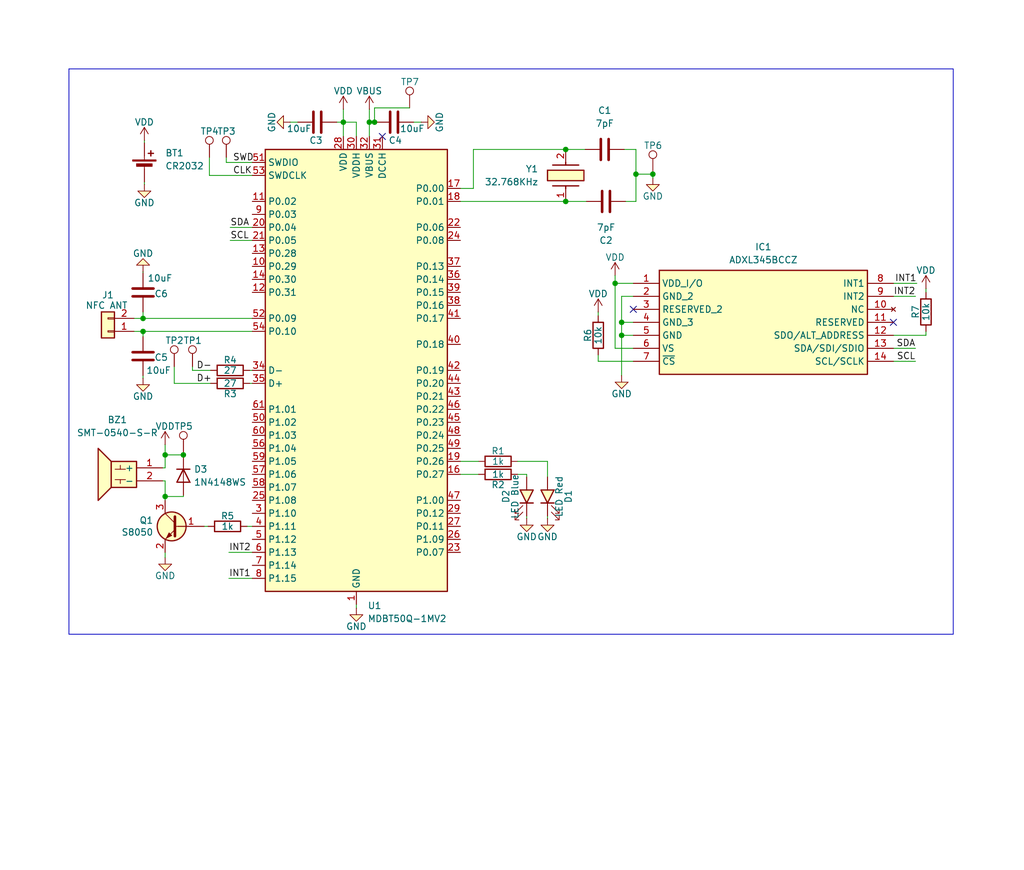
<source format=kicad_sch>
(kicad_sch
	(version 20231120)
	(generator "eeschema")
	(generator_version "8.0")
	(uuid "1cb0f489-5af5-453b-9062-61cf418d739a")
	(paper "User" 200 170)
	(title_block
		(title "DIY Airtag")
		(date "2024-04-09")
		(rev "1.0")
		(company "Jobit Joseph SemiconMedia Pvt Ltd")
	)
	(lib_symbols
		(symbol "32_768KHZ-7-T:ABS07-32.768KHZ-7-T"
			(pin_names hide)
			(exclude_from_sim no)
			(in_bom yes)
			(on_board yes)
			(property "Reference" "Y"
				(at 8.89 6.35 0)
				(effects
					(font
						(size 1.27 1.27)
					)
					(justify left top)
				)
			)
			(property "Value" "ABS07-32.768KHZ-7-T"
				(at 8.89 3.81 0)
				(effects
					(font
						(size 1.27 1.27)
					)
					(justify left top)
				)
			)
			(property "Footprint" "32.768:ABS07"
				(at 8.89 -96.19 0)
				(effects
					(font
						(size 1.27 1.27)
					)
					(justify left top)
					(hide yes)
				)
			)
			(property "Datasheet" "https://abracon.com/Resonators/ABS07.pdf"
				(at 8.89 -196.19 0)
				(effects
					(font
						(size 1.27 1.27)
					)
					(justify left top)
					(hide yes)
				)
			)
			(property "Description" "32.768 kHz +/-20ppm Crystal 7pF 70 kOhms 2-SMD, No Lead"
				(at 0 0 0)
				(effects
					(font
						(size 1.27 1.27)
					)
					(hide yes)
				)
			)
			(property "Height" "0.9"
				(at 8.89 -396.19 0)
				(effects
					(font
						(size 1.27 1.27)
					)
					(justify left top)
					(hide yes)
				)
			)
			(property "Mouser Part Number" "815-ABS07-32.768K7T"
				(at 8.89 -496.19 0)
				(effects
					(font
						(size 1.27 1.27)
					)
					(justify left top)
					(hide yes)
				)
			)
			(property "Mouser Price/Stock" "https://www.mouser.co.uk/ProductDetail/ABRACON/ABS07-32.768KHZ-7-T?qs=2nyfZ6BV3oibNEFok2qBLA%3D%3D"
				(at 8.89 -596.19 0)
				(effects
					(font
						(size 1.27 1.27)
					)
					(justify left top)
					(hide yes)
				)
			)
			(property "Manufacturer_Name" "ABRACON"
				(at 8.89 -696.19 0)
				(effects
					(font
						(size 1.27 1.27)
					)
					(justify left top)
					(hide yes)
				)
			)
			(property "Manufacturer_Part_Number" "ABS07-32.768KHZ-7-T"
				(at 8.89 -796.19 0)
				(effects
					(font
						(size 1.27 1.27)
					)
					(justify left top)
					(hide yes)
				)
			)
			(symbol "ABS07-32.768KHZ-7-T_1_1"
				(polyline
					(pts
						(xy 3.048 0) (xy 2.54 0)
					)
					(stroke
						(width 0.254)
						(type default)
					)
					(fill
						(type none)
					)
				)
				(polyline
					(pts
						(xy 3.048 2.54) (xy 3.048 -2.54)
					)
					(stroke
						(width 0.254)
						(type default)
					)
					(fill
						(type none)
					)
				)
				(polyline
					(pts
						(xy 7.112 0) (xy 7.62 0)
					)
					(stroke
						(width 0.254)
						(type default)
					)
					(fill
						(type none)
					)
				)
				(polyline
					(pts
						(xy 7.112 2.54) (xy 7.112 -2.54)
					)
					(stroke
						(width 0.254)
						(type default)
					)
					(fill
						(type none)
					)
				)
				(rectangle
					(start 4.064 3.556)
					(end 6.096 -3.556)
					(stroke
						(width 0.254)
						(type default)
					)
					(fill
						(type background)
					)
				)
				(pin passive line
					(at 0 0 0)
					(length 2.54)
					(name "1"
						(effects
							(font
								(size 1.27 1.27)
							)
						)
					)
					(number "1"
						(effects
							(font
								(size 1.27 1.27)
							)
						)
					)
				)
				(pin passive line
					(at 10.16 0 180)
					(length 2.54)
					(name "2"
						(effects
							(font
								(size 1.27 1.27)
							)
						)
					)
					(number "2"
						(effects
							(font
								(size 1.27 1.27)
							)
						)
					)
				)
			)
		)
		(symbol "ADXL345BCCZ:ADXL345BCCZ"
			(exclude_from_sim no)
			(in_bom yes)
			(on_board yes)
			(property "Reference" "IC"
				(at 28.702 7.366 0)
				(effects
					(font
						(size 1.27 1.27)
					)
					(justify left top)
				)
			)
			(property "Value" "ADXL345BCCZ"
				(at 22.352 5.08 0)
				(effects
					(font
						(size 1.27 1.27)
					)
					(justify left top)
				)
			)
			(property "Footprint" "LGA14R80P3X6_300X500X100"
				(at 46.99 -94.92 0)
				(effects
					(font
						(size 1.27 1.27)
					)
					(justify left top)
					(hide yes)
				)
			)
			(property "Datasheet" "http://componentsearchengine.com/Datasheets/1/ADXL345BCCZ.pdf"
				(at 46.99 -194.92 0)
				(effects
					(font
						(size 1.27 1.27)
					)
					(justify left top)
					(hide yes)
				)
			)
			(property "Description" "ADXL345BCCZ, Accelerometer 3-Axis, 0.1  3200 Hz 2  3.6 V, 14-Pin LGA"
				(at 0 0 0)
				(effects
					(font
						(size 1.27 1.27)
					)
					(hide yes)
				)
			)
			(property "Height" ""
				(at 46.99 -394.92 0)
				(effects
					(font
						(size 1.27 1.27)
					)
					(justify left top)
					(hide yes)
				)
			)
			(property "Mouser Part Number" "N/A"
				(at 46.99 -494.92 0)
				(effects
					(font
						(size 1.27 1.27)
					)
					(justify left top)
					(hide yes)
				)
			)
			(property "Mouser Price/Stock" "https://www.mouser.co.uk/ProductDetail/Analog-Devices/ADXL345BCCZ?qs=WIvQP4zGanhoa7YOkGtvEg%3D%3D"
				(at 46.99 -594.92 0)
				(effects
					(font
						(size 1.27 1.27)
					)
					(justify left top)
					(hide yes)
				)
			)
			(property "Manufacturer_Name" "Analog Devices"
				(at 46.99 -694.92 0)
				(effects
					(font
						(size 1.27 1.27)
					)
					(justify left top)
					(hide yes)
				)
			)
			(property "Manufacturer_Part_Number" "ADXL345BCCZ"
				(at 46.99 -794.92 0)
				(effects
					(font
						(size 1.27 1.27)
					)
					(justify left top)
					(hide yes)
				)
			)
			(symbol "ADXL345BCCZ_1_1"
				(rectangle
					(start 5.08 2.54)
					(end 45.72 -17.78)
					(stroke
						(width 0.254)
						(type default)
					)
					(fill
						(type background)
					)
				)
				(pin passive line
					(at 0 0 0)
					(length 5.08)
					(name "VDD_I/O"
						(effects
							(font
								(size 1.27 1.27)
							)
						)
					)
					(number "1"
						(effects
							(font
								(size 1.27 1.27)
							)
						)
					)
				)
				(pin no_connect line
					(at 50.8 -5.08 180)
					(length 5.08)
					(name "NC"
						(effects
							(font
								(size 1.27 1.27)
							)
						)
					)
					(number "10"
						(effects
							(font
								(size 1.27 1.27)
							)
						)
					)
				)
				(pin passive line
					(at 50.8 -7.62 180)
					(length 5.08)
					(name "RESERVED"
						(effects
							(font
								(size 1.27 1.27)
							)
						)
					)
					(number "11"
						(effects
							(font
								(size 1.27 1.27)
							)
						)
					)
				)
				(pin passive line
					(at 50.8 -10.16 180)
					(length 5.08)
					(name "SDO/ALT_ADDRESS"
						(effects
							(font
								(size 1.27 1.27)
							)
						)
					)
					(number "12"
						(effects
							(font
								(size 1.27 1.27)
							)
						)
					)
				)
				(pin passive line
					(at 50.8 -12.7 180)
					(length 5.08)
					(name "SDA/SDI/SDIO"
						(effects
							(font
								(size 1.27 1.27)
							)
						)
					)
					(number "13"
						(effects
							(font
								(size 1.27 1.27)
							)
						)
					)
				)
				(pin passive line
					(at 50.8 -15.24 180)
					(length 5.08)
					(name "SCL/SCLK"
						(effects
							(font
								(size 1.27 1.27)
							)
						)
					)
					(number "14"
						(effects
							(font
								(size 1.27 1.27)
							)
						)
					)
				)
				(pin passive line
					(at 0 -2.54 0)
					(length 5.08)
					(name "GND_2"
						(effects
							(font
								(size 1.27 1.27)
							)
						)
					)
					(number "2"
						(effects
							(font
								(size 1.27 1.27)
							)
						)
					)
				)
				(pin passive line
					(at 0 -5.08 0)
					(length 5.08)
					(name "RESERVED_2"
						(effects
							(font
								(size 1.27 1.27)
							)
						)
					)
					(number "3"
						(effects
							(font
								(size 1.27 1.27)
							)
						)
					)
				)
				(pin passive line
					(at 0 -7.62 0)
					(length 5.08)
					(name "GND_3"
						(effects
							(font
								(size 1.27 1.27)
							)
						)
					)
					(number "4"
						(effects
							(font
								(size 1.27 1.27)
							)
						)
					)
				)
				(pin passive line
					(at 0 -10.16 0)
					(length 5.08)
					(name "GND"
						(effects
							(font
								(size 1.27 1.27)
							)
						)
					)
					(number "5"
						(effects
							(font
								(size 1.27 1.27)
							)
						)
					)
				)
				(pin passive line
					(at 0 -12.7 0)
					(length 5.08)
					(name "VS"
						(effects
							(font
								(size 1.27 1.27)
							)
						)
					)
					(number "6"
						(effects
							(font
								(size 1.27 1.27)
							)
						)
					)
				)
				(pin passive line
					(at 0 -15.24 0)
					(length 5.08)
					(name "~{CS}"
						(effects
							(font
								(size 1.27 1.27)
							)
						)
					)
					(number "7"
						(effects
							(font
								(size 1.27 1.27)
							)
						)
					)
				)
				(pin passive line
					(at 50.8 0 180)
					(length 5.08)
					(name "INT1"
						(effects
							(font
								(size 1.27 1.27)
							)
						)
					)
					(number "8"
						(effects
							(font
								(size 1.27 1.27)
							)
						)
					)
				)
				(pin passive line
					(at 50.8 -2.54 180)
					(length 5.08)
					(name "INT2"
						(effects
							(font
								(size 1.27 1.27)
							)
						)
					)
					(number "9"
						(effects
							(font
								(size 1.27 1.27)
							)
						)
					)
				)
			)
		)
		(symbol "Connector:TestPoint"
			(pin_numbers hide)
			(pin_names
				(offset 0.762) hide)
			(exclude_from_sim no)
			(in_bom yes)
			(on_board yes)
			(property "Reference" "TP"
				(at 0 6.858 0)
				(effects
					(font
						(size 1.27 1.27)
					)
				)
			)
			(property "Value" "TestPoint"
				(at 0 5.08 0)
				(effects
					(font
						(size 1.27 1.27)
					)
				)
			)
			(property "Footprint" ""
				(at 5.08 0 0)
				(effects
					(font
						(size 1.27 1.27)
					)
					(hide yes)
				)
			)
			(property "Datasheet" "~"
				(at 5.08 0 0)
				(effects
					(font
						(size 1.27 1.27)
					)
					(hide yes)
				)
			)
			(property "Description" "test point"
				(at 0 0 0)
				(effects
					(font
						(size 1.27 1.27)
					)
					(hide yes)
				)
			)
			(property "ki_keywords" "test point tp"
				(at 0 0 0)
				(effects
					(font
						(size 1.27 1.27)
					)
					(hide yes)
				)
			)
			(property "ki_fp_filters" "Pin* Test*"
				(at 0 0 0)
				(effects
					(font
						(size 1.27 1.27)
					)
					(hide yes)
				)
			)
			(symbol "TestPoint_0_1"
				(circle
					(center 0 3.302)
					(radius 0.762)
					(stroke
						(width 0)
						(type default)
					)
					(fill
						(type none)
					)
				)
			)
			(symbol "TestPoint_1_1"
				(pin passive line
					(at 0 0 90)
					(length 2.54)
					(name "1"
						(effects
							(font
								(size 1.27 1.27)
							)
						)
					)
					(number "1"
						(effects
							(font
								(size 1.27 1.27)
							)
						)
					)
				)
			)
		)
		(symbol "Connector_Generic:Conn_01x02"
			(pin_names
				(offset 1.016) hide)
			(exclude_from_sim no)
			(in_bom yes)
			(on_board yes)
			(property "Reference" "J"
				(at 0 2.54 0)
				(effects
					(font
						(size 1.27 1.27)
					)
				)
			)
			(property "Value" "Conn_01x02"
				(at 0 -5.08 0)
				(effects
					(font
						(size 1.27 1.27)
					)
				)
			)
			(property "Footprint" ""
				(at 0 0 0)
				(effects
					(font
						(size 1.27 1.27)
					)
					(hide yes)
				)
			)
			(property "Datasheet" "~"
				(at 0 0 0)
				(effects
					(font
						(size 1.27 1.27)
					)
					(hide yes)
				)
			)
			(property "Description" "Generic connector, single row, 01x02, script generated (kicad-library-utils/schlib/autogen/connector/)"
				(at 0 0 0)
				(effects
					(font
						(size 1.27 1.27)
					)
					(hide yes)
				)
			)
			(property "ki_keywords" "connector"
				(at 0 0 0)
				(effects
					(font
						(size 1.27 1.27)
					)
					(hide yes)
				)
			)
			(property "ki_fp_filters" "Connector*:*_1x??_*"
				(at 0 0 0)
				(effects
					(font
						(size 1.27 1.27)
					)
					(hide yes)
				)
			)
			(symbol "Conn_01x02_1_1"
				(rectangle
					(start -1.27 -2.413)
					(end 0 -2.667)
					(stroke
						(width 0.1524)
						(type default)
					)
					(fill
						(type none)
					)
				)
				(rectangle
					(start -1.27 0.127)
					(end 0 -0.127)
					(stroke
						(width 0.1524)
						(type default)
					)
					(fill
						(type none)
					)
				)
				(rectangle
					(start -1.27 1.27)
					(end 1.27 -3.81)
					(stroke
						(width 0.254)
						(type default)
					)
					(fill
						(type background)
					)
				)
				(pin passive line
					(at -5.08 0 0)
					(length 3.81)
					(name "Pin_1"
						(effects
							(font
								(size 1.27 1.27)
							)
						)
					)
					(number "1"
						(effects
							(font
								(size 1.27 1.27)
							)
						)
					)
				)
				(pin passive line
					(at -5.08 -2.54 0)
					(length 3.81)
					(name "Pin_2"
						(effects
							(font
								(size 1.27 1.27)
							)
						)
					)
					(number "2"
						(effects
							(font
								(size 1.27 1.27)
							)
						)
					)
				)
			)
		)
		(symbol "Device:Battery_Cell"
			(pin_numbers hide)
			(pin_names
				(offset 0) hide)
			(exclude_from_sim no)
			(in_bom yes)
			(on_board yes)
			(property "Reference" "BT"
				(at 2.54 2.54 0)
				(effects
					(font
						(size 1.27 1.27)
					)
					(justify left)
				)
			)
			(property "Value" "Battery_Cell"
				(at 2.54 0 0)
				(effects
					(font
						(size 1.27 1.27)
					)
					(justify left)
				)
			)
			(property "Footprint" ""
				(at 0 1.524 90)
				(effects
					(font
						(size 1.27 1.27)
					)
					(hide yes)
				)
			)
			(property "Datasheet" "~"
				(at 0 1.524 90)
				(effects
					(font
						(size 1.27 1.27)
					)
					(hide yes)
				)
			)
			(property "Description" "Single-cell battery"
				(at 0 0 0)
				(effects
					(font
						(size 1.27 1.27)
					)
					(hide yes)
				)
			)
			(property "ki_keywords" "battery cell"
				(at 0 0 0)
				(effects
					(font
						(size 1.27 1.27)
					)
					(hide yes)
				)
			)
			(symbol "Battery_Cell_0_1"
				(rectangle
					(start -2.286 1.778)
					(end 2.286 1.524)
					(stroke
						(width 0)
						(type default)
					)
					(fill
						(type outline)
					)
				)
				(rectangle
					(start -1.524 1.016)
					(end 1.524 0.508)
					(stroke
						(width 0)
						(type default)
					)
					(fill
						(type outline)
					)
				)
				(polyline
					(pts
						(xy 0 0.762) (xy 0 0)
					)
					(stroke
						(width 0)
						(type default)
					)
					(fill
						(type none)
					)
				)
				(polyline
					(pts
						(xy 0 1.778) (xy 0 2.54)
					)
					(stroke
						(width 0)
						(type default)
					)
					(fill
						(type none)
					)
				)
				(polyline
					(pts
						(xy 0.762 3.048) (xy 1.778 3.048)
					)
					(stroke
						(width 0.254)
						(type default)
					)
					(fill
						(type none)
					)
				)
				(polyline
					(pts
						(xy 1.27 3.556) (xy 1.27 2.54)
					)
					(stroke
						(width 0.254)
						(type default)
					)
					(fill
						(type none)
					)
				)
			)
			(symbol "Battery_Cell_1_1"
				(pin passive line
					(at 0 5.08 270)
					(length 2.54)
					(name "+"
						(effects
							(font
								(size 1.27 1.27)
							)
						)
					)
					(number "1"
						(effects
							(font
								(size 1.27 1.27)
							)
						)
					)
				)
				(pin passive line
					(at 0 -2.54 90)
					(length 2.54)
					(name "-"
						(effects
							(font
								(size 1.27 1.27)
							)
						)
					)
					(number "2"
						(effects
							(font
								(size 1.27 1.27)
							)
						)
					)
				)
			)
		)
		(symbol "Device:C"
			(pin_numbers hide)
			(pin_names
				(offset 0.254)
			)
			(exclude_from_sim no)
			(in_bom yes)
			(on_board yes)
			(property "Reference" "C"
				(at 0.635 2.54 0)
				(effects
					(font
						(size 1.27 1.27)
					)
					(justify left)
				)
			)
			(property "Value" "C"
				(at 0.635 -2.54 0)
				(effects
					(font
						(size 1.27 1.27)
					)
					(justify left)
				)
			)
			(property "Footprint" ""
				(at 0.9652 -3.81 0)
				(effects
					(font
						(size 1.27 1.27)
					)
					(hide yes)
				)
			)
			(property "Datasheet" "~"
				(at 0 0 0)
				(effects
					(font
						(size 1.27 1.27)
					)
					(hide yes)
				)
			)
			(property "Description" "Unpolarized capacitor"
				(at 0 0 0)
				(effects
					(font
						(size 1.27 1.27)
					)
					(hide yes)
				)
			)
			(property "ki_keywords" "cap capacitor"
				(at 0 0 0)
				(effects
					(font
						(size 1.27 1.27)
					)
					(hide yes)
				)
			)
			(property "ki_fp_filters" "C_*"
				(at 0 0 0)
				(effects
					(font
						(size 1.27 1.27)
					)
					(hide yes)
				)
			)
			(symbol "C_0_1"
				(polyline
					(pts
						(xy -2.032 -0.762) (xy 2.032 -0.762)
					)
					(stroke
						(width 0.508)
						(type default)
					)
					(fill
						(type none)
					)
				)
				(polyline
					(pts
						(xy -2.032 0.762) (xy 2.032 0.762)
					)
					(stroke
						(width 0.508)
						(type default)
					)
					(fill
						(type none)
					)
				)
			)
			(symbol "C_1_1"
				(pin passive line
					(at 0 3.81 270)
					(length 2.794)
					(name "~"
						(effects
							(font
								(size 1.27 1.27)
							)
						)
					)
					(number "1"
						(effects
							(font
								(size 1.27 1.27)
							)
						)
					)
				)
				(pin passive line
					(at 0 -3.81 90)
					(length 2.794)
					(name "~"
						(effects
							(font
								(size 1.27 1.27)
							)
						)
					)
					(number "2"
						(effects
							(font
								(size 1.27 1.27)
							)
						)
					)
				)
			)
		)
		(symbol "Device:R"
			(pin_numbers hide)
			(pin_names
				(offset 0)
			)
			(exclude_from_sim no)
			(in_bom yes)
			(on_board yes)
			(property "Reference" "R"
				(at 2.032 0 90)
				(effects
					(font
						(size 1.27 1.27)
					)
				)
			)
			(property "Value" "R"
				(at 0 0 90)
				(effects
					(font
						(size 1.27 1.27)
					)
				)
			)
			(property "Footprint" ""
				(at -1.778 0 90)
				(effects
					(font
						(size 1.27 1.27)
					)
					(hide yes)
				)
			)
			(property "Datasheet" "~"
				(at 0 0 0)
				(effects
					(font
						(size 1.27 1.27)
					)
					(hide yes)
				)
			)
			(property "Description" "Resistor"
				(at 0 0 0)
				(effects
					(font
						(size 1.27 1.27)
					)
					(hide yes)
				)
			)
			(property "ki_keywords" "R res resistor"
				(at 0 0 0)
				(effects
					(font
						(size 1.27 1.27)
					)
					(hide yes)
				)
			)
			(property "ki_fp_filters" "R_*"
				(at 0 0 0)
				(effects
					(font
						(size 1.27 1.27)
					)
					(hide yes)
				)
			)
			(symbol "R_0_1"
				(rectangle
					(start -1.016 -2.54)
					(end 1.016 2.54)
					(stroke
						(width 0.254)
						(type default)
					)
					(fill
						(type none)
					)
				)
			)
			(symbol "R_1_1"
				(pin passive line
					(at 0 3.81 270)
					(length 1.27)
					(name "~"
						(effects
							(font
								(size 1.27 1.27)
							)
						)
					)
					(number "1"
						(effects
							(font
								(size 1.27 1.27)
							)
						)
					)
				)
				(pin passive line
					(at 0 -3.81 90)
					(length 1.27)
					(name "~"
						(effects
							(font
								(size 1.27 1.27)
							)
						)
					)
					(number "2"
						(effects
							(font
								(size 1.27 1.27)
							)
						)
					)
				)
			)
		)
		(symbol "Diode:1N4148WS"
			(pin_numbers hide)
			(pin_names hide)
			(exclude_from_sim no)
			(in_bom yes)
			(on_board yes)
			(property "Reference" "D"
				(at 0 2.54 0)
				(effects
					(font
						(size 1.27 1.27)
					)
				)
			)
			(property "Value" "1N4148WS"
				(at 0 -2.54 0)
				(effects
					(font
						(size 1.27 1.27)
					)
				)
			)
			(property "Footprint" "Diode_SMD:D_SOD-323"
				(at 0 -4.445 0)
				(effects
					(font
						(size 1.27 1.27)
					)
					(hide yes)
				)
			)
			(property "Datasheet" "https://www.vishay.com/docs/85751/1n4148ws.pdf"
				(at 0 0 0)
				(effects
					(font
						(size 1.27 1.27)
					)
					(hide yes)
				)
			)
			(property "Description" "75V 0.15A Fast switching Diode, SOD-323"
				(at 0 0 0)
				(effects
					(font
						(size 1.27 1.27)
					)
					(hide yes)
				)
			)
			(property "Sim.Device" "D"
				(at 0 0 0)
				(effects
					(font
						(size 1.27 1.27)
					)
					(hide yes)
				)
			)
			(property "Sim.Pins" "1=K 2=A"
				(at 0 0 0)
				(effects
					(font
						(size 1.27 1.27)
					)
					(hide yes)
				)
			)
			(property "ki_keywords" "diode"
				(at 0 0 0)
				(effects
					(font
						(size 1.27 1.27)
					)
					(hide yes)
				)
			)
			(property "ki_fp_filters" "D*SOD?323*"
				(at 0 0 0)
				(effects
					(font
						(size 1.27 1.27)
					)
					(hide yes)
				)
			)
			(symbol "1N4148WS_0_1"
				(polyline
					(pts
						(xy -1.27 1.27) (xy -1.27 -1.27)
					)
					(stroke
						(width 0.254)
						(type default)
					)
					(fill
						(type none)
					)
				)
				(polyline
					(pts
						(xy 1.27 0) (xy -1.27 0)
					)
					(stroke
						(width 0)
						(type default)
					)
					(fill
						(type none)
					)
				)
				(polyline
					(pts
						(xy 1.27 1.27) (xy 1.27 -1.27) (xy -1.27 0) (xy 1.27 1.27)
					)
					(stroke
						(width 0.254)
						(type default)
					)
					(fill
						(type none)
					)
				)
			)
			(symbol "1N4148WS_1_1"
				(pin passive line
					(at -3.81 0 0)
					(length 2.54)
					(name "K"
						(effects
							(font
								(size 1.27 1.27)
							)
						)
					)
					(number "1"
						(effects
							(font
								(size 1.27 1.27)
							)
						)
					)
				)
				(pin passive line
					(at 3.81 0 180)
					(length 2.54)
					(name "A"
						(effects
							(font
								(size 1.27 1.27)
							)
						)
					)
					(number "2"
						(effects
							(font
								(size 1.27 1.27)
							)
						)
					)
				)
			)
		)
		(symbol "ESP32_TouchDown:LGES8050"
			(pin_names
				(offset 0) hide)
			(exclude_from_sim no)
			(in_bom yes)
			(on_board yes)
			(property "Reference" "Q1"
				(at 4.826 1.1684 0)
				(effects
					(font
						(size 1.27 1.27)
					)
					(justify left)
				)
			)
			(property "Value" "S8050"
				(at 4.826 -1.143 0)
				(effects
					(font
						(size 1.27 1.27)
					)
					(justify left)
				)
			)
			(property "Footprint" "Package_TO_SOT_SMD:SOT-23"
				(at 5.08 -1.905 0)
				(effects
					(font
						(size 1.27 1.27)
						(italic yes)
					)
					(justify left)
					(hide yes)
				)
			)
			(property "Datasheet" "http://www.unisonic.com.tw/datasheet/S8050.pdf"
				(at 0 0 0)
				(effects
					(font
						(size 1.27 1.27)
					)
					(justify left)
					(hide yes)
				)
			)
			(property "Description" ""
				(at 0 0 0)
				(effects
					(font
						(size 1.27 1.27)
					)
					(hide yes)
				)
			)
			(property "ki_keywords" "S8050 NPN Low Voltage High Current Transistor"
				(at 0 0 0)
				(effects
					(font
						(size 1.27 1.27)
					)
					(hide yes)
				)
			)
			(property "ki_fp_filters" "TO?92*"
				(at 0 0 0)
				(effects
					(font
						(size 1.27 1.27)
					)
					(hide yes)
				)
			)
			(symbol "LGES8050_0_1"
				(polyline
					(pts
						(xy 0 0) (xy 0.635 0)
					)
					(stroke
						(width 0)
						(type default)
					)
					(fill
						(type none)
					)
				)
				(polyline
					(pts
						(xy 0.635 0.635) (xy 2.54 2.54)
					)
					(stroke
						(width 0)
						(type default)
					)
					(fill
						(type none)
					)
				)
				(polyline
					(pts
						(xy 0.635 -0.635) (xy 2.54 -2.54) (xy 2.54 -2.54)
					)
					(stroke
						(width 0)
						(type default)
					)
					(fill
						(type none)
					)
				)
				(polyline
					(pts
						(xy 0.635 1.905) (xy 0.635 -1.905) (xy 0.635 -1.905)
					)
					(stroke
						(width 0.508)
						(type default)
					)
					(fill
						(type none)
					)
				)
				(polyline
					(pts
						(xy 1.27 -1.778) (xy 1.778 -1.27) (xy 2.286 -2.286) (xy 1.27 -1.778) (xy 1.27 -1.778)
					)
					(stroke
						(width 0)
						(type default)
					)
					(fill
						(type outline)
					)
				)
			)
			(symbol "LGES8050_1_1"
				(circle
					(center 1.27 0)
					(radius 2.8194)
					(stroke
						(width 0.254)
						(type default)
					)
					(fill
						(type background)
					)
				)
				(pin passive line
					(at -5.08 0 0)
					(length 5.08)
					(name "E"
						(effects
							(font
								(size 1.27 1.27)
							)
						)
					)
					(number "1"
						(effects
							(font
								(size 1.27 1.27)
							)
						)
					)
				)
				(pin input line
					(at 2.54 -5.08 90)
					(length 2.54)
					(name "B"
						(effects
							(font
								(size 1.27 1.27)
							)
						)
					)
					(number "2"
						(effects
							(font
								(size 1.27 1.27)
							)
						)
					)
				)
				(pin passive line
					(at 2.54 5.08 270)
					(length 2.54)
					(name "C"
						(effects
							(font
								(size 1.27 1.27)
							)
						)
					)
					(number "3"
						(effects
							(font
								(size 1.27 1.27)
							)
						)
					)
				)
			)
		)
		(symbol "GND_1"
			(power)
			(pin_numbers hide)
			(pin_names
				(offset 0) hide)
			(exclude_from_sim no)
			(in_bom yes)
			(on_board yes)
			(property "Reference" "#PWR013"
				(at 0 -6.35 0)
				(effects
					(font
						(size 1.27 1.27)
					)
					(hide yes)
				)
			)
			(property "Value" "GND"
				(at 0 -3.556 0)
				(effects
					(font
						(size 1.27 1.27)
					)
				)
			)
			(property "Footprint" ""
				(at 0 0 0)
				(effects
					(font
						(size 1.27 1.27)
					)
					(hide yes)
				)
			)
			(property "Datasheet" ""
				(at 0 0 0)
				(effects
					(font
						(size 1.27 1.27)
					)
					(hide yes)
				)
			)
			(property "Description" "Power symbol creates a global label with name \"GND\" , ground"
				(at 0 0 0)
				(effects
					(font
						(size 1.27 1.27)
					)
					(hide yes)
				)
			)
			(property "ki_keywords" "global power"
				(at 0 0 0)
				(effects
					(font
						(size 1.27 1.27)
					)
					(hide yes)
				)
			)
			(symbol "GND_1_1_1"
				(polyline
					(pts
						(xy 0 0) (xy 0 -1.27) (xy 1.27 -1.27) (xy 0 -2.54) (xy -1.27 -1.27) (xy 0 -1.27)
					)
					(stroke
						(width 0)
						(type default)
					)
					(fill
						(type background)
					)
				)
				(pin power_in line
					(at 0 0 270)
					(length 0)
					(name "~"
						(effects
							(font
								(size 1.27 1.27)
							)
						)
					)
					(number "1"
						(effects
							(font
								(size 1.27 1.27)
							)
						)
					)
				)
			)
		)
		(symbol "LED_1"
			(pin_numbers hide)
			(pin_names
				(offset 1.016) hide)
			(exclude_from_sim no)
			(in_bom yes)
			(on_board yes)
			(property "Reference" "D1"
				(at 0 -4.064 0)
				(effects
					(font
						(size 1.27 1.27)
					)
				)
			)
			(property "Value" "LED"
				(at 0 -2.286 0)
				(effects
					(font
						(size 1.27 1.27)
					)
				)
			)
			(property "Footprint" ""
				(at 0 0 0)
				(effects
					(font
						(size 1.27 1.27)
					)
					(hide yes)
				)
			)
			(property "Datasheet" "~"
				(at 0 0 0)
				(effects
					(font
						(size 1.27 1.27)
					)
					(hide yes)
				)
			)
			(property "Description" "Light emitting diode"
				(at 0 0 0)
				(effects
					(font
						(size 1.27 1.27)
					)
					(hide yes)
				)
			)
			(property "ki_keywords" "LED diode"
				(at 0 0 0)
				(effects
					(font
						(size 1.27 1.27)
					)
					(hide yes)
				)
			)
			(property "ki_fp_filters" "LED* LED_SMD:* LED_THT:*"
				(at 0 0 0)
				(effects
					(font
						(size 1.27 1.27)
					)
					(hide yes)
				)
			)
			(symbol "LED_1_0_1"
				(polyline
					(pts
						(xy -1.27 -1.27) (xy -1.27 1.27)
					)
					(stroke
						(width 0.254)
						(type default)
					)
					(fill
						(type none)
					)
				)
				(polyline
					(pts
						(xy -3.048 -0.762) (xy -4.572 -2.286) (xy -3.81 -2.286) (xy -4.572 -2.286) (xy -4.572 -1.524)
					)
					(stroke
						(width 0)
						(type default)
					)
					(fill
						(type none)
					)
				)
				(polyline
					(pts
						(xy -1.778 -0.762) (xy -3.302 -2.286) (xy -2.54 -2.286) (xy -3.302 -2.286) (xy -3.302 -1.524)
					)
					(stroke
						(width 0)
						(type default)
					)
					(fill
						(type none)
					)
				)
			)
			(symbol "LED_1_1_1"
				(polyline
					(pts
						(xy 1.27 -1.27) (xy 1.27 1.27) (xy -1.27 0) (xy 1.27 -1.27)
					)
					(stroke
						(width 0.254)
						(type default)
					)
					(fill
						(type background)
					)
				)
				(pin passive line
					(at -3.81 0 0)
					(length 2.54)
					(name "K"
						(effects
							(font
								(size 1.27 1.27)
							)
						)
					)
					(number "1"
						(effects
							(font
								(size 1.27 1.27)
							)
						)
					)
				)
				(pin passive line
					(at 3.81 0 180)
					(length 2.54)
					(name "A"
						(effects
							(font
								(size 1.27 1.27)
							)
						)
					)
					(number "2"
						(effects
							(font
								(size 1.27 1.27)
							)
						)
					)
				)
			)
		)
		(symbol "RF_Module:MDBT50Q-1MV2"
			(exclude_from_sim no)
			(in_bom yes)
			(on_board yes)
			(property "Reference" "U"
				(at 0 0 0)
				(effects
					(font
						(size 1.27 1.27)
					)
				)
			)
			(property "Value" "MDBT50Q-1MV2"
				(at 0 -2.54 0)
				(effects
					(font
						(size 1.27 1.27)
					)
				)
			)
			(property "Footprint" "RF_Module:Raytac_MDBT50Q"
				(at 0 -5.08 0)
				(effects
					(font
						(size 1.27 1.27)
					)
					(hide yes)
				)
			)
			(property "Datasheet" "https://www.raytac.com/download/index.php?index_id=43"
				(at 0 -5.08 0)
				(effects
					(font
						(size 1.27 1.27)
					)
					(hide yes)
				)
			)
			(property "Description" "Multiprotocol BLE/ANT/2.4 GHz/802.15.4 Cortex-M4F SoC, nRF52840 module"
				(at 0 0 0)
				(effects
					(font
						(size 1.27 1.27)
					)
					(hide yes)
				)
			)
			(property "ki_keywords" "BLE ANT ZigBee Thread 802.15.4 nRF52840 nordic MDBT50Q"
				(at 0 0 0)
				(effects
					(font
						(size 1.27 1.27)
					)
					(hide yes)
				)
			)
			(property "ki_fp_filters" "Raytac?MDBT50Q*"
				(at 0 0 0)
				(effects
					(font
						(size 1.27 1.27)
					)
					(hide yes)
				)
			)
			(symbol "MDBT50Q-1MV2_0_1"
				(rectangle
					(start -17.78 43.18)
					(end 17.78 -43.18)
					(stroke
						(width 0.254)
						(type default)
					)
					(fill
						(type background)
					)
				)
			)
			(symbol "MDBT50Q-1MV2_1_1"
				(pin power_in line
					(at 0 -45.72 90)
					(length 2.54)
					(name "GND"
						(effects
							(font
								(size 1.27 1.27)
							)
						)
					)
					(number "1"
						(effects
							(font
								(size 1.27 1.27)
							)
						)
					)
				)
				(pin bidirectional line
					(at -20.32 20.32 0)
					(length 2.54)
					(name "P0.29"
						(effects
							(font
								(size 1.27 1.27)
							)
						)
					)
					(number "10"
						(effects
							(font
								(size 1.27 1.27)
							)
						)
					)
					(alternate "AIN5" input line)
				)
				(pin bidirectional line
					(at -20.32 33.02 0)
					(length 2.54)
					(name "P0.02"
						(effects
							(font
								(size 1.27 1.27)
							)
						)
					)
					(number "11"
						(effects
							(font
								(size 1.27 1.27)
							)
						)
					)
					(alternate "AIN0" input line)
				)
				(pin bidirectional line
					(at -20.32 15.24 0)
					(length 2.54)
					(name "P0.31"
						(effects
							(font
								(size 1.27 1.27)
							)
						)
					)
					(number "12"
						(effects
							(font
								(size 1.27 1.27)
							)
						)
					)
					(alternate "AIN7" input line)
				)
				(pin bidirectional line
					(at -20.32 22.86 0)
					(length 2.54)
					(name "P0.28"
						(effects
							(font
								(size 1.27 1.27)
							)
						)
					)
					(number "13"
						(effects
							(font
								(size 1.27 1.27)
							)
						)
					)
					(alternate "AIN4" input line)
				)
				(pin bidirectional line
					(at -20.32 17.78 0)
					(length 2.54)
					(name "P0.30"
						(effects
							(font
								(size 1.27 1.27)
							)
						)
					)
					(number "14"
						(effects
							(font
								(size 1.27 1.27)
							)
						)
					)
					(alternate "AIN6" input line)
				)
				(pin passive line
					(at 0 -45.72 90)
					(length 2.54) hide
					(name "GND"
						(effects
							(font
								(size 1.27 1.27)
							)
						)
					)
					(number "15"
						(effects
							(font
								(size 1.27 1.27)
							)
						)
					)
				)
				(pin bidirectional line
					(at 20.32 -20.32 180)
					(length 2.54)
					(name "P0.27"
						(effects
							(font
								(size 1.27 1.27)
							)
						)
					)
					(number "16"
						(effects
							(font
								(size 1.27 1.27)
							)
						)
					)
				)
				(pin bidirectional line
					(at 20.32 35.56 180)
					(length 2.54)
					(name "P0.00"
						(effects
							(font
								(size 1.27 1.27)
							)
						)
					)
					(number "17"
						(effects
							(font
								(size 1.27 1.27)
							)
						)
					)
					(alternate "XL1" input line)
				)
				(pin bidirectional line
					(at 20.32 33.02 180)
					(length 2.54)
					(name "P0.01"
						(effects
							(font
								(size 1.27 1.27)
							)
						)
					)
					(number "18"
						(effects
							(font
								(size 1.27 1.27)
							)
						)
					)
					(alternate "XL2" input line)
				)
				(pin bidirectional line
					(at 20.32 -17.78 180)
					(length 2.54)
					(name "P0.26"
						(effects
							(font
								(size 1.27 1.27)
							)
						)
					)
					(number "19"
						(effects
							(font
								(size 1.27 1.27)
							)
						)
					)
				)
				(pin passive line
					(at 0 -45.72 90)
					(length 2.54) hide
					(name "GND"
						(effects
							(font
								(size 1.27 1.27)
							)
						)
					)
					(number "2"
						(effects
							(font
								(size 1.27 1.27)
							)
						)
					)
				)
				(pin bidirectional line
					(at -20.32 27.94 0)
					(length 2.54)
					(name "P0.04"
						(effects
							(font
								(size 1.27 1.27)
							)
						)
					)
					(number "20"
						(effects
							(font
								(size 1.27 1.27)
							)
						)
					)
					(alternate "AIN2" input line)
				)
				(pin bidirectional line
					(at -20.32 25.4 0)
					(length 2.54)
					(name "P0.05"
						(effects
							(font
								(size 1.27 1.27)
							)
						)
					)
					(number "21"
						(effects
							(font
								(size 1.27 1.27)
							)
						)
					)
					(alternate "AIN3" input line)
				)
				(pin bidirectional line
					(at 20.32 27.94 180)
					(length 2.54)
					(name "P0.06"
						(effects
							(font
								(size 1.27 1.27)
							)
						)
					)
					(number "22"
						(effects
							(font
								(size 1.27 1.27)
							)
						)
					)
				)
				(pin bidirectional line
					(at 20.32 -35.56 180)
					(length 2.54)
					(name "P0.07"
						(effects
							(font
								(size 1.27 1.27)
							)
						)
					)
					(number "23"
						(effects
							(font
								(size 1.27 1.27)
							)
						)
					)
					(alternate "TRACECLK" output line)
				)
				(pin bidirectional line
					(at 20.32 25.4 180)
					(length 2.54)
					(name "P0.08"
						(effects
							(font
								(size 1.27 1.27)
							)
						)
					)
					(number "24"
						(effects
							(font
								(size 1.27 1.27)
							)
						)
					)
				)
				(pin bidirectional line
					(at -20.32 -25.4 0)
					(length 2.54)
					(name "P1.08"
						(effects
							(font
								(size 1.27 1.27)
							)
						)
					)
					(number "25"
						(effects
							(font
								(size 1.27 1.27)
							)
						)
					)
				)
				(pin bidirectional line
					(at 20.32 -33.02 180)
					(length 2.54)
					(name "P1.09"
						(effects
							(font
								(size 1.27 1.27)
							)
						)
					)
					(number "26"
						(effects
							(font
								(size 1.27 1.27)
							)
						)
					)
					(alternate "TRACEDATA3" output line)
				)
				(pin bidirectional line
					(at 20.32 -30.48 180)
					(length 2.54)
					(name "P0.11"
						(effects
							(font
								(size 1.27 1.27)
							)
						)
					)
					(number "27"
						(effects
							(font
								(size 1.27 1.27)
							)
						)
					)
					(alternate "TRACEDATA2" output line)
				)
				(pin power_in line
					(at -2.54 45.72 270)
					(length 2.54)
					(name "VDD"
						(effects
							(font
								(size 1.27 1.27)
							)
						)
					)
					(number "28"
						(effects
							(font
								(size 1.27 1.27)
							)
						)
					)
				)
				(pin bidirectional line
					(at 20.32 -27.94 180)
					(length 2.54)
					(name "P0.12"
						(effects
							(font
								(size 1.27 1.27)
							)
						)
					)
					(number "29"
						(effects
							(font
								(size 1.27 1.27)
							)
						)
					)
					(alternate "TRACEDATA1" output line)
				)
				(pin bidirectional line
					(at -20.32 -27.94 0)
					(length 2.54)
					(name "P1.10"
						(effects
							(font
								(size 1.27 1.27)
							)
						)
					)
					(number "3"
						(effects
							(font
								(size 1.27 1.27)
							)
						)
					)
				)
				(pin power_in line
					(at 0 45.72 270)
					(length 2.54)
					(name "VDDH"
						(effects
							(font
								(size 1.27 1.27)
							)
						)
					)
					(number "30"
						(effects
							(font
								(size 1.27 1.27)
							)
						)
					)
				)
				(pin power_out line
					(at 5.08 45.72 270)
					(length 2.54)
					(name "DCCH"
						(effects
							(font
								(size 1.27 1.27)
							)
						)
					)
					(number "31"
						(effects
							(font
								(size 1.27 1.27)
							)
						)
					)
				)
				(pin power_in line
					(at 2.54 45.72 270)
					(length 2.54)
					(name "VBUS"
						(effects
							(font
								(size 1.27 1.27)
							)
						)
					)
					(number "32"
						(effects
							(font
								(size 1.27 1.27)
							)
						)
					)
				)
				(pin passive line
					(at 0 -45.72 90)
					(length 2.54) hide
					(name "GND"
						(effects
							(font
								(size 1.27 1.27)
							)
						)
					)
					(number "33"
						(effects
							(font
								(size 1.27 1.27)
							)
						)
					)
				)
				(pin bidirectional line
					(at -20.32 0 0)
					(length 2.54)
					(name "D-"
						(effects
							(font
								(size 1.27 1.27)
							)
						)
					)
					(number "34"
						(effects
							(font
								(size 1.27 1.27)
							)
						)
					)
				)
				(pin bidirectional line
					(at -20.32 -2.54 0)
					(length 2.54)
					(name "D+"
						(effects
							(font
								(size 1.27 1.27)
							)
						)
					)
					(number "35"
						(effects
							(font
								(size 1.27 1.27)
							)
						)
					)
				)
				(pin bidirectional line
					(at 20.32 17.78 180)
					(length 2.54)
					(name "P0.14"
						(effects
							(font
								(size 1.27 1.27)
							)
						)
					)
					(number "36"
						(effects
							(font
								(size 1.27 1.27)
							)
						)
					)
				)
				(pin bidirectional line
					(at 20.32 20.32 180)
					(length 2.54)
					(name "P0.13"
						(effects
							(font
								(size 1.27 1.27)
							)
						)
					)
					(number "37"
						(effects
							(font
								(size 1.27 1.27)
							)
						)
					)
				)
				(pin bidirectional line
					(at 20.32 12.7 180)
					(length 2.54)
					(name "P0.16"
						(effects
							(font
								(size 1.27 1.27)
							)
						)
					)
					(number "38"
						(effects
							(font
								(size 1.27 1.27)
							)
						)
					)
				)
				(pin bidirectional line
					(at 20.32 15.24 180)
					(length 2.54)
					(name "P0.15"
						(effects
							(font
								(size 1.27 1.27)
							)
						)
					)
					(number "39"
						(effects
							(font
								(size 1.27 1.27)
							)
						)
					)
				)
				(pin bidirectional line
					(at -20.32 -30.48 0)
					(length 2.54)
					(name "P1.11"
						(effects
							(font
								(size 1.27 1.27)
							)
						)
					)
					(number "4"
						(effects
							(font
								(size 1.27 1.27)
							)
						)
					)
				)
				(pin bidirectional line
					(at 20.32 5.08 180)
					(length 2.54)
					(name "P0.18"
						(effects
							(font
								(size 1.27 1.27)
							)
						)
					)
					(number "40"
						(effects
							(font
								(size 1.27 1.27)
							)
						)
					)
					(alternate "~{RESET}" input line)
				)
				(pin bidirectional line
					(at 20.32 10.16 180)
					(length 2.54)
					(name "P0.17"
						(effects
							(font
								(size 1.27 1.27)
							)
						)
					)
					(number "41"
						(effects
							(font
								(size 1.27 1.27)
							)
						)
					)
				)
				(pin bidirectional line
					(at 20.32 0 180)
					(length 2.54)
					(name "P0.19"
						(effects
							(font
								(size 1.27 1.27)
							)
						)
					)
					(number "42"
						(effects
							(font
								(size 1.27 1.27)
							)
						)
					)
				)
				(pin bidirectional line
					(at 20.32 -5.08 180)
					(length 2.54)
					(name "P0.21"
						(effects
							(font
								(size 1.27 1.27)
							)
						)
					)
					(number "43"
						(effects
							(font
								(size 1.27 1.27)
							)
						)
					)
				)
				(pin bidirectional line
					(at 20.32 -2.54 180)
					(length 2.54)
					(name "P0.20"
						(effects
							(font
								(size 1.27 1.27)
							)
						)
					)
					(number "44"
						(effects
							(font
								(size 1.27 1.27)
							)
						)
					)
				)
				(pin bidirectional line
					(at 20.32 -10.16 180)
					(length 2.54)
					(name "P0.23"
						(effects
							(font
								(size 1.27 1.27)
							)
						)
					)
					(number "45"
						(effects
							(font
								(size 1.27 1.27)
							)
						)
					)
				)
				(pin bidirectional line
					(at 20.32 -7.62 180)
					(length 2.54)
					(name "P0.22"
						(effects
							(font
								(size 1.27 1.27)
							)
						)
					)
					(number "46"
						(effects
							(font
								(size 1.27 1.27)
							)
						)
					)
				)
				(pin bidirectional line
					(at 20.32 -25.4 180)
					(length 2.54)
					(name "P1.00"
						(effects
							(font
								(size 1.27 1.27)
							)
						)
					)
					(number "47"
						(effects
							(font
								(size 1.27 1.27)
							)
						)
					)
					(alternate "TRACEDATA0" output line)
				)
				(pin bidirectional line
					(at 20.32 -12.7 180)
					(length 2.54)
					(name "P0.24"
						(effects
							(font
								(size 1.27 1.27)
							)
						)
					)
					(number "48"
						(effects
							(font
								(size 1.27 1.27)
							)
						)
					)
				)
				(pin bidirectional line
					(at 20.32 -15.24 180)
					(length 2.54)
					(name "P0.25"
						(effects
							(font
								(size 1.27 1.27)
							)
						)
					)
					(number "49"
						(effects
							(font
								(size 1.27 1.27)
							)
						)
					)
				)
				(pin bidirectional line
					(at -20.32 -33.02 0)
					(length 2.54)
					(name "P1.12"
						(effects
							(font
								(size 1.27 1.27)
							)
						)
					)
					(number "5"
						(effects
							(font
								(size 1.27 1.27)
							)
						)
					)
				)
				(pin bidirectional line
					(at -20.32 -10.16 0)
					(length 2.54)
					(name "P1.02"
						(effects
							(font
								(size 1.27 1.27)
							)
						)
					)
					(number "50"
						(effects
							(font
								(size 1.27 1.27)
							)
						)
					)
				)
				(pin bidirectional line
					(at -20.32 40.64 0)
					(length 2.54)
					(name "SWDIO"
						(effects
							(font
								(size 1.27 1.27)
							)
						)
					)
					(number "51"
						(effects
							(font
								(size 1.27 1.27)
							)
						)
					)
				)
				(pin bidirectional line
					(at -20.32 10.16 0)
					(length 2.54)
					(name "P0.09"
						(effects
							(font
								(size 1.27 1.27)
							)
						)
					)
					(number "52"
						(effects
							(font
								(size 1.27 1.27)
							)
						)
					)
					(alternate "NFC1" input line)
				)
				(pin input line
					(at -20.32 38.1 0)
					(length 2.54)
					(name "SWDCLK"
						(effects
							(font
								(size 1.27 1.27)
							)
						)
					)
					(number "53"
						(effects
							(font
								(size 1.27 1.27)
							)
						)
					)
				)
				(pin bidirectional line
					(at -20.32 7.62 0)
					(length 2.54)
					(name "P0.10"
						(effects
							(font
								(size 1.27 1.27)
							)
						)
					)
					(number "54"
						(effects
							(font
								(size 1.27 1.27)
							)
						)
					)
					(alternate "NFC2" input line)
				)
				(pin passive line
					(at 0 -45.72 90)
					(length 2.54) hide
					(name "GND"
						(effects
							(font
								(size 1.27 1.27)
							)
						)
					)
					(number "55"
						(effects
							(font
								(size 1.27 1.27)
							)
						)
					)
				)
				(pin bidirectional line
					(at -20.32 -15.24 0)
					(length 2.54)
					(name "P1.04"
						(effects
							(font
								(size 1.27 1.27)
							)
						)
					)
					(number "56"
						(effects
							(font
								(size 1.27 1.27)
							)
						)
					)
				)
				(pin bidirectional line
					(at -20.32 -20.32 0)
					(length 2.54)
					(name "P1.06"
						(effects
							(font
								(size 1.27 1.27)
							)
						)
					)
					(number "57"
						(effects
							(font
								(size 1.27 1.27)
							)
						)
					)
				)
				(pin bidirectional line
					(at -20.32 -22.86 0)
					(length 2.54)
					(name "P1.07"
						(effects
							(font
								(size 1.27 1.27)
							)
						)
					)
					(number "58"
						(effects
							(font
								(size 1.27 1.27)
							)
						)
					)
				)
				(pin bidirectional line
					(at -20.32 -17.78 0)
					(length 2.54)
					(name "P1.05"
						(effects
							(font
								(size 1.27 1.27)
							)
						)
					)
					(number "59"
						(effects
							(font
								(size 1.27 1.27)
							)
						)
					)
				)
				(pin bidirectional line
					(at -20.32 -35.56 0)
					(length 2.54)
					(name "P1.13"
						(effects
							(font
								(size 1.27 1.27)
							)
						)
					)
					(number "6"
						(effects
							(font
								(size 1.27 1.27)
							)
						)
					)
				)
				(pin bidirectional line
					(at -20.32 -12.7 0)
					(length 2.54)
					(name "P1.03"
						(effects
							(font
								(size 1.27 1.27)
							)
						)
					)
					(number "60"
						(effects
							(font
								(size 1.27 1.27)
							)
						)
					)
				)
				(pin bidirectional line
					(at -20.32 -7.62 0)
					(length 2.54)
					(name "P1.01"
						(effects
							(font
								(size 1.27 1.27)
							)
						)
					)
					(number "61"
						(effects
							(font
								(size 1.27 1.27)
							)
						)
					)
				)
				(pin bidirectional line
					(at -20.32 -38.1 0)
					(length 2.54)
					(name "P1.14"
						(effects
							(font
								(size 1.27 1.27)
							)
						)
					)
					(number "7"
						(effects
							(font
								(size 1.27 1.27)
							)
						)
					)
				)
				(pin bidirectional line
					(at -20.32 -40.64 0)
					(length 2.54)
					(name "P1.15"
						(effects
							(font
								(size 1.27 1.27)
							)
						)
					)
					(number "8"
						(effects
							(font
								(size 1.27 1.27)
							)
						)
					)
				)
				(pin bidirectional line
					(at -20.32 30.48 0)
					(length 2.54)
					(name "P0.03"
						(effects
							(font
								(size 1.27 1.27)
							)
						)
					)
					(number "9"
						(effects
							(font
								(size 1.27 1.27)
							)
						)
					)
					(alternate "AIN1" input line)
				)
			)
		)
		(symbol "bUZZERsmd:SMT-0540-S-R"
			(exclude_from_sim no)
			(in_bom yes)
			(on_board yes)
			(property "Reference" "BZ"
				(at -6.35 5.842 0)
				(effects
					(font
						(size 1.27 1.27)
					)
					(justify left top)
				)
			)
			(property "Value" "SMT-0540-S-R"
				(at -6.35 3.302 0)
				(effects
					(font
						(size 1.27 1.27)
					)
					(justify left top)
				)
			)
			(property "Footprint" "BuzzerSMD:SMT0540SR"
				(at 21.59 -94.92 0)
				(effects
					(font
						(size 1.27 1.27)
					)
					(justify left top)
					(hide yes)
				)
			)
			(property "Datasheet" "http://www.puiaudio.com/pdf/SMT-0540-S-R.pdf"
				(at 21.59 -194.92 0)
				(effects
					(font
						(size 1.27 1.27)
					)
					(justify left top)
					(hide yes)
				)
			)
			(property "Description" "Speakers & Transducers SMD TRANSDUCER 3VP-P 100MA"
				(at 0.762 6.35 0)
				(effects
					(font
						(size 1.27 1.27)
					)
					(hide yes)
				)
			)
			(property "Height" "2"
				(at 21.59 -394.92 0)
				(effects
					(font
						(size 1.27 1.27)
					)
					(justify left top)
					(hide yes)
				)
			)
			(property "Mouser Part Number" "665-SMT0540SR"
				(at 21.59 -494.92 0)
				(effects
					(font
						(size 1.27 1.27)
					)
					(justify left top)
					(hide yes)
				)
			)
			(property "Mouser Price/Stock" "https://www.mouser.co.uk/ProductDetail/PUI-Audio/SMT-0540-S-R?qs=e16JbV5WBEu5VaDVzQP23Q%3D%3D"
				(at 21.59 -594.92 0)
				(effects
					(font
						(size 1.27 1.27)
					)
					(justify left top)
					(hide yes)
				)
			)
			(property "Manufacturer_Name" "PUI Audio"
				(at 21.59 -694.92 0)
				(effects
					(font
						(size 1.27 1.27)
					)
					(justify left top)
					(hide yes)
				)
			)
			(property "Manufacturer_Part_Number" "SMT-0540-S-R"
				(at 21.59 -794.92 0)
				(effects
					(font
						(size 1.27 1.27)
					)
					(justify left top)
					(hide yes)
				)
			)
			(symbol "SMT-0540-S-R_0_0"
				(polyline
					(pts
						(xy 7.239 -2.286) (xy 9.271 -2.286)
					)
					(stroke
						(width 0)
						(type default)
					)
					(fill
						(type none)
					)
				)
				(polyline
					(pts
						(xy 7.239 -0.254) (xy 9.271 -0.254)
					)
					(stroke
						(width 0)
						(type default)
					)
					(fill
						(type none)
					)
				)
				(polyline
					(pts
						(xy 8.255 -2.286) (xy 8.255 -3.048)
					)
					(stroke
						(width 0)
						(type default)
					)
					(fill
						(type none)
					)
				)
				(polyline
					(pts
						(xy 8.255 -0.254) (xy 8.255 0.508)
					)
					(stroke
						(width 0)
						(type default)
					)
					(fill
						(type none)
					)
				)
			)
			(symbol "SMT-0540-S-R_1_0"
				(polyline
					(pts
						(xy 10.033 1.27) (xy 12.573 3.81) (xy 12.573 -6.35) (xy 10.033 -3.81)
					)
					(stroke
						(width 0.254)
						(type default)
					)
					(fill
						(type background)
					)
				)
				(rectangle
					(start 5.08 1.27)
					(end 10.033 -3.81)
					(stroke
						(width 0.254)
						(type default)
					)
					(fill
						(type background)
					)
				)
			)
			(symbol "SMT-0540-S-R_1_1"
				(pin passive line
					(at 0 -2.54 0)
					(length 5.08)
					(name "+"
						(effects
							(font
								(size 1.27 1.27)
							)
						)
					)
					(number "1"
						(effects
							(font
								(size 1.27 1.27)
							)
						)
					)
				)
				(pin passive line
					(at 0 0 0)
					(length 5.08)
					(name "-"
						(effects
							(font
								(size 1.27 1.27)
							)
						)
					)
					(number "2"
						(effects
							(font
								(size 1.27 1.27)
							)
						)
					)
				)
				(pin passive line
					(at 1.27 -6.35 0)
					(length 5.08) hide
					(name "DUMMY"
						(effects
							(font
								(size 1.27 1.27)
							)
						)
					)
					(number "3"
						(effects
							(font
								(size 1.27 1.27)
							)
						)
					)
				)
			)
		)
		(symbol "power:VBUS"
			(power)
			(pin_numbers hide)
			(pin_names
				(offset 0) hide)
			(exclude_from_sim no)
			(in_bom yes)
			(on_board yes)
			(property "Reference" "#PWR"
				(at 0 -3.81 0)
				(effects
					(font
						(size 1.27 1.27)
					)
					(hide yes)
				)
			)
			(property "Value" "VBUS"
				(at 0 3.556 0)
				(effects
					(font
						(size 1.27 1.27)
					)
				)
			)
			(property "Footprint" ""
				(at 0 0 0)
				(effects
					(font
						(size 1.27 1.27)
					)
					(hide yes)
				)
			)
			(property "Datasheet" ""
				(at 0 0 0)
				(effects
					(font
						(size 1.27 1.27)
					)
					(hide yes)
				)
			)
			(property "Description" "Power symbol creates a global label with name \"VBUS\""
				(at 0 0 0)
				(effects
					(font
						(size 1.27 1.27)
					)
					(hide yes)
				)
			)
			(property "ki_keywords" "global power"
				(at 0 0 0)
				(effects
					(font
						(size 1.27 1.27)
					)
					(hide yes)
				)
			)
			(symbol "VBUS_0_1"
				(polyline
					(pts
						(xy -0.762 1.27) (xy 0 2.54)
					)
					(stroke
						(width 0)
						(type default)
					)
					(fill
						(type none)
					)
				)
				(polyline
					(pts
						(xy 0 0) (xy 0 2.54)
					)
					(stroke
						(width 0)
						(type default)
					)
					(fill
						(type none)
					)
				)
				(polyline
					(pts
						(xy 0 2.54) (xy 0.762 1.27)
					)
					(stroke
						(width 0)
						(type default)
					)
					(fill
						(type none)
					)
				)
			)
			(symbol "VBUS_1_1"
				(pin power_in line
					(at 0 0 90)
					(length 0)
					(name "~"
						(effects
							(font
								(size 1.27 1.27)
							)
						)
					)
					(number "1"
						(effects
							(font
								(size 1.27 1.27)
							)
						)
					)
				)
			)
		)
		(symbol "power:VDD"
			(power)
			(pin_numbers hide)
			(pin_names
				(offset 0) hide)
			(exclude_from_sim no)
			(in_bom yes)
			(on_board yes)
			(property "Reference" "#PWR"
				(at 0 -3.81 0)
				(effects
					(font
						(size 1.27 1.27)
					)
					(hide yes)
				)
			)
			(property "Value" "VDD"
				(at 0 3.556 0)
				(effects
					(font
						(size 1.27 1.27)
					)
				)
			)
			(property "Footprint" ""
				(at 0 0 0)
				(effects
					(font
						(size 1.27 1.27)
					)
					(hide yes)
				)
			)
			(property "Datasheet" ""
				(at 0 0 0)
				(effects
					(font
						(size 1.27 1.27)
					)
					(hide yes)
				)
			)
			(property "Description" "Power symbol creates a global label with name \"VDD\""
				(at 0 0 0)
				(effects
					(font
						(size 1.27 1.27)
					)
					(hide yes)
				)
			)
			(property "ki_keywords" "global power"
				(at 0 0 0)
				(effects
					(font
						(size 1.27 1.27)
					)
					(hide yes)
				)
			)
			(symbol "VDD_0_1"
				(polyline
					(pts
						(xy -0.762 1.27) (xy 0 2.54)
					)
					(stroke
						(width 0)
						(type default)
					)
					(fill
						(type none)
					)
				)
				(polyline
					(pts
						(xy 0 0) (xy 0 2.54)
					)
					(stroke
						(width 0)
						(type default)
					)
					(fill
						(type none)
					)
				)
				(polyline
					(pts
						(xy 0 2.54) (xy 0.762 1.27)
					)
					(stroke
						(width 0)
						(type default)
					)
					(fill
						(type none)
					)
				)
			)
			(symbol "VDD_1_1"
				(pin power_in line
					(at 0 0 90)
					(length 0)
					(name "~"
						(effects
							(font
								(size 1.27 1.27)
							)
						)
					)
					(number "1"
						(effects
							(font
								(size 1.27 1.27)
							)
						)
					)
				)
			)
		)
	)
	(junction
		(at 121.412 62.992)
		(diameter 0)
		(color 0 0 0 0)
		(uuid "1b680911-1a0e-4de3-8c76-8ed5f1103fbc")
	)
	(junction
		(at 124.206 34.036)
		(diameter 0)
		(color 0 0 0 0)
		(uuid "251daf09-515c-457e-bcfa-830bfa7ad2ae")
	)
	(junction
		(at 110.49 39.37)
		(diameter 0)
		(color 0 0 0 0)
		(uuid "2872eb1e-dd9f-4bd4-9b80-4260733de345")
	)
	(junction
		(at 73.152 23.876)
		(diameter 0)
		(color 0 0 0 0)
		(uuid "2d155b4d-85cb-4d2b-8eec-00edbfe92324")
	)
	(junction
		(at 35.814 88.9)
		(diameter 0)
		(color 0 0 0 0)
		(uuid "48006d72-6dcc-4371-9c18-fa046ae6dc67")
	)
	(junction
		(at 110.49 29.21)
		(diameter 0)
		(color 0 0 0 0)
		(uuid "6849c3ab-be9e-4d24-a566-68f7190de24e")
	)
	(junction
		(at 32.258 88.9)
		(diameter 0)
		(color 0 0 0 0)
		(uuid "7a05d42e-c341-4406-9d36-345e8ce5ad10")
	)
	(junction
		(at 121.412 65.532)
		(diameter 0)
		(color 0 0 0 0)
		(uuid "8c272019-9baf-4862-a692-8c9282b3f136")
	)
	(junction
		(at 27.94 64.77)
		(diameter 0)
		(color 0 0 0 0)
		(uuid "b1710eb9-5835-488f-9bc9-6b48e329b5e7")
	)
	(junction
		(at 67.056 23.876)
		(diameter 0)
		(color 0 0 0 0)
		(uuid "b421b866-371a-4935-91fd-5f6b453763ed")
	)
	(junction
		(at 27.94 62.23)
		(diameter 0)
		(color 0 0 0 0)
		(uuid "d13f5c4c-6d46-4fad-b18e-1775c59421f4")
	)
	(junction
		(at 72.136 23.876)
		(diameter 0)
		(color 0 0 0 0)
		(uuid "de740bce-663c-4e51-a8e8-33889041e0ef")
	)
	(junction
		(at 120.142 55.372)
		(diameter 0)
		(color 0 0 0 0)
		(uuid "e2b4c9fe-3e58-4f34-b4ea-95f14a786f35")
	)
	(junction
		(at 32.258 97.028)
		(diameter 0)
		(color 0 0 0 0)
		(uuid "e3c297dd-eabe-4351-8604-2e95aeb76474")
	)
	(junction
		(at 127.508 34.036)
		(diameter 0)
		(color 0 0 0 0)
		(uuid "ee2518f8-7649-4ee2-a5cb-5b3d5e95da47")
	)
	(no_connect
		(at 123.698 60.452)
		(uuid "42f86f5d-2068-4d0d-a4f5-c750ee546449")
	)
	(no_connect
		(at 74.676 26.67)
		(uuid "8ca4effb-c8c2-4ae9-9798-ba59a87237cc")
	)
	(no_connect
		(at 174.498 62.992)
		(uuid "9448b027-38be-4ca6-86b0-8c447bb0f03c")
	)
	(wire
		(pts
			(xy 67.056 21.336) (xy 67.056 23.876)
		)
		(stroke
			(width 0)
			(type default)
		)
		(uuid "0a47eb05-0a0a-4a17-82fc-dfe5806778a6")
	)
	(wire
		(pts
			(xy 27.94 64.77) (xy 27.94 65.786)
		)
		(stroke
			(width 0)
			(type default)
		)
		(uuid "0b5bd767-3471-4e03-902c-5184817933de")
	)
	(wire
		(pts
			(xy 48.26 102.87) (xy 49.276 102.87)
		)
		(stroke
			(width 0)
			(type default)
		)
		(uuid "0bfd4a25-0ffc-4966-8dbb-95c1a406c625")
	)
	(wire
		(pts
			(xy 178.816 70.612) (xy 174.498 70.612)
		)
		(stroke
			(width 0)
			(type default)
		)
		(uuid "0c910fa5-649b-4b6d-8ce2-f8302dffc868")
	)
	(wire
		(pts
			(xy 44.704 113.03) (xy 49.276 113.03)
		)
		(stroke
			(width 0)
			(type default)
		)
		(uuid "0d8d58eb-0f1f-4e71-96da-07c281a4b4dd")
	)
	(wire
		(pts
			(xy 28.194 36.068) (xy 28.194 35.56)
		)
		(stroke
			(width 0)
			(type default)
		)
		(uuid "12599bec-760d-4bb2-8332-25ed705e721a")
	)
	(wire
		(pts
			(xy 34.036 74.93) (xy 41.148 74.93)
		)
		(stroke
			(width 0)
			(type default)
		)
		(uuid "12711126-5039-4583-951c-22ac03428fe7")
	)
	(wire
		(pts
			(xy 48.768 74.93) (xy 49.276 74.93)
		)
		(stroke
			(width 0)
			(type default)
		)
		(uuid "1311e853-074c-406e-8369-1c69a7c58c83")
	)
	(wire
		(pts
			(xy 44.958 44.45) (xy 49.276 44.45)
		)
		(stroke
			(width 0)
			(type default)
		)
		(uuid "141c6517-d275-4d5e-b132-c6369b5e3c25")
	)
	(wire
		(pts
			(xy 110.49 29.21) (xy 114.3 29.21)
		)
		(stroke
			(width 0)
			(type default)
		)
		(uuid "17d96d34-4855-4e50-90b6-e7cb2a85576d")
	)
	(wire
		(pts
			(xy 89.916 36.83) (xy 92.456 36.83)
		)
		(stroke
			(width 0)
			(type default)
		)
		(uuid "1ae07382-c9ea-418a-9f83-f55b769c8b97")
	)
	(wire
		(pts
			(xy 67.056 23.876) (xy 67.056 26.67)
		)
		(stroke
			(width 0)
			(type default)
		)
		(uuid "1b7b6212-796a-4f37-a07d-f3b5799c33e4")
	)
	(wire
		(pts
			(xy 35.814 88.392) (xy 35.814 88.9)
		)
		(stroke
			(width 0)
			(type default)
		)
		(uuid "1fc14be6-aad5-46bc-b702-9b6a36fd0a0f")
	)
	(wire
		(pts
			(xy 116.84 60.96) (xy 116.84 61.722)
		)
		(stroke
			(width 0)
			(type default)
		)
		(uuid "2103b082-b8ff-48de-ab28-4402553bb35b")
	)
	(wire
		(pts
			(xy 32.258 88.9) (xy 32.258 91.44)
		)
		(stroke
			(width 0)
			(type default)
		)
		(uuid "2567bd28-c63c-4945-95b8-95be703bf5d3")
	)
	(wire
		(pts
			(xy 26.162 62.23) (xy 27.94 62.23)
		)
		(stroke
			(width 0)
			(type default)
		)
		(uuid "2be96d8d-b64a-4fba-8541-77f21919ec22")
	)
	(wire
		(pts
			(xy 31.75 93.98) (xy 32.258 93.98)
		)
		(stroke
			(width 0)
			(type default)
		)
		(uuid "2c99c852-29e6-41c5-b75d-c33c8a835315")
	)
	(wire
		(pts
			(xy 106.934 90.17) (xy 106.934 93.218)
		)
		(stroke
			(width 0)
			(type default)
		)
		(uuid "2de0d03c-b541-4319-a8e1-d7cf4b6ef20f")
	)
	(wire
		(pts
			(xy 180.848 56.388) (xy 180.848 57.15)
		)
		(stroke
			(width 0)
			(type default)
		)
		(uuid "3018990b-c526-4262-baf3-f45c9d661301")
	)
	(wire
		(pts
			(xy 37.592 72.39) (xy 41.148 72.39)
		)
		(stroke
			(width 0)
			(type default)
		)
		(uuid "30ef22af-9af0-4687-91a0-dabc43243f28")
	)
	(wire
		(pts
			(xy 69.596 118.872) (xy 69.596 118.11)
		)
		(stroke
			(width 0)
			(type default)
		)
		(uuid "34041c02-4e57-4845-a502-4befb62a5aa0")
	)
	(wire
		(pts
			(xy 93.472 90.17) (xy 89.916 90.17)
		)
		(stroke
			(width 0)
			(type default)
		)
		(uuid "34dd8ab8-3d1d-4d1c-b595-7f8d4229f90e")
	)
	(wire
		(pts
			(xy 110.49 39.37) (xy 89.916 39.37)
		)
		(stroke
			(width 0)
			(type default)
		)
		(uuid "35ef778a-5724-45ab-ae2b-27d6966c80a7")
	)
	(wire
		(pts
			(xy 32.258 97.028) (xy 35.814 97.028)
		)
		(stroke
			(width 0)
			(type default)
		)
		(uuid "36dd7e1b-5c6e-48f7-b7b4-97592ed88a5c")
	)
	(wire
		(pts
			(xy 34.036 74.93) (xy 34.036 71.628)
		)
		(stroke
			(width 0)
			(type default)
		)
		(uuid "37a58751-54b1-4681-8442-1d1821725ea5")
	)
	(wire
		(pts
			(xy 72.136 23.876) (xy 72.136 26.67)
		)
		(stroke
			(width 0)
			(type default)
		)
		(uuid "3a86b42f-ad2e-423c-b182-cf2f66205aa1")
	)
	(wire
		(pts
			(xy 101.092 90.17) (xy 106.934 90.17)
		)
		(stroke
			(width 0)
			(type default)
		)
		(uuid "3add0903-1a12-43d8-adeb-4f67880579fa")
	)
	(wire
		(pts
			(xy 124.206 29.21) (xy 124.206 34.036)
		)
		(stroke
			(width 0)
			(type default)
		)
		(uuid "3d5d4aea-0a0c-41cf-b6cd-92894628a44e")
	)
	(wire
		(pts
			(xy 67.056 23.876) (xy 69.596 23.876)
		)
		(stroke
			(width 0)
			(type default)
		)
		(uuid "41a5f0a2-5355-47a7-a4e8-32f84ea04e03")
	)
	(wire
		(pts
			(xy 102.87 101.346) (xy 102.87 100.838)
		)
		(stroke
			(width 0)
			(type default)
		)
		(uuid "469955a6-5a9b-4a7f-95fc-c0b2e300959a")
	)
	(wire
		(pts
			(xy 127.508 34.036) (xy 124.206 34.036)
		)
		(stroke
			(width 0)
			(type default)
		)
		(uuid "48bbdf6c-0e88-4fdc-83c3-ba9ac8d81b01")
	)
	(wire
		(pts
			(xy 174.498 65.532) (xy 180.848 65.532)
		)
		(stroke
			(width 0)
			(type default)
		)
		(uuid "4bd4e96b-e91e-4a49-9d49-d9f9c607ff48")
	)
	(wire
		(pts
			(xy 49.276 62.23) (xy 27.94 62.23)
		)
		(stroke
			(width 0)
			(type default)
		)
		(uuid "4d10ac7b-0008-41f2-a602-6254da52415b")
	)
	(wire
		(pts
			(xy 48.768 72.39) (xy 49.276 72.39)
		)
		(stroke
			(width 0)
			(type default)
		)
		(uuid "57734b51-091b-4a4a-828d-dc3d6bd40c62")
	)
	(wire
		(pts
			(xy 40.894 30.734) (xy 40.894 34.29)
		)
		(stroke
			(width 0)
			(type default)
		)
		(uuid "584cc738-a981-4e47-bbb0-41b5d64377f4")
	)
	(wire
		(pts
			(xy 65.786 23.876) (xy 67.056 23.876)
		)
		(stroke
			(width 0)
			(type default)
		)
		(uuid "588bc0bf-89c3-43a5-8796-22ee3ef7a7b0")
	)
	(wire
		(pts
			(xy 120.142 53.848) (xy 120.142 55.372)
		)
		(stroke
			(width 0)
			(type default)
		)
		(uuid "5bf28241-6124-47a3-96bc-b0f4398d8025")
	)
	(wire
		(pts
			(xy 93.472 92.71) (xy 89.916 92.71)
		)
		(stroke
			(width 0)
			(type default)
		)
		(uuid "5c2e52a4-fce8-4b97-8c66-8f2ae1bbce9f")
	)
	(wire
		(pts
			(xy 32.258 108.966) (xy 32.258 107.95)
		)
		(stroke
			(width 0)
			(type default)
		)
		(uuid "60222dac-1d1f-45cc-9ce5-11b07203005b")
	)
	(wire
		(pts
			(xy 39.878 102.87) (xy 40.64 102.87)
		)
		(stroke
			(width 0)
			(type default)
		)
		(uuid "6500b93b-9242-4803-9f76-2ebb44f0149b")
	)
	(wire
		(pts
			(xy 124.206 39.37) (xy 122.174 39.37)
		)
		(stroke
			(width 0)
			(type default)
		)
		(uuid "65238bf2-7bcf-4f7d-9655-e82a707adcec")
	)
	(wire
		(pts
			(xy 44.196 31.75) (xy 49.276 31.75)
		)
		(stroke
			(width 0)
			(type default)
		)
		(uuid "6660268b-2320-44f7-974b-35d837c6510b")
	)
	(wire
		(pts
			(xy 82.296 23.876) (xy 80.772 23.876)
		)
		(stroke
			(width 0)
			(type default)
		)
		(uuid "6a0a55e5-ad13-4c7c-ac9d-f985675e950a")
	)
	(wire
		(pts
			(xy 120.142 68.072) (xy 120.142 55.372)
		)
		(stroke
			(width 0)
			(type default)
		)
		(uuid "6e03eb9b-60ac-4e3a-b190-474339139a47")
	)
	(wire
		(pts
			(xy 110.49 39.37) (xy 114.554 39.37)
		)
		(stroke
			(width 0)
			(type default)
		)
		(uuid "722be45f-02f0-4866-8edd-52546e2aae16")
	)
	(wire
		(pts
			(xy 35.814 96.774) (xy 35.814 97.028)
		)
		(stroke
			(width 0)
			(type default)
		)
		(uuid "7453158d-b36e-4192-bbe6-634cd63582cd")
	)
	(wire
		(pts
			(xy 102.87 93.218) (xy 102.87 92.71)
		)
		(stroke
			(width 0)
			(type default)
		)
		(uuid "751db19a-9623-4edf-ac8d-03ecc0274fdd")
	)
	(wire
		(pts
			(xy 116.84 70.612) (xy 123.698 70.612)
		)
		(stroke
			(width 0)
			(type default)
		)
		(uuid "75e14398-c966-41cf-9a47-75a7f4db8144")
	)
	(wire
		(pts
			(xy 73.152 21.082) (xy 73.152 23.876)
		)
		(stroke
			(width 0)
			(type default)
		)
		(uuid "7853471d-aa2d-449e-ab14-01611ffb03de")
	)
	(wire
		(pts
			(xy 80.01 21.082) (xy 73.152 21.082)
		)
		(stroke
			(width 0)
			(type default)
		)
		(uuid "7898d538-ba00-4ae9-8cc1-af41f3039784")
	)
	(wire
		(pts
			(xy 32.258 93.98) (xy 32.258 97.028)
		)
		(stroke
			(width 0)
			(type default)
		)
		(uuid "79aa9e06-e2e6-442f-820a-45fd15a310c6")
	)
	(wire
		(pts
			(xy 127.508 33.528) (xy 127.508 34.036)
		)
		(stroke
			(width 0)
			(type default)
		)
		(uuid "86f9268c-9df8-47a4-bfa8-a1d34473f8db")
	)
	(wire
		(pts
			(xy 121.412 65.532) (xy 121.412 73.406)
		)
		(stroke
			(width 0)
			(type default)
		)
		(uuid "880eb58f-551a-4d4c-95fb-131f05216fa9")
	)
	(wire
		(pts
			(xy 32.258 86.868) (xy 32.258 88.9)
		)
		(stroke
			(width 0)
			(type default)
		)
		(uuid "8caaec1e-bb4b-4fff-9dd0-68d80de5f9bf")
	)
	(wire
		(pts
			(xy 72.136 21.336) (xy 72.136 23.876)
		)
		(stroke
			(width 0)
			(type default)
		)
		(uuid "8fb9469b-8ffb-4854-ae27-37fd02168192")
	)
	(wire
		(pts
			(xy 32.258 97.028) (xy 32.258 97.79)
		)
		(stroke
			(width 0)
			(type default)
		)
		(uuid "903d197e-0393-4e52-a938-2100e3de0333")
	)
	(wire
		(pts
			(xy 35.814 88.9) (xy 32.258 88.9)
		)
		(stroke
			(width 0)
			(type default)
		)
		(uuid "92d838a5-923e-4c95-9e53-88c2162b5b6f")
	)
	(wire
		(pts
			(xy 127.508 34.798) (xy 127.508 34.036)
		)
		(stroke
			(width 0)
			(type default)
		)
		(uuid "959c0865-a9f5-484e-ac49-f533db98194e")
	)
	(wire
		(pts
			(xy 49.276 64.77) (xy 27.94 64.77)
		)
		(stroke
			(width 0)
			(type default)
		)
		(uuid "982c78f2-07a7-4516-ad0c-5f222b3b8d47")
	)
	(wire
		(pts
			(xy 121.412 57.912) (xy 121.412 62.992)
		)
		(stroke
			(width 0)
			(type default)
		)
		(uuid "9a16f8b9-b61f-4417-97d6-be01885af9fd")
	)
	(wire
		(pts
			(xy 116.84 69.342) (xy 116.84 70.612)
		)
		(stroke
			(width 0)
			(type default)
		)
		(uuid "9b6c22ef-4767-4557-bb55-047f2e71ed06")
	)
	(wire
		(pts
			(xy 178.816 68.072) (xy 174.498 68.072)
		)
		(stroke
			(width 0)
			(type default)
		)
		(uuid "9ffb45cf-e4ad-46c6-9ad3-cc86f81c0427")
	)
	(wire
		(pts
			(xy 121.412 62.992) (xy 121.412 65.532)
		)
		(stroke
			(width 0)
			(type default)
		)
		(uuid "a2bb78b0-0329-45dd-acfc-d55abab2028b")
	)
	(wire
		(pts
			(xy 120.142 55.372) (xy 123.698 55.372)
		)
		(stroke
			(width 0)
			(type default)
		)
		(uuid "a2d02541-7149-4fde-94be-5c8ac4add3bb")
	)
	(wire
		(pts
			(xy 37.592 72.39) (xy 37.592 71.628)
		)
		(stroke
			(width 0)
			(type default)
		)
		(uuid "a42ea5b0-efec-428a-b16f-eb911031acbb")
	)
	(wire
		(pts
			(xy 27.94 53.086) (xy 27.94 53.34)
		)
		(stroke
			(width 0)
			(type default)
		)
		(uuid "a459067b-d6a2-4b99-88bf-2087dfb80cb6")
	)
	(wire
		(pts
			(xy 174.498 57.912) (xy 178.816 57.912)
		)
		(stroke
			(width 0)
			(type default)
		)
		(uuid "ab451a98-aa6d-4f3c-8438-583f68713f45")
	)
	(wire
		(pts
			(xy 106.934 101.346) (xy 106.934 100.838)
		)
		(stroke
			(width 0)
			(type default)
		)
		(uuid "acae11cc-ea39-47f4-bbea-245373887fa1")
	)
	(wire
		(pts
			(xy 123.698 68.072) (xy 120.142 68.072)
		)
		(stroke
			(width 0)
			(type default)
		)
		(uuid "ad3037a2-5bda-4f9a-b36e-feb58efd1bec")
	)
	(wire
		(pts
			(xy 123.698 62.992) (xy 121.412 62.992)
		)
		(stroke
			(width 0)
			(type default)
		)
		(uuid "b1e9ca72-1bb6-4ec4-9815-eb4f893bf322")
	)
	(wire
		(pts
			(xy 180.848 65.532) (xy 180.848 64.77)
		)
		(stroke
			(width 0)
			(type default)
		)
		(uuid "b3a462ad-b713-4ec1-846a-ff4d8f7411b9")
	)
	(wire
		(pts
			(xy 174.498 55.372) (xy 179.07 55.372)
		)
		(stroke
			(width 0)
			(type default)
		)
		(uuid "c10c7682-b22f-4fda-9cb1-6c60c3820d1f")
	)
	(wire
		(pts
			(xy 121.412 65.532) (xy 123.698 65.532)
		)
		(stroke
			(width 0)
			(type default)
		)
		(uuid "c4e3506e-89ea-46e7-8697-111fca07fc38")
	)
	(wire
		(pts
			(xy 102.87 92.71) (xy 101.092 92.71)
		)
		(stroke
			(width 0)
			(type default)
		)
		(uuid "c857a1b8-d3ad-477b-8396-09f04b12381b")
	)
	(wire
		(pts
			(xy 92.456 29.21) (xy 110.49 29.21)
		)
		(stroke
			(width 0)
			(type default)
		)
		(uuid "c8ed52ff-30f2-44aa-a5ee-9de9cb756cef")
	)
	(wire
		(pts
			(xy 26.162 64.77) (xy 27.94 64.77)
		)
		(stroke
			(width 0)
			(type default)
		)
		(uuid "cb3078f1-5d4b-4b40-ad09-85446b159714")
	)
	(wire
		(pts
			(xy 124.206 34.036) (xy 124.206 39.37)
		)
		(stroke
			(width 0)
			(type default)
		)
		(uuid "cbef4251-86d9-4c91-abaa-3f9f1952bbcf")
	)
	(wire
		(pts
			(xy 121.92 29.21) (xy 124.206 29.21)
		)
		(stroke
			(width 0)
			(type default)
		)
		(uuid "d1e5689e-09c4-4c9e-a96f-3892c6b34ee0")
	)
	(wire
		(pts
			(xy 72.136 23.876) (xy 73.152 23.876)
		)
		(stroke
			(width 0)
			(type default)
		)
		(uuid "d73aca9f-1686-4c86-880f-ddb5c9237420")
	)
	(wire
		(pts
			(xy 35.814 89.154) (xy 35.814 88.9)
		)
		(stroke
			(width 0)
			(type default)
		)
		(uuid "d76d94b1-766a-4972-8c5f-8d239318c3ac")
	)
	(wire
		(pts
			(xy 44.704 107.95) (xy 49.276 107.95)
		)
		(stroke
			(width 0)
			(type default)
		)
		(uuid "dba0f77d-9f41-461d-b930-cf77f4c7b529")
	)
	(wire
		(pts
			(xy 92.456 36.83) (xy 92.456 29.21)
		)
		(stroke
			(width 0)
			(type default)
		)
		(uuid "dddd6918-de45-4e4f-bb12-bfad46bbed2e")
	)
	(wire
		(pts
			(xy 27.94 62.23) (xy 27.94 60.96)
		)
		(stroke
			(width 0)
			(type default)
		)
		(uuid "e17d3211-acb1-4565-b70e-86d63c818810")
	)
	(wire
		(pts
			(xy 44.958 46.99) (xy 49.276 46.99)
		)
		(stroke
			(width 0)
			(type default)
		)
		(uuid "e5c4b17b-5371-419a-8705-25ca2b6ee451")
	)
	(wire
		(pts
			(xy 27.94 73.914) (xy 27.94 73.406)
		)
		(stroke
			(width 0)
			(type default)
		)
		(uuid "e6da4136-2d69-420f-bab5-4dcd9ca2fba3")
	)
	(wire
		(pts
			(xy 69.596 26.67) (xy 69.596 23.876)
		)
		(stroke
			(width 0)
			(type default)
		)
		(uuid "e74b0db8-2d9b-42f5-a516-2ecdc1daba12")
	)
	(wire
		(pts
			(xy 123.698 57.912) (xy 121.412 57.912)
		)
		(stroke
			(width 0)
			(type default)
		)
		(uuid "ebcf6cac-5154-4a0e-bbda-f293c7d4113b")
	)
	(wire
		(pts
			(xy 56.642 23.876) (xy 58.166 23.876)
		)
		(stroke
			(width 0)
			(type default)
		)
		(uuid "f1182fd2-72a4-4c3b-9632-112ffc83e6af")
	)
	(wire
		(pts
			(xy 40.894 34.29) (xy 49.276 34.29)
		)
		(stroke
			(width 0)
			(type default)
		)
		(uuid "f64b4d8e-1f5d-45cd-b488-6dfe7a1bc3b1")
	)
	(wire
		(pts
			(xy 28.194 27.432) (xy 28.194 27.94)
		)
		(stroke
			(width 0)
			(type default)
		)
		(uuid "f79baea2-e394-4856-ade3-d8780088d8e5")
	)
	(wire
		(pts
			(xy 32.258 91.44) (xy 31.75 91.44)
		)
		(stroke
			(width 0)
			(type default)
		)
		(uuid "f8c3dc83-041e-40a8-b34f-ad95a94f41a9")
	)
	(wire
		(pts
			(xy 44.196 30.734) (xy 44.196 31.75)
		)
		(stroke
			(width 0)
			(type default)
		)
		(uuid "fcd927ea-22cb-4784-a469-c03231524441")
	)
	(rectangle
		(start 13.462 13.462)
		(end 186.182 123.952)
		(stroke
			(width 0)
			(type default)
		)
		(fill
			(type none)
		)
		(uuid b135491f-4e4c-43b9-b71b-9f5a6a942208)
	)
	(label "INT2"
		(at 44.704 107.95 0)
		(fields_autoplaced yes)
		(effects
			(font
				(size 1.27 1.27)
			)
			(justify left bottom)
		)
		(uuid "036f5a91-dd51-489e-aaf4-2b72f9baebc9")
	)
	(label "SCL"
		(at 178.816 70.612 180)
		(fields_autoplaced yes)
		(effects
			(font
				(size 1.27 1.27)
			)
			(justify right bottom)
		)
		(uuid "07d498a8-22c2-4bdf-97f9-f3e79abf2625")
	)
	(label "INT1"
		(at 179.07 55.372 180)
		(fields_autoplaced yes)
		(effects
			(font
				(size 1.27 1.27)
			)
			(justify right bottom)
		)
		(uuid "103b3b6c-a3e5-4ec9-bb76-589e734bbedf")
	)
	(label "INT1"
		(at 44.704 113.03 0)
		(fields_autoplaced yes)
		(effects
			(font
				(size 1.27 1.27)
			)
			(justify left bottom)
		)
		(uuid "1c5e1ec3-a056-4be9-8c5a-6e5a35f69df4")
	)
	(label "SCL"
		(at 44.958 46.99 0)
		(fields_autoplaced yes)
		(effects
			(font
				(size 1.27 1.27)
			)
			(justify left bottom)
		)
		(uuid "2255c9ac-43f5-4b39-a84a-2d762903340d")
	)
	(label "SWD"
		(at 45.466 31.75 0)
		(fields_autoplaced yes)
		(effects
			(font
				(size 1.27 1.27)
			)
			(justify left bottom)
		)
		(uuid "302f8bd5-f353-4f2b-9e5e-1f3ae1ec46e0")
	)
	(label "D+"
		(at 38.354 74.93 0)
		(fields_autoplaced yes)
		(effects
			(font
				(size 1.27 1.27)
			)
			(justify left bottom)
		)
		(uuid "41eae5aa-4557-427e-9a8b-2abca2a4f6cb")
	)
	(label "SDA"
		(at 178.816 68.072 180)
		(fields_autoplaced yes)
		(effects
			(font
				(size 1.27 1.27)
			)
			(justify right bottom)
		)
		(uuid "84d4f68d-392e-4a53-94bb-606d9adbedd6")
	)
	(label "INT2"
		(at 178.816 57.912 180)
		(fields_autoplaced yes)
		(effects
			(font
				(size 1.27 1.27)
			)
			(justify right bottom)
		)
		(uuid "8ee072cd-ecce-4083-bea9-ef7279a46636")
	)
	(label "SDA"
		(at 44.958 44.45 0)
		(fields_autoplaced yes)
		(effects
			(font
				(size 1.27 1.27)
			)
			(justify left bottom)
		)
		(uuid "aadfe8a7-af7d-4e68-9ba2-1171a744ff19")
	)
	(label "CLK"
		(at 45.466 34.29 0)
		(fields_autoplaced yes)
		(effects
			(font
				(size 1.27 1.27)
			)
			(justify left bottom)
		)
		(uuid "d21ee0e8-1057-4750-bceb-62d53c473de9")
	)
	(label "D-"
		(at 38.354 72.39 0)
		(fields_autoplaced yes)
		(effects
			(font
				(size 1.27 1.27)
			)
			(justify left bottom)
		)
		(uuid "d862ef60-14ef-4280-a4f0-9e580c657e78")
	)
	(symbol
		(lib_id "Connector:TestPoint")
		(at 80.01 21.082 0)
		(unit 1)
		(exclude_from_sim no)
		(in_bom yes)
		(on_board yes)
		(dnp no)
		(uuid "179e91d8-32d1-460d-9866-3e04611ab18e")
		(property "Reference" "TP7"
			(at 78.232 16.002 0)
			(effects
				(font
					(size 1.27 1.27)
				)
				(justify left)
			)
		)
		(property "Value" "TestPoint"
			(at 82.296 19.0499 0)
			(effects
				(font
					(size 1.27 1.27)
				)
				(justify left)
				(hide yes)
			)
		)
		(property "Footprint" "TestPoint:TestPoint_Pad_D1.0mm"
			(at 85.09 21.082 0)
			(effects
				(font
					(size 1.27 1.27)
				)
				(hide yes)
			)
		)
		(property "Datasheet" "~"
			(at 85.09 21.082 0)
			(effects
				(font
					(size 1.27 1.27)
				)
				(hide yes)
			)
		)
		(property "Description" "test point"
			(at 80.01 21.082 0)
			(effects
				(font
					(size 1.27 1.27)
				)
				(hide yes)
			)
		)
		(property "Digikey Part Number" ""
			(at 80.01 21.082 0)
			(effects
				(font
					(size 1.27 1.27)
				)
				(hide yes)
			)
		)
		(property "Manufacturer Part Number" ""
			(at 80.01 21.082 0)
			(effects
				(font
					(size 1.27 1.27)
				)
				(hide yes)
			)
		)
		(property "Manufacturer_Name" ""
			(at 80.01 21.082 0)
			(effects
				(font
					(size 1.27 1.27)
				)
				(hide yes)
			)
		)
		(property "Manufacturer_Part_Number" ""
			(at 80.01 21.082 0)
			(effects
				(font
					(size 1.27 1.27)
				)
				(hide yes)
			)
		)
		(property "Mouser Part Number" ""
			(at 80.01 21.082 0)
			(effects
				(font
					(size 1.27 1.27)
				)
				(hide yes)
			)
		)
		(property "Mouser Price/Stock" ""
			(at 80.01 21.082 0)
			(effects
				(font
					(size 1.27 1.27)
				)
				(hide yes)
			)
		)
		(pin "1"
			(uuid "c9c37d6c-a9e1-45d6-8607-5c301aa8f77a")
		)
		(instances
			(project "Airtag"
				(path "/1cb0f489-5af5-453b-9062-61cf418d739a"
					(reference "TP7")
					(unit 1)
				)
			)
		)
	)
	(symbol
		(lib_id "Connector:TestPoint")
		(at 40.894 30.734 0)
		(unit 1)
		(exclude_from_sim no)
		(in_bom yes)
		(on_board yes)
		(dnp no)
		(uuid "210eaa3b-0f46-4c3f-a797-60358c6ed3ff")
		(property "Reference" "TP4"
			(at 39.116 25.654 0)
			(effects
				(font
					(size 1.27 1.27)
				)
				(justify left)
			)
		)
		(property "Value" "TestPoint"
			(at 43.18 28.7019 0)
			(effects
				(font
					(size 1.27 1.27)
				)
				(justify left)
				(hide yes)
			)
		)
		(property "Footprint" "TestPoint:TestPoint_Pad_D1.0mm"
			(at 45.974 30.734 0)
			(effects
				(font
					(size 1.27 1.27)
				)
				(hide yes)
			)
		)
		(property "Datasheet" "~"
			(at 45.974 30.734 0)
			(effects
				(font
					(size 1.27 1.27)
				)
				(hide yes)
			)
		)
		(property "Description" "test point"
			(at 40.894 30.734 0)
			(effects
				(font
					(size 1.27 1.27)
				)
				(hide yes)
			)
		)
		(property "Digikey Part Number" ""
			(at 40.894 30.734 0)
			(effects
				(font
					(size 1.27 1.27)
				)
				(hide yes)
			)
		)
		(property "Manufacturer Part Number" ""
			(at 40.894 30.734 0)
			(effects
				(font
					(size 1.27 1.27)
				)
				(hide yes)
			)
		)
		(property "Manufacturer_Name" ""
			(at 40.894 30.734 0)
			(effects
				(font
					(size 1.27 1.27)
				)
				(hide yes)
			)
		)
		(property "Manufacturer_Part_Number" ""
			(at 40.894 30.734 0)
			(effects
				(font
					(size 1.27 1.27)
				)
				(hide yes)
			)
		)
		(property "Mouser Part Number" ""
			(at 40.894 30.734 0)
			(effects
				(font
					(size 1.27 1.27)
				)
				(hide yes)
			)
		)
		(property "Mouser Price/Stock" ""
			(at 40.894 30.734 0)
			(effects
				(font
					(size 1.27 1.27)
				)
				(hide yes)
			)
		)
		(pin "1"
			(uuid "f1ff0aa2-4c36-4a56-a7c3-58374617af3c")
		)
		(instances
			(project "Airtag"
				(path "/1cb0f489-5af5-453b-9062-61cf418d739a"
					(reference "TP4")
					(unit 1)
				)
			)
		)
	)
	(symbol
		(lib_id "Device:C")
		(at 118.11 29.21 90)
		(unit 1)
		(exclude_from_sim no)
		(in_bom yes)
		(on_board yes)
		(dnp no)
		(fields_autoplaced yes)
		(uuid "219aeae8-2ec5-4048-8f9b-c414b376e715")
		(property "Reference" "C1"
			(at 118.11 21.59 90)
			(effects
				(font
					(size 1.27 1.27)
				)
			)
		)
		(property "Value" "7pF"
			(at 118.11 24.13 90)
			(effects
				(font
					(size 1.27 1.27)
				)
			)
		)
		(property "Footprint" "Capacitor_SMD:C_0402_1005Metric"
			(at 121.92 28.2448 0)
			(effects
				(font
					(size 1.27 1.27)
				)
				(hide yes)
			)
		)
		(property "Datasheet" "~"
			(at 118.11 29.21 0)
			(effects
				(font
					(size 1.27 1.27)
				)
				(hide yes)
			)
		)
		(property "Description" "Unpolarized capacitor"
			(at 118.11 29.21 0)
			(effects
				(font
					(size 1.27 1.27)
				)
				(hide yes)
			)
		)
		(property "DigiKey Part Number" "490-5878-1-ND"
			(at 118.11 29.21 90)
			(effects
				(font
					(size 1.27 1.27)
				)
				(hide yes)
			)
		)
		(property "DigiKey Link" "https://www.digikey.in/en/products/detail/murata-electronics/GRM1555C1H7R0DA01D/3175197"
			(at 118.11 29.21 90)
			(effects
				(font
					(size 1.27 1.27)
				)
				(hide yes)
			)
		)
		(property "Manufacturer" "Murata Electronics"
			(at 118.11 29.21 90)
			(effects
				(font
					(size 1.27 1.27)
				)
				(hide yes)
			)
		)
		(property "Manufacturer Product Number" "GRM1555C1H7R0DA01D"
			(at 118.11 29.21 90)
			(effects
				(font
					(size 1.27 1.27)
				)
				(hide yes)
			)
		)
		(pin "2"
			(uuid "fbefc797-72a8-47fb-bd66-4699b517cca2")
		)
		(pin "1"
			(uuid "050ce38e-8591-406e-bbdf-0669c204b2cc")
		)
		(instances
			(project "Airtag"
				(path "/1cb0f489-5af5-453b-9062-61cf418d739a"
					(reference "C1")
					(unit 1)
				)
			)
		)
	)
	(symbol
		(lib_name "GND_1")
		(lib_id "power:GND")
		(at 56.642 23.876 270)
		(unit 1)
		(exclude_from_sim no)
		(in_bom yes)
		(on_board yes)
		(dnp no)
		(uuid "23f63db3-c18c-4dff-ad6b-89968b0dbd17")
		(property "Reference" "#PWR03"
			(at 50.292 23.876 0)
			(effects
				(font
					(size 1.27 1.27)
				)
				(hide yes)
			)
		)
		(property "Value" "GND"
			(at 53.086 23.876 0)
			(effects
				(font
					(size 1.27 1.27)
				)
			)
		)
		(property "Footprint" ""
			(at 56.642 23.876 0)
			(effects
				(font
					(size 1.27 1.27)
				)
				(hide yes)
			)
		)
		(property "Datasheet" ""
			(at 56.642 23.876 0)
			(effects
				(font
					(size 1.27 1.27)
				)
				(hide yes)
			)
		)
		(property "Description" "Power symbol creates a global label with name \"GND\" , ground"
			(at 56.642 23.876 0)
			(effects
				(font
					(size 1.27 1.27)
				)
				(hide yes)
			)
		)
		(pin "1"
			(uuid "0b6a9ff3-df8e-437b-bd37-8b16b85c8b1d")
		)
		(instances
			(project "Airtag"
				(path "/1cb0f489-5af5-453b-9062-61cf418d739a"
					(reference "#PWR03")
					(unit 1)
				)
			)
		)
	)
	(symbol
		(lib_id "RF_Module:MDBT50Q-1MV2")
		(at 69.596 72.39 0)
		(unit 1)
		(exclude_from_sim no)
		(in_bom yes)
		(on_board yes)
		(dnp no)
		(fields_autoplaced yes)
		(uuid "32544aac-a1e1-4deb-afb8-828e58a1d8f3")
		(property "Reference" "U1"
			(at 71.7901 118.364 0)
			(effects
				(font
					(size 1.27 1.27)
				)
				(justify left)
			)
		)
		(property "Value" "MDBT50Q-1MV2"
			(at 71.7901 120.904 0)
			(effects
				(font
					(size 1.27 1.27)
				)
				(justify left)
			)
		)
		(property "Footprint" "RF_Module:Raytac_MDBT50Q"
			(at 69.596 77.47 0)
			(effects
				(font
					(size 1.27 1.27)
				)
				(hide yes)
			)
		)
		(property "Datasheet" "https://www.raytac.com/download/index.php?index_id=43"
			(at 69.596 77.47 0)
			(effects
				(font
					(size 1.27 1.27)
				)
				(hide yes)
			)
		)
		(property "Description" "Multiprotocol BLE/ANT/2.4 GHz/802.15.4 Cortex-M4F SoC, nRF52840 module"
			(at 69.596 72.39 0)
			(effects
				(font
					(size 1.27 1.27)
				)
				(hide yes)
			)
		)
		(property "DigiKey Part Number" "1597-1678-ND"
			(at 69.596 72.39 0)
			(effects
				(font
					(size 1.27 1.27)
				)
				(hide yes)
			)
		)
		(property "DigiKey Link" "https://www.digikey.in/en/products/detail/seeed-technology-co-ltd/113990582/9697025"
			(at 69.596 72.39 0)
			(effects
				(font
					(size 1.27 1.27)
				)
				(hide yes)
			)
		)
		(property "Manufacturer" "Seeed Technology Co., Ltd"
			(at 69.596 72.39 0)
			(effects
				(font
					(size 1.27 1.27)
				)
				(hide yes)
			)
		)
		(property "Manufacturer Product Number" "113990582"
			(at 69.596 72.39 0)
			(effects
				(font
					(size 1.27 1.27)
				)
				(hide yes)
			)
		)
		(property "Digikey Part Number" ""
			(at 69.596 72.39 0)
			(effects
				(font
					(size 1.27 1.27)
				)
				(hide yes)
			)
		)
		(property "Manufacturer Part Number" ""
			(at 69.596 72.39 0)
			(effects
				(font
					(size 1.27 1.27)
				)
				(hide yes)
			)
		)
		(property "Manufacturer_Name" ""
			(at 69.596 72.39 0)
			(effects
				(font
					(size 1.27 1.27)
				)
				(hide yes)
			)
		)
		(property "Manufacturer_Part_Number" ""
			(at 69.596 72.39 0)
			(effects
				(font
					(size 1.27 1.27)
				)
				(hide yes)
			)
		)
		(property "Mouser Part Number" ""
			(at 69.596 72.39 0)
			(effects
				(font
					(size 1.27 1.27)
				)
				(hide yes)
			)
		)
		(property "Mouser Price/Stock" ""
			(at 69.596 72.39 0)
			(effects
				(font
					(size 1.27 1.27)
				)
				(hide yes)
			)
		)
		(pin "47"
			(uuid "1d857d17-4da0-40a9-a5f7-844153e45c6e")
		)
		(pin "15"
			(uuid "9dccd0b9-0da2-42dc-9cf0-47e47065a9ab")
		)
		(pin "43"
			(uuid "3eee4a7c-8f08-4322-8667-6b953f6e6f40")
		)
		(pin "4"
			(uuid "367bd564-ab7f-4317-8a56-0e60db5427ab")
		)
		(pin "25"
			(uuid "a2b21a1f-b9ce-4810-828e-561b18ebb4b9")
		)
		(pin "39"
			(uuid "aa0a6984-93b9-47f6-a607-dab05d3ef6c7")
		)
		(pin "18"
			(uuid "98156999-e5a2-43b0-b0c9-416ef73aedc0")
		)
		(pin "10"
			(uuid "5714cb0c-1171-460c-b93a-efb8bd157a5e")
		)
		(pin "2"
			(uuid "af95c6df-c209-44f9-91aa-d9e5068d15d8")
		)
		(pin "32"
			(uuid "3d5e8df6-6c98-49d2-a84e-15e69c731fce")
		)
		(pin "38"
			(uuid "4c8a0b66-2c46-4061-8237-5b56d7e19ff8")
		)
		(pin "45"
			(uuid "2cc1ece2-9cab-44e3-ba7a-dc14a0d9830d")
		)
		(pin "53"
			(uuid "2d472307-0055-42c4-b243-de54beb3b5cb")
		)
		(pin "54"
			(uuid "89e01714-abaf-47a9-b52d-2109004415b2")
		)
		(pin "58"
			(uuid "953901b4-026e-4436-8234-1e411c0efb8a")
		)
		(pin "6"
			(uuid "862c2d1f-7f87-4ef8-82db-69442b133356")
		)
		(pin "61"
			(uuid "361765dd-4ffd-4e7e-9882-6ebff54b7298")
		)
		(pin "11"
			(uuid "39ba9f84-4b10-45cb-a507-9cb0565bfaab")
		)
		(pin "13"
			(uuid "76e503a1-a0cb-47ab-9be1-d91b65ae635e")
		)
		(pin "8"
			(uuid "3316ad0c-1079-4c5b-b48b-a8b362e54c7e")
		)
		(pin "17"
			(uuid "44996afc-1bfa-4f68-8b24-2cb52510bcaa")
		)
		(pin "21"
			(uuid "b0f97746-38cd-4d26-85e2-8079a4245372")
		)
		(pin "9"
			(uuid "8cf3c504-23ca-43d3-8c5e-cff7c9c6d363")
		)
		(pin "42"
			(uuid "f5767da1-d466-4137-94d4-8db151117b9d")
		)
		(pin "20"
			(uuid "f9d18f68-8c13-4fc2-bae3-354198db2deb")
		)
		(pin "14"
			(uuid "1b64388b-9c57-4fc8-8a83-d053f76167a6")
		)
		(pin "28"
			(uuid "c43db604-e932-4ce6-aebd-11ecc2122595")
		)
		(pin "27"
			(uuid "9ea2fbbb-5d08-4fd2-8967-64c0edd216e0")
		)
		(pin "33"
			(uuid "943c5433-e29e-4c73-b86d-a00f30259671")
		)
		(pin "12"
			(uuid "e0ecdcbc-dec4-41fd-930a-b68932e57343")
		)
		(pin "31"
			(uuid "95177c28-a18a-4955-bc34-b9dbce701645")
		)
		(pin "24"
			(uuid "5dd9a2c8-31fb-4a8b-9e8b-1404cd9f4281")
		)
		(pin "44"
			(uuid "aa4d1231-8282-4383-9eb9-dddf41961542")
		)
		(pin "5"
			(uuid "36760840-2bfc-48a0-a07d-797ca9967b6d")
		)
		(pin "50"
			(uuid "e7ee215e-3ec7-4ea1-be88-738fc8452e5e")
		)
		(pin "52"
			(uuid "468bcada-b79b-4df4-b4fd-c4f5fdf6460f")
		)
		(pin "57"
			(uuid "0a114370-450b-4987-9346-8fd711a7eaed")
		)
		(pin "29"
			(uuid "d78cabfe-0b75-4791-9f66-cc3512e5256f")
		)
		(pin "35"
			(uuid "2b1ac5d7-25e1-42a0-b0fb-8e037fa2e6c1")
		)
		(pin "41"
			(uuid "e8095d17-f557-4846-ab67-5c4ec00b7969")
		)
		(pin "55"
			(uuid "37a231fa-58d5-4a63-965b-683a4b85a707")
		)
		(pin "23"
			(uuid "adc7c429-c401-4b18-8e10-b45a01d30f93")
		)
		(pin "37"
			(uuid "9251095e-18be-4f43-bb90-f85179a0f7d8")
		)
		(pin "56"
			(uuid "a6756747-8048-4aa9-9443-5dbab8ced086")
		)
		(pin "59"
			(uuid "10d875aa-b073-4cc9-9db8-f6e53cb947ff")
		)
		(pin "22"
			(uuid "6ce0f5cf-bdf4-4457-91df-45b10e5039e0")
		)
		(pin "3"
			(uuid "34a3e354-3e98-4650-a62f-d68ed9301e8c")
		)
		(pin "36"
			(uuid "15942565-3944-4a5b-9995-2d8c7524a2a9")
		)
		(pin "60"
			(uuid "4b65808a-7bdd-444f-8398-58e994e7ebb6")
		)
		(pin "7"
			(uuid "a00a2280-14d4-4d20-93e7-208f3f274e5c")
		)
		(pin "34"
			(uuid "ff8a28fd-4cc8-4984-a094-365d2242fd28")
		)
		(pin "48"
			(uuid "8d42857b-c6e5-484c-a116-34eae09085ed")
		)
		(pin "49"
			(uuid "0472406d-505a-46db-b065-8bcaccaa1cb5")
		)
		(pin "51"
			(uuid "7f28261b-658a-427a-972a-a5d4985d2ec9")
		)
		(pin "30"
			(uuid "14f51db1-4c87-47c7-adff-53574fc11bdd")
		)
		(pin "46"
			(uuid "c0276f94-4d53-4a6a-ba3c-07575e6f0aa9")
		)
		(pin "19"
			(uuid "1cfaa6b7-60ef-456f-8ecc-9784430c69ec")
		)
		(pin "16"
			(uuid "5ec1ed28-00a4-44c0-8ec1-0e40b896cba4")
		)
		(pin "26"
			(uuid "76961188-428e-4bcb-a7e5-1ab55b61d604")
		)
		(pin "1"
			(uuid "58d44081-b331-4168-9f52-ee50d82e0686")
		)
		(pin "40"
			(uuid "a848cbe7-3577-479f-b232-beeddc9f57d7")
		)
		(instances
			(project "Airtag"
				(path "/1cb0f489-5af5-453b-9062-61cf418d739a"
					(reference "U1")
					(unit 1)
				)
			)
		)
	)
	(symbol
		(lib_id "power:VDD")
		(at 32.258 86.868 0)
		(unit 1)
		(exclude_from_sim no)
		(in_bom yes)
		(on_board yes)
		(dnp no)
		(uuid "391adfd9-9654-47a7-897a-65e10b3203d5")
		(property "Reference" "#PWR014"
			(at 32.258 90.678 0)
			(effects
				(font
					(size 1.27 1.27)
				)
				(hide yes)
			)
		)
		(property "Value" "VDD"
			(at 32.258 83.312 0)
			(effects
				(font
					(size 1.27 1.27)
				)
			)
		)
		(property "Footprint" ""
			(at 32.258 86.868 0)
			(effects
				(font
					(size 1.27 1.27)
				)
				(hide yes)
			)
		)
		(property "Datasheet" ""
			(at 32.258 86.868 0)
			(effects
				(font
					(size 1.27 1.27)
				)
				(hide yes)
			)
		)
		(property "Description" "Power symbol creates a global label with name \"VDD\""
			(at 32.258 86.868 0)
			(effects
				(font
					(size 1.27 1.27)
				)
				(hide yes)
			)
		)
		(pin "1"
			(uuid "3ec89a97-c028-4024-8a74-e39f6f02565b")
		)
		(instances
			(project "Airtag"
				(path "/1cb0f489-5af5-453b-9062-61cf418d739a"
					(reference "#PWR014")
					(unit 1)
				)
			)
		)
	)
	(symbol
		(lib_id "bUZZERsmd:SMT-0540-S-R")
		(at 31.75 93.98 180)
		(unit 1)
		(exclude_from_sim no)
		(in_bom yes)
		(on_board yes)
		(dnp no)
		(fields_autoplaced yes)
		(uuid "44a8f4f5-e91c-41de-a7fb-5b9227a6eb8e")
		(property "Reference" "BZ1"
			(at 22.9235 82.042 0)
			(effects
				(font
					(size 1.27 1.27)
				)
			)
		)
		(property "Value" "SMT-0540-S-R"
			(at 22.9235 84.582 0)
			(effects
				(font
					(size 1.27 1.27)
				)
			)
		)
		(property "Footprint" "BuzzerSMD:SMT0540SR"
			(at 10.16 -0.94 0)
			(effects
				(font
					(size 1.27 1.27)
				)
				(justify left top)
				(hide yes)
			)
		)
		(property "Datasheet" "http://www.puiaudio.com/pdf/SMT-0540-S-R.pdf"
			(at 10.16 -100.94 0)
			(effects
				(font
					(size 1.27 1.27)
				)
				(justify left top)
				(hide yes)
			)
		)
		(property "Description" "Speakers & Transducers SMD TRANSDUCER 3VP-P 100MA"
			(at 30.988 100.33 0)
			(effects
				(font
					(size 1.27 1.27)
				)
				(hide yes)
			)
		)
		(property "Height" "2"
			(at 10.16 -300.94 0)
			(effects
				(font
					(size 1.27 1.27)
				)
				(justify left top)
				(hide yes)
			)
		)
		(property "DigiKey Part Number" "668-1060-1-ND"
			(at 10.16 -400.94 0)
			(effects
				(font
					(size 1.27 1.27)
				)
				(justify left top)
				(hide yes)
			)
		)
		(property "DigiKey Link" "https://www.digikey.in/en/products/detail/pui-audio-inc/SMT-0540-S-R/1464799"
			(at 10.16 -500.94 0)
			(effects
				(font
					(size 1.27 1.27)
				)
				(justify left top)
				(hide yes)
			)
		)
		(property "Manufacturer" "PUI Audio"
			(at 10.16 -600.94 0)
			(effects
				(font
					(size 1.27 1.27)
				)
				(justify left top)
				(hide yes)
			)
		)
		(property "Manufacturer Product Number" "SMT-0540-S-R"
			(at 10.16 -700.94 0)
			(effects
				(font
					(size 1.27 1.27)
				)
				(justify left top)
				(hide yes)
			)
		)
		(property "Digikey Part Number" ""
			(at 31.75 93.98 0)
			(effects
				(font
					(size 1.27 1.27)
				)
				(hide yes)
			)
		)
		(property "Manufacturer Part Number" ""
			(at 31.75 93.98 0)
			(effects
				(font
					(size 1.27 1.27)
				)
				(hide yes)
			)
		)
		(property "Manufacturer_Name" ""
			(at 31.75 93.98 0)
			(effects
				(font
					(size 1.27 1.27)
				)
				(hide yes)
			)
		)
		(property "Manufacturer_Part_Number" ""
			(at 31.75 93.98 0)
			(effects
				(font
					(size 1.27 1.27)
				)
				(hide yes)
			)
		)
		(property "Mouser Part Number" ""
			(at 31.75 93.98 0)
			(effects
				(font
					(size 1.27 1.27)
				)
				(hide yes)
			)
		)
		(property "Mouser Price/Stock" ""
			(at 31.75 93.98 0)
			(effects
				(font
					(size 1.27 1.27)
				)
				(hide yes)
			)
		)
		(pin "1"
			(uuid "3bf448a1-437f-4627-b80d-36fa8c3e05b0")
		)
		(pin "3"
			(uuid "7e73ef8f-69fe-4f07-be6f-9e2ec16eec2a")
		)
		(pin "2"
			(uuid "67779b0f-5aec-450b-980f-76ec8df1041f")
		)
		(instances
			(project "Airtag"
				(path "/1cb0f489-5af5-453b-9062-61cf418d739a"
					(reference "BZ1")
					(unit 1)
				)
			)
		)
	)
	(symbol
		(lib_name "GND_1")
		(lib_id "power:GND")
		(at 127.508 34.798 0)
		(unit 1)
		(exclude_from_sim no)
		(in_bom yes)
		(on_board yes)
		(dnp no)
		(uuid "4df41fb8-d075-4420-b62f-fa51e6c1bed9")
		(property "Reference" "#PWR01"
			(at 127.508 41.148 0)
			(effects
				(font
					(size 1.27 1.27)
				)
				(hide yes)
			)
		)
		(property "Value" "GND"
			(at 127.508 38.354 0)
			(effects
				(font
					(size 1.27 1.27)
				)
			)
		)
		(property "Footprint" ""
			(at 127.508 34.798 0)
			(effects
				(font
					(size 1.27 1.27)
				)
				(hide yes)
			)
		)
		(property "Datasheet" ""
			(at 127.508 34.798 0)
			(effects
				(font
					(size 1.27 1.27)
				)
				(hide yes)
			)
		)
		(property "Description" "Power symbol creates a global label with name \"GND\" , ground"
			(at 127.508 34.798 0)
			(effects
				(font
					(size 1.27 1.27)
				)
				(hide yes)
			)
		)
		(pin "1"
			(uuid "c6b1c07c-6b75-44bc-a9e3-d206b6f60cf3")
		)
		(instances
			(project "Airtag"
				(path "/1cb0f489-5af5-453b-9062-61cf418d739a"
					(reference "#PWR01")
					(unit 1)
				)
			)
		)
	)
	(symbol
		(lib_id "Device:R")
		(at 116.84 65.532 180)
		(unit 1)
		(exclude_from_sim no)
		(in_bom yes)
		(on_board yes)
		(dnp no)
		(uuid "62aa1b46-e4f8-4c05-9968-a409e9f34a85")
		(property "Reference" "R6"
			(at 114.808 65.532 90)
			(effects
				(font
					(size 1.27 1.27)
				)
			)
		)
		(property "Value" "10k"
			(at 116.84 65.532 90)
			(effects
				(font
					(size 1.27 1.27)
				)
			)
		)
		(property "Footprint" "Resistor_SMD:R_0402_1005Metric"
			(at 118.618 65.532 90)
			(effects
				(font
					(size 1.27 1.27)
				)
				(hide yes)
			)
		)
		(property "Datasheet" "~"
			(at 116.84 65.532 0)
			(effects
				(font
					(size 1.27 1.27)
				)
				(hide yes)
			)
		)
		(property "Description" "Resistor"
			(at 116.84 65.532 0)
			(effects
				(font
					(size 1.27 1.27)
				)
				(hide yes)
			)
		)
		(property "DigiKey Part Number" "P10.0KLCT-ND"
			(at 116.84 65.532 90)
			(effects
				(font
					(size 1.27 1.27)
				)
				(hide yes)
			)
		)
		(property "DigiKey Link" "https://www.digikey.in/en/products/detail/panasonic-electronic-components/ERJ-2RKF1002X/192073"
			(at 116.84 65.532 90)
			(effects
				(font
					(size 1.27 1.27)
				)
				(hide yes)
			)
		)
		(property "Manufacturer" "Panasonic Electronic Components"
			(at 116.84 65.532 90)
			(effects
				(font
					(size 1.27 1.27)
				)
				(hide yes)
			)
		)
		(property "Manufacturer Product Number" "ERJ-2RKF1002X"
			(at 116.84 65.532 90)
			(effects
				(font
					(size 1.27 1.27)
				)
				(hide yes)
			)
		)
		(property "Digikey Part Number" ""
			(at 116.84 65.532 0)
			(effects
				(font
					(size 1.27 1.27)
				)
				(hide yes)
			)
		)
		(property "Manufacturer Part Number" ""
			(at 116.84 65.532 0)
			(effects
				(font
					(size 1.27 1.27)
				)
				(hide yes)
			)
		)
		(property "Manufacturer_Name" ""
			(at 116.84 65.532 0)
			(effects
				(font
					(size 1.27 1.27)
				)
				(hide yes)
			)
		)
		(property "Manufacturer_Part_Number" ""
			(at 116.84 65.532 0)
			(effects
				(font
					(size 1.27 1.27)
				)
				(hide yes)
			)
		)
		(property "Mouser Part Number" ""
			(at 116.84 65.532 0)
			(effects
				(font
					(size 1.27 1.27)
				)
				(hide yes)
			)
		)
		(property "Mouser Price/Stock" ""
			(at 116.84 65.532 0)
			(effects
				(font
					(size 1.27 1.27)
				)
				(hide yes)
			)
		)
		(pin "1"
			(uuid "bf23b408-84e5-4799-b000-54b9c8ccae54")
		)
		(pin "2"
			(uuid "35ff1ca5-4096-444f-84a3-dfa4d1aef919")
		)
		(instances
			(project "Airtag"
				(path "/1cb0f489-5af5-453b-9062-61cf418d739a"
					(reference "R6")
					(unit 1)
				)
			)
		)
	)
	(symbol
		(lib_id "Connector_Generic:Conn_01x02")
		(at 21.082 64.77 180)
		(unit 1)
		(exclude_from_sim no)
		(in_bom yes)
		(on_board yes)
		(dnp no)
		(uuid "6c7023d0-210b-4d5f-9763-33a4efd8d5a4")
		(property "Reference" "J1"
			(at 21.082 57.658 0)
			(effects
				(font
					(size 1.27 1.27)
				)
			)
		)
		(property "Value" "NFC ANT"
			(at 20.828 59.69 0)
			(effects
				(font
					(size 1.27 1.27)
				)
			)
		)
		(property "Footprint" "Connector_PinHeader_1.27mm:PinHeader_1x02_P1.27mm_Vertical"
			(at 21.082 64.77 0)
			(effects
				(font
					(size 1.27 1.27)
				)
				(hide yes)
			)
		)
		(property "Datasheet" "~"
			(at 21.082 64.77 0)
			(effects
				(font
					(size 1.27 1.27)
				)
				(hide yes)
			)
		)
		(property "Description" "Generic connector, single row, 01x02, script generated (kicad-library-utils/schlib/autogen/connector/)"
			(at 21.082 64.77 0)
			(effects
				(font
					(size 1.27 1.27)
				)
				(hide yes)
			)
		)
		(property "Digikey Part Number" ""
			(at 21.082 64.77 0)
			(effects
				(font
					(size 1.27 1.27)
				)
				(hide yes)
			)
		)
		(property "Manufacturer Part Number" ""
			(at 21.082 64.77 0)
			(effects
				(font
					(size 1.27 1.27)
				)
				(hide yes)
			)
		)
		(property "Manufacturer_Name" ""
			(at 21.082 64.77 0)
			(effects
				(font
					(size 1.27 1.27)
				)
				(hide yes)
			)
		)
		(property "Manufacturer_Part_Number" ""
			(at 21.082 64.77 0)
			(effects
				(font
					(size 1.27 1.27)
				)
				(hide yes)
			)
		)
		(property "Mouser Part Number" ""
			(at 21.082 64.77 0)
			(effects
				(font
					(size 1.27 1.27)
				)
				(hide yes)
			)
		)
		(property "Mouser Price/Stock" ""
			(at 21.082 64.77 0)
			(effects
				(font
					(size 1.27 1.27)
				)
				(hide yes)
			)
		)
		(pin "1"
			(uuid "05513ae3-85e9-4355-baca-0f6d7e6ab899")
		)
		(pin "2"
			(uuid "826dbc1d-cb72-4266-a4c3-012015353707")
		)
		(instances
			(project "Airtag"
				(path "/1cb0f489-5af5-453b-9062-61cf418d739a"
					(reference "J1")
					(unit 1)
				)
			)
		)
	)
	(symbol
		(lib_id "Device:C")
		(at 118.364 39.37 90)
		(mirror x)
		(unit 1)
		(exclude_from_sim no)
		(in_bom yes)
		(on_board yes)
		(dnp no)
		(uuid "6cfa5b0e-7817-45ee-b728-c29bf1534eb7")
		(property "Reference" "C2"
			(at 118.364 46.99 90)
			(effects
				(font
					(size 1.27 1.27)
				)
			)
		)
		(property "Value" "7pF"
			(at 118.364 44.45 90)
			(effects
				(font
					(size 1.27 1.27)
				)
			)
		)
		(property "Footprint" "Capacitor_SMD:C_0402_1005Metric"
			(at 122.174 40.3352 0)
			(effects
				(font
					(size 1.27 1.27)
				)
				(hide yes)
			)
		)
		(property "Datasheet" "~"
			(at 118.364 39.37 0)
			(effects
				(font
					(size 1.27 1.27)
				)
				(hide yes)
			)
		)
		(property "Description" "Unpolarized capacitor"
			(at 118.364 39.37 0)
			(effects
				(font
					(size 1.27 1.27)
				)
				(hide yes)
			)
		)
		(property "DigiKey Part Number" "490-5878-1-ND"
			(at 118.364 39.37 90)
			(effects
				(font
					(size 1.27 1.27)
				)
				(hide yes)
			)
		)
		(property "DigiKey Link" "https://www.digikey.in/en/products/detail/murata-electronics/GRM1555C1H7R0DA01D/3175197"
			(at 118.364 39.37 90)
			(effects
				(font
					(size 1.27 1.27)
				)
				(hide yes)
			)
		)
		(property "Manufacturer" "Murata Electronics"
			(at 118.364 39.37 90)
			(effects
				(font
					(size 1.27 1.27)
				)
				(hide yes)
			)
		)
		(property "Manufacturer Product Number" "GRM1555C1H7R0DA01D"
			(at 118.364 39.37 90)
			(effects
				(font
					(size 1.27 1.27)
				)
				(hide yes)
			)
		)
		(pin "2"
			(uuid "99fa16b0-2d95-4f97-91be-7a71589cfe19")
		)
		(pin "1"
			(uuid "08f0bffd-6d43-419c-8ed0-a088ecf1caae")
		)
		(instances
			(project "Airtag"
				(path "/1cb0f489-5af5-453b-9062-61cf418d739a"
					(reference "C2")
					(unit 1)
				)
			)
		)
	)
	(symbol
		(lib_name "GND_1")
		(lib_id "power:GND")
		(at 27.94 53.086 180)
		(unit 1)
		(exclude_from_sim no)
		(in_bom yes)
		(on_board yes)
		(dnp no)
		(uuid "6e4bebc6-0404-4b34-a9cd-12d8943e2faf")
		(property "Reference" "#PWR010"
			(at 27.94 46.736 0)
			(effects
				(font
					(size 1.27 1.27)
				)
				(hide yes)
			)
		)
		(property "Value" "GND"
			(at 27.94 49.53 0)
			(effects
				(font
					(size 1.27 1.27)
				)
			)
		)
		(property "Footprint" ""
			(at 27.94 53.086 0)
			(effects
				(font
					(size 1.27 1.27)
				)
				(hide yes)
			)
		)
		(property "Datasheet" ""
			(at 27.94 53.086 0)
			(effects
				(font
					(size 1.27 1.27)
				)
				(hide yes)
			)
		)
		(property "Description" "Power symbol creates a global label with name \"GND\" , ground"
			(at 27.94 53.086 0)
			(effects
				(font
					(size 1.27 1.27)
				)
				(hide yes)
			)
		)
		(pin "1"
			(uuid "1296256f-a2b2-4aaa-b598-1b1f0471b548")
		)
		(instances
			(project "Airtag"
				(path "/1cb0f489-5af5-453b-9062-61cf418d739a"
					(reference "#PWR010")
					(unit 1)
				)
			)
		)
	)
	(symbol
		(lib_id "power:VDD")
		(at 116.84 60.96 0)
		(unit 1)
		(exclude_from_sim no)
		(in_bom yes)
		(on_board yes)
		(dnp no)
		(uuid "6edb397e-5916-4533-bb04-67b399e1e537")
		(property "Reference" "#PWR017"
			(at 116.84 64.77 0)
			(effects
				(font
					(size 1.27 1.27)
				)
				(hide yes)
			)
		)
		(property "Value" "VDD"
			(at 116.84 57.404 0)
			(effects
				(font
					(size 1.27 1.27)
				)
			)
		)
		(property "Footprint" ""
			(at 116.84 60.96 0)
			(effects
				(font
					(size 1.27 1.27)
				)
				(hide yes)
			)
		)
		(property "Datasheet" ""
			(at 116.84 60.96 0)
			(effects
				(font
					(size 1.27 1.27)
				)
				(hide yes)
			)
		)
		(property "Description" "Power symbol creates a global label with name \"VDD\""
			(at 116.84 60.96 0)
			(effects
				(font
					(size 1.27 1.27)
				)
				(hide yes)
			)
		)
		(pin "1"
			(uuid "c7ffcb6f-a1f3-4a91-9d52-73a894441d86")
		)
		(instances
			(project "Airtag"
				(path "/1cb0f489-5af5-453b-9062-61cf418d739a"
					(reference "#PWR017")
					(unit 1)
				)
			)
		)
	)
	(symbol
		(lib_id "Device:R")
		(at 44.958 72.39 90)
		(unit 1)
		(exclude_from_sim no)
		(in_bom yes)
		(on_board yes)
		(dnp no)
		(uuid "7570c1c8-aa20-48ad-94c5-b1ae99e64673")
		(property "Reference" "R4"
			(at 44.958 70.358 90)
			(effects
				(font
					(size 1.27 1.27)
				)
			)
		)
		(property "Value" "27"
			(at 44.958 72.39 90)
			(effects
				(font
					(size 1.27 1.27)
				)
			)
		)
		(property "Footprint" "Resistor_SMD:R_0402_1005Metric"
			(at 44.958 74.168 90)
			(effects
				(font
					(size 1.27 1.27)
				)
				(hide yes)
			)
		)
		(property "Datasheet" "~"
			(at 44.958 72.39 0)
			(effects
				(font
					(size 1.27 1.27)
				)
				(hide yes)
			)
		)
		(property "Description" "Resistor"
			(at 44.958 72.39 0)
			(effects
				(font
					(size 1.27 1.27)
				)
				(hide yes)
			)
		)
		(property "DigiKey Part Number" "P27.0LCT-ND"
			(at 44.958 72.39 90)
			(effects
				(font
					(size 1.27 1.27)
				)
				(hide yes)
			)
		)
		(property "DigiKey Link" "https://www.digikey.in/en/products/detail/panasonic-electronic-components/ERJ-2RKF27R0X/1746179"
			(at 44.958 72.39 90)
			(effects
				(font
					(size 1.27 1.27)
				)
				(hide yes)
			)
		)
		(property "Manufacturer" "Panasonic Electronic Components"
			(at 44.958 72.39 90)
			(effects
				(font
					(size 1.27 1.27)
				)
				(hide yes)
			)
		)
		(property "Manufacturer Product Number" "ERJ-2RKF27R0X"
			(at 44.958 72.39 90)
			(effects
				(font
					(size 1.27 1.27)
				)
				(hide yes)
			)
		)
		(property "Digikey Part Number" ""
			(at 44.958 72.39 0)
			(effects
				(font
					(size 1.27 1.27)
				)
				(hide yes)
			)
		)
		(property "Manufacturer Part Number" ""
			(at 44.958 72.39 0)
			(effects
				(font
					(size 1.27 1.27)
				)
				(hide yes)
			)
		)
		(property "Manufacturer_Name" ""
			(at 44.958 72.39 0)
			(effects
				(font
					(size 1.27 1.27)
				)
				(hide yes)
			)
		)
		(property "Manufacturer_Part_Number" ""
			(at 44.958 72.39 0)
			(effects
				(font
					(size 1.27 1.27)
				)
				(hide yes)
			)
		)
		(property "Mouser Part Number" ""
			(at 44.958 72.39 0)
			(effects
				(font
					(size 1.27 1.27)
				)
				(hide yes)
			)
		)
		(property "Mouser Price/Stock" ""
			(at 44.958 72.39 0)
			(effects
				(font
					(size 1.27 1.27)
				)
				(hide yes)
			)
		)
		(pin "1"
			(uuid "0cc67833-f923-4825-985d-d1d41a12cee4")
		)
		(pin "2"
			(uuid "871e6ce0-4762-4d4c-bc0a-ae7cf343ae6c")
		)
		(instances
			(project "Airtag"
				(path "/1cb0f489-5af5-453b-9062-61cf418d739a"
					(reference "R4")
					(unit 1)
				)
			)
		)
	)
	(symbol
		(lib_id "Device:C")
		(at 27.94 57.15 0)
		(mirror x)
		(unit 1)
		(exclude_from_sim no)
		(in_bom yes)
		(on_board yes)
		(dnp no)
		(uuid "7af8e8c1-1b60-45d5-a6c2-7557a2c7cc38")
		(property "Reference" "C6"
			(at 31.496 57.404 0)
			(effects
				(font
					(size 1.27 1.27)
				)
			)
		)
		(property "Value" "10uF"
			(at 31.242 54.356 0)
			(effects
				(font
					(size 1.27 1.27)
				)
			)
		)
		(property "Footprint" "Capacitor_SMD:C_0402_1005Metric"
			(at 28.9052 53.34 0)
			(effects
				(font
					(size 1.27 1.27)
				)
				(hide yes)
			)
		)
		(property "Datasheet" "~"
			(at 27.94 57.15 0)
			(effects
				(font
					(size 1.27 1.27)
				)
				(hide yes)
			)
		)
		(property "Description" "Unpolarized capacitor"
			(at 27.94 57.15 0)
			(effects
				(font
					(size 1.27 1.27)
				)
				(hide yes)
			)
		)
		(property "DigiKey Part Number" "490-GRM155R60J106ME05DCT-ND"
			(at 27.94 57.15 90)
			(effects
				(font
					(size 1.27 1.27)
				)
				(hide yes)
			)
		)
		(property "DigiKey Link" "https://www.digikey.in/en/products/detail/murata-electronics/GRM155R60J106ME05D/11500166"
			(at 27.94 57.15 90)
			(effects
				(font
					(size 1.27 1.27)
				)
				(hide yes)
			)
		)
		(property "Manufacturer" "Manufacturer"
			(at 27.94 57.15 90)
			(effects
				(font
					(size 1.27 1.27)
				)
				(hide yes)
			)
		)
		(property "Manufacturer Product Number" "GRM155R60J106ME05D"
			(at 27.94 57.15 90)
			(effects
				(font
					(size 1.27 1.27)
				)
				(hide yes)
			)
		)
		(property "Digikey Part Number" ""
			(at 27.94 57.15 0)
			(effects
				(font
					(size 1.27 1.27)
				)
				(hide yes)
			)
		)
		(property "Manufacturer Part Number" ""
			(at 27.94 57.15 0)
			(effects
				(font
					(size 1.27 1.27)
				)
				(hide yes)
			)
		)
		(property "Manufacturer_Name" ""
			(at 27.94 57.15 0)
			(effects
				(font
					(size 1.27 1.27)
				)
				(hide yes)
			)
		)
		(property "Manufacturer_Part_Number" ""
			(at 27.94 57.15 0)
			(effects
				(font
					(size 1.27 1.27)
				)
				(hide yes)
			)
		)
		(property "Mouser Part Number" ""
			(at 27.94 57.15 0)
			(effects
				(font
					(size 1.27 1.27)
				)
				(hide yes)
			)
		)
		(property "Mouser Price/Stock" ""
			(at 27.94 57.15 0)
			(effects
				(font
					(size 1.27 1.27)
				)
				(hide yes)
			)
		)
		(pin "2"
			(uuid "b8ce0ac7-6346-4ba3-b4a4-5f0ad694f3ee")
		)
		(pin "1"
			(uuid "9b2e92d0-8d21-47dc-974a-11ab83e2a7b0")
		)
		(instances
			(project "Airtag"
				(path "/1cb0f489-5af5-453b-9062-61cf418d739a"
					(reference "C6")
					(unit 1)
				)
			)
		)
	)
	(symbol
		(lib_id "Device:R")
		(at 97.282 90.17 90)
		(unit 1)
		(exclude_from_sim no)
		(in_bom yes)
		(on_board yes)
		(dnp no)
		(uuid "7bdec0a1-bde7-43a5-9c4c-7466c87c3d08")
		(property "Reference" "R1"
			(at 97.282 88.138 90)
			(effects
				(font
					(size 1.27 1.27)
				)
			)
		)
		(property "Value" "1k"
			(at 97.282 90.17 90)
			(effects
				(font
					(size 1.27 1.27)
				)
			)
		)
		(property "Footprint" "Resistor_SMD:R_0402_1005Metric"
			(at 97.282 91.948 90)
			(effects
				(font
					(size 1.27 1.27)
				)
				(hide yes)
			)
		)
		(property "Datasheet" "~"
			(at 97.282 90.17 0)
			(effects
				(font
					(size 1.27 1.27)
				)
				(hide yes)
			)
		)
		(property "Description" "Resistor"
			(at 97.282 90.17 0)
			(effects
				(font
					(size 1.27 1.27)
				)
				(hide yes)
			)
		)
		(property "DigiKey Part Number" "P1.00KLCT-ND"
			(at 97.282 90.17 90)
			(effects
				(font
					(size 1.27 1.27)
				)
				(hide yes)
			)
		)
		(property "DigiKey Link" "https://www.digikey.in/en/products/detail/panasonic-electronic-components/ERJ-2RKF1001X/79729"
			(at 97.282 90.17 90)
			(effects
				(font
					(size 1.27 1.27)
				)
				(hide yes)
			)
		)
		(property "Manufacturer" "Panasonic Electronic Components"
			(at 97.282 90.17 90)
			(effects
				(font
					(size 1.27 1.27)
				)
				(hide yes)
			)
		)
		(property "Manufacturer Product Number" "ERJ-2RKF1001X"
			(at 97.282 90.17 90)
			(effects
				(font
					(size 1.27 1.27)
				)
				(hide yes)
			)
		)
		(property "Digikey Part Number" ""
			(at 97.282 90.17 0)
			(effects
				(font
					(size 1.27 1.27)
				)
				(hide yes)
			)
		)
		(property "Manufacturer Part Number" ""
			(at 97.282 90.17 0)
			(effects
				(font
					(size 1.27 1.27)
				)
				(hide yes)
			)
		)
		(property "Manufacturer_Name" ""
			(at 97.282 90.17 0)
			(effects
				(font
					(size 1.27 1.27)
				)
				(hide yes)
			)
		)
		(property "Manufacturer_Part_Number" ""
			(at 97.282 90.17 0)
			(effects
				(font
					(size 1.27 1.27)
				)
				(hide yes)
			)
		)
		(property "Mouser Part Number" ""
			(at 97.282 90.17 0)
			(effects
				(font
					(size 1.27 1.27)
				)
				(hide yes)
			)
		)
		(property "Mouser Price/Stock" ""
			(at 97.282 90.17 0)
			(effects
				(font
					(size 1.27 1.27)
				)
				(hide yes)
			)
		)
		(pin "1"
			(uuid "632fc13b-f033-41f8-b40f-3b2f5fc4e863")
		)
		(pin "2"
			(uuid "7c336275-e787-437b-8371-fd483f43d09e")
		)
		(instances
			(project "Airtag"
				(path "/1cb0f489-5af5-453b-9062-61cf418d739a"
					(reference "R1")
					(unit 1)
				)
			)
		)
	)
	(symbol
		(lib_id "Device:R")
		(at 180.848 60.96 180)
		(unit 1)
		(exclude_from_sim no)
		(in_bom yes)
		(on_board yes)
		(dnp no)
		(uuid "8380eab8-d8e2-4a87-ab89-01a0a260a18c")
		(property "Reference" "R7"
			(at 178.816 60.96 90)
			(effects
				(font
					(size 1.27 1.27)
				)
			)
		)
		(property "Value" "10k"
			(at 180.848 60.96 90)
			(effects
				(font
					(size 1.27 1.27)
				)
			)
		)
		(property "Footprint" "Resistor_SMD:R_0402_1005Metric"
			(at 182.626 60.96 90)
			(effects
				(font
					(size 1.27 1.27)
				)
				(hide yes)
			)
		)
		(property "Datasheet" "~"
			(at 180.848 60.96 0)
			(effects
				(font
					(size 1.27 1.27)
				)
				(hide yes)
			)
		)
		(property "Description" "Resistor"
			(at 180.848 60.96 0)
			(effects
				(font
					(size 1.27 1.27)
				)
				(hide yes)
			)
		)
		(property "DigiKey Part Number" "P10.0KLCT-ND"
			(at 180.848 60.96 90)
			(effects
				(font
					(size 1.27 1.27)
				)
				(hide yes)
			)
		)
		(property "DigiKey Link" "https://www.digikey.in/en/products/detail/panasonic-electronic-components/ERJ-2RKF1002X/192073"
			(at 180.848 60.96 90)
			(effects
				(font
					(size 1.27 1.27)
				)
				(hide yes)
			)
		)
		(property "Manufacturer" "Panasonic Electronic Components"
			(at 180.848 60.96 90)
			(effects
				(font
					(size 1.27 1.27)
				)
				(hide yes)
			)
		)
		(property "Manufacturer Product Number" "ERJ-2RKF1002X"
			(at 180.848 60.96 90)
			(effects
				(font
					(size 1.27 1.27)
				)
				(hide yes)
			)
		)
		(property "Digikey Part Number" ""
			(at 180.848 60.96 0)
			(effects
				(font
					(size 1.27 1.27)
				)
				(hide yes)
			)
		)
		(property "Manufacturer Part Number" ""
			(at 180.848 60.96 0)
			(effects
				(font
					(size 1.27 1.27)
				)
				(hide yes)
			)
		)
		(property "Manufacturer_Name" ""
			(at 180.848 60.96 0)
			(effects
				(font
					(size 1.27 1.27)
				)
				(hide yes)
			)
		)
		(property "Manufacturer_Part_Number" ""
			(at 180.848 60.96 0)
			(effects
				(font
					(size 1.27 1.27)
				)
				(hide yes)
			)
		)
		(property "Mouser Part Number" ""
			(at 180.848 60.96 0)
			(effects
				(font
					(size 1.27 1.27)
				)
				(hide yes)
			)
		)
		(property "Mouser Price/Stock" ""
			(at 180.848 60.96 0)
			(effects
				(font
					(size 1.27 1.27)
				)
				(hide yes)
			)
		)
		(pin "1"
			(uuid "782f6048-4295-46c3-a947-575db7d73d82")
		)
		(pin "2"
			(uuid "9bc76da1-6ca0-4580-a632-b24fdae71254")
		)
		(instances
			(project "Airtag"
				(path "/1cb0f489-5af5-453b-9062-61cf418d739a"
					(reference "R7")
					(unit 1)
				)
			)
		)
	)
	(symbol
		(lib_id "power:VDD")
		(at 28.194 27.432 0)
		(unit 1)
		(exclude_from_sim no)
		(in_bom yes)
		(on_board yes)
		(dnp no)
		(uuid "8700e339-c297-4611-867e-ac9b173327e2")
		(property "Reference" "#PWR012"
			(at 28.194 31.242 0)
			(effects
				(font
					(size 1.27 1.27)
				)
				(hide yes)
			)
		)
		(property "Value" "VDD"
			(at 28.194 23.876 0)
			(effects
				(font
					(size 1.27 1.27)
				)
			)
		)
		(property "Footprint" ""
			(at 28.194 27.432 0)
			(effects
				(font
					(size 1.27 1.27)
				)
				(hide yes)
			)
		)
		(property "Datasheet" ""
			(at 28.194 27.432 0)
			(effects
				(font
					(size 1.27 1.27)
				)
				(hide yes)
			)
		)
		(property "Description" "Power symbol creates a global label with name \"VDD\""
			(at 28.194 27.432 0)
			(effects
				(font
					(size 1.27 1.27)
				)
				(hide yes)
			)
		)
		(pin "1"
			(uuid "f8cabcec-3f8b-4a80-8134-d25a0b74c7d9")
		)
		(instances
			(project "Airtag"
				(path "/1cb0f489-5af5-453b-9062-61cf418d739a"
					(reference "#PWR012")
					(unit 1)
				)
			)
		)
	)
	(symbol
		(lib_name "GND_1")
		(lib_id "power:GND")
		(at 106.934 101.346 0)
		(unit 1)
		(exclude_from_sim no)
		(in_bom yes)
		(on_board yes)
		(dnp no)
		(uuid "88161dea-bad8-48bb-b594-b3391f544ae1")
		(property "Reference" "#PWR07"
			(at 106.934 107.696 0)
			(effects
				(font
					(size 1.27 1.27)
				)
				(hide yes)
			)
		)
		(property "Value" "GND"
			(at 106.934 104.902 0)
			(effects
				(font
					(size 1.27 1.27)
				)
			)
		)
		(property "Footprint" ""
			(at 106.934 101.346 0)
			(effects
				(font
					(size 1.27 1.27)
				)
				(hide yes)
			)
		)
		(property "Datasheet" ""
			(at 106.934 101.346 0)
			(effects
				(font
					(size 1.27 1.27)
				)
				(hide yes)
			)
		)
		(property "Description" "Power symbol creates a global label with name \"GND\" , ground"
			(at 106.934 101.346 0)
			(effects
				(font
					(size 1.27 1.27)
				)
				(hide yes)
			)
		)
		(pin "1"
			(uuid "01955003-8854-4996-a378-ee52af4add5d")
		)
		(instances
			(project "Airtag"
				(path "/1cb0f489-5af5-453b-9062-61cf418d739a"
					(reference "#PWR07")
					(unit 1)
				)
			)
		)
	)
	(symbol
		(lib_id "Device:R")
		(at 44.45 102.87 90)
		(unit 1)
		(exclude_from_sim no)
		(in_bom yes)
		(on_board yes)
		(dnp no)
		(uuid "89e2559c-343a-450b-bd28-a1d3db00b0a3")
		(property "Reference" "R5"
			(at 44.45 100.838 90)
			(effects
				(font
					(size 1.27 1.27)
				)
			)
		)
		(property "Value" "1k"
			(at 44.45 102.87 90)
			(effects
				(font
					(size 1.27 1.27)
				)
			)
		)
		(property "Footprint" "Resistor_SMD:R_0402_1005Metric"
			(at 44.45 104.648 90)
			(effects
				(font
					(size 1.27 1.27)
				)
				(hide yes)
			)
		)
		(property "Datasheet" "~"
			(at 44.45 102.87 0)
			(effects
				(font
					(size 1.27 1.27)
				)
				(hide yes)
			)
		)
		(property "Description" "Resistor"
			(at 44.45 102.87 0)
			(effects
				(font
					(size 1.27 1.27)
				)
				(hide yes)
			)
		)
		(property "DigiKey Part Number" "P1.00KLCT-ND"
			(at 44.45 102.87 90)
			(effects
				(font
					(size 1.27 1.27)
				)
				(hide yes)
			)
		)
		(property "DigiKey Link" "https://www.digikey.in/en/products/detail/panasonic-electronic-components/ERJ-2RKF1001X/79729"
			(at 44.45 102.87 90)
			(effects
				(font
					(size 1.27 1.27)
				)
				(hide yes)
			)
		)
		(property "Manufacturer" "Panasonic Electronic Components"
			(at 44.45 102.87 90)
			(effects
				(font
					(size 1.27 1.27)
				)
				(hide yes)
			)
		)
		(property "Manufacturer Product Number" "ERJ-2RKF1001X"
			(at 44.45 102.87 90)
			(effects
				(font
					(size 1.27 1.27)
				)
				(hide yes)
			)
		)
		(property "Digikey Part Number" ""
			(at 44.45 102.87 0)
			(effects
				(font
					(size 1.27 1.27)
				)
				(hide yes)
			)
		)
		(property "Manufacturer Part Number" ""
			(at 44.45 102.87 0)
			(effects
				(font
					(size 1.27 1.27)
				)
				(hide yes)
			)
		)
		(property "Manufacturer_Name" ""
			(at 44.45 102.87 0)
			(effects
				(font
					(size 1.27 1.27)
				)
				(hide yes)
			)
		)
		(property "Manufacturer_Part_Number" ""
			(at 44.45 102.87 0)
			(effects
				(font
					(size 1.27 1.27)
				)
				(hide yes)
			)
		)
		(property "Mouser Part Number" ""
			(at 44.45 102.87 0)
			(effects
				(font
					(size 1.27 1.27)
				)
				(hide yes)
			)
		)
		(property "Mouser Price/Stock" ""
			(at 44.45 102.87 0)
			(effects
				(font
					(size 1.27 1.27)
				)
				(hide yes)
			)
		)
		(pin "1"
			(uuid "2a10367b-7421-40e4-899f-dd8b0de89eca")
		)
		(pin "2"
			(uuid "3133cb69-35f2-4ec4-b5df-9135d45760df")
		)
		(instances
			(project "Airtag"
				(path "/1cb0f489-5af5-453b-9062-61cf418d739a"
					(reference "R5")
					(unit 1)
				)
			)
		)
	)
	(symbol
		(lib_id "Connector:TestPoint")
		(at 44.196 30.734 0)
		(unit 1)
		(exclude_from_sim no)
		(in_bom yes)
		(on_board yes)
		(dnp no)
		(uuid "904ae975-58f9-4b14-9fb8-bd383c8fd9b8")
		(property "Reference" "TP3"
			(at 42.418 25.654 0)
			(effects
				(font
					(size 1.27 1.27)
				)
				(justify left)
			)
		)
		(property "Value" "TestPoint"
			(at 46.482 28.7019 0)
			(effects
				(font
					(size 1.27 1.27)
				)
				(justify left)
				(hide yes)
			)
		)
		(property "Footprint" "TestPoint:TestPoint_Pad_D1.0mm"
			(at 49.276 30.734 0)
			(effects
				(font
					(size 1.27 1.27)
				)
				(hide yes)
			)
		)
		(property "Datasheet" "~"
			(at 49.276 30.734 0)
			(effects
				(font
					(size 1.27 1.27)
				)
				(hide yes)
			)
		)
		(property "Description" "test point"
			(at 44.196 30.734 0)
			(effects
				(font
					(size 1.27 1.27)
				)
				(hide yes)
			)
		)
		(property "Digikey Part Number" ""
			(at 44.196 30.734 0)
			(effects
				(font
					(size 1.27 1.27)
				)
				(hide yes)
			)
		)
		(property "Manufacturer Part Number" ""
			(at 44.196 30.734 0)
			(effects
				(font
					(size 1.27 1.27)
				)
				(hide yes)
			)
		)
		(property "Manufacturer_Name" ""
			(at 44.196 30.734 0)
			(effects
				(font
					(size 1.27 1.27)
				)
				(hide yes)
			)
		)
		(property "Manufacturer_Part_Number" ""
			(at 44.196 30.734 0)
			(effects
				(font
					(size 1.27 1.27)
				)
				(hide yes)
			)
		)
		(property "Mouser Part Number" ""
			(at 44.196 30.734 0)
			(effects
				(font
					(size 1.27 1.27)
				)
				(hide yes)
			)
		)
		(property "Mouser Price/Stock" ""
			(at 44.196 30.734 0)
			(effects
				(font
					(size 1.27 1.27)
				)
				(hide yes)
			)
		)
		(pin "1"
			(uuid "dc97ee24-7ee8-4491-9dda-9802adf8ef2c")
		)
		(instances
			(project "Airtag"
				(path "/1cb0f489-5af5-453b-9062-61cf418d739a"
					(reference "TP3")
					(unit 1)
				)
			)
		)
	)
	(symbol
		(lib_name "GND_1")
		(lib_id "power:GND")
		(at 102.87 101.346 0)
		(unit 1)
		(exclude_from_sim no)
		(in_bom yes)
		(on_board yes)
		(dnp no)
		(uuid "91817993-80f3-4f16-9f5d-60d6c4b0dac1")
		(property "Reference" "#PWR06"
			(at 102.87 107.696 0)
			(effects
				(font
					(size 1.27 1.27)
				)
				(hide yes)
			)
		)
		(property "Value" "GND"
			(at 102.87 104.902 0)
			(effects
				(font
					(size 1.27 1.27)
				)
			)
		)
		(property "Footprint" ""
			(at 102.87 101.346 0)
			(effects
				(font
					(size 1.27 1.27)
				)
				(hide yes)
			)
		)
		(property "Datasheet" ""
			(at 102.87 101.346 0)
			(effects
				(font
					(size 1.27 1.27)
				)
				(hide yes)
			)
		)
		(property "Description" "Power symbol creates a global label with name \"GND\" , ground"
			(at 102.87 101.346 0)
			(effects
				(font
					(size 1.27 1.27)
				)
				(hide yes)
			)
		)
		(pin "1"
			(uuid "fbd60b81-810a-4bfe-a7c6-ed45250a08cb")
		)
		(instances
			(project "Airtag"
				(path "/1cb0f489-5af5-453b-9062-61cf418d739a"
					(reference "#PWR06")
					(unit 1)
				)
			)
		)
	)
	(symbol
		(lib_name "GND_1")
		(lib_id "power:GND")
		(at 82.296 23.876 90)
		(unit 1)
		(exclude_from_sim no)
		(in_bom yes)
		(on_board yes)
		(dnp no)
		(uuid "9736b736-deb1-42e2-95fe-e5ef036fb814")
		(property "Reference" "#PWR05"
			(at 88.646 23.876 0)
			(effects
				(font
					(size 1.27 1.27)
				)
				(hide yes)
			)
		)
		(property "Value" "GND"
			(at 85.852 23.876 0)
			(effects
				(font
					(size 1.27 1.27)
				)
			)
		)
		(property "Footprint" ""
			(at 82.296 23.876 0)
			(effects
				(font
					(size 1.27 1.27)
				)
				(hide yes)
			)
		)
		(property "Datasheet" ""
			(at 82.296 23.876 0)
			(effects
				(font
					(size 1.27 1.27)
				)
				(hide yes)
			)
		)
		(property "Description" "Power symbol creates a global label with name \"GND\" , ground"
			(at 82.296 23.876 0)
			(effects
				(font
					(size 1.27 1.27)
				)
				(hide yes)
			)
		)
		(pin "1"
			(uuid "39e08294-f26b-4464-913a-c29c5cb89efd")
		)
		(instances
			(project "Airtag"
				(path "/1cb0f489-5af5-453b-9062-61cf418d739a"
					(reference "#PWR05")
					(unit 1)
				)
			)
		)
	)
	(symbol
		(lib_id "Connector:TestPoint")
		(at 37.592 71.628 0)
		(unit 1)
		(exclude_from_sim no)
		(in_bom yes)
		(on_board yes)
		(dnp no)
		(uuid "995887b9-1f14-455e-9c53-4c04bab868ce")
		(property "Reference" "TP1"
			(at 35.814 66.548 0)
			(effects
				(font
					(size 1.27 1.27)
				)
				(justify left)
			)
		)
		(property "Value" "TestPoint"
			(at 39.878 69.5959 0)
			(effects
				(font
					(size 1.27 1.27)
				)
				(justify left)
				(hide yes)
			)
		)
		(property "Footprint" "TestPoint:TestPoint_Pad_D1.0mm"
			(at 42.672 71.628 0)
			(effects
				(font
					(size 1.27 1.27)
				)
				(hide yes)
			)
		)
		(property "Datasheet" "~"
			(at 42.672 71.628 0)
			(effects
				(font
					(size 1.27 1.27)
				)
				(hide yes)
			)
		)
		(property "Description" "test point"
			(at 37.592 71.628 0)
			(effects
				(font
					(size 1.27 1.27)
				)
				(hide yes)
			)
		)
		(property "Digikey Part Number" ""
			(at 37.592 71.628 0)
			(effects
				(font
					(size 1.27 1.27)
				)
				(hide yes)
			)
		)
		(property "Manufacturer Part Number" ""
			(at 37.592 71.628 0)
			(effects
				(font
					(size 1.27 1.27)
				)
				(hide yes)
			)
		)
		(property "Manufacturer_Name" ""
			(at 37.592 71.628 0)
			(effects
				(font
					(size 1.27 1.27)
				)
				(hide yes)
			)
		)
		(property "Manufacturer_Part_Number" ""
			(at 37.592 71.628 0)
			(effects
				(font
					(size 1.27 1.27)
				)
				(hide yes)
			)
		)
		(property "Mouser Part Number" ""
			(at 37.592 71.628 0)
			(effects
				(font
					(size 1.27 1.27)
				)
				(hide yes)
			)
		)
		(property "Mouser Price/Stock" ""
			(at 37.592 71.628 0)
			(effects
				(font
					(size 1.27 1.27)
				)
				(hide yes)
			)
		)
		(pin "1"
			(uuid "43f4d4cf-47e4-4b46-a4ed-000b1ddf588f")
		)
		(instances
			(project "Airtag"
				(path "/1cb0f489-5af5-453b-9062-61cf418d739a"
					(reference "TP1")
					(unit 1)
				)
			)
		)
	)
	(symbol
		(lib_id "Device:R")
		(at 97.282 92.71 90)
		(mirror x)
		(unit 1)
		(exclude_from_sim no)
		(in_bom yes)
		(on_board yes)
		(dnp no)
		(uuid "9c731c43-8c12-4d82-998a-946ef01cad5b")
		(property "Reference" "R2"
			(at 97.282 94.742 90)
			(effects
				(font
					(size 1.27 1.27)
				)
			)
		)
		(property "Value" "1k"
			(at 97.282 92.71 90)
			(effects
				(font
					(size 1.27 1.27)
				)
			)
		)
		(property "Footprint" "Resistor_SMD:R_0402_1005Metric"
			(at 97.282 90.932 90)
			(effects
				(font
					(size 1.27 1.27)
				)
				(hide yes)
			)
		)
		(property "Datasheet" "~"
			(at 97.282 92.71 0)
			(effects
				(font
					(size 1.27 1.27)
				)
				(hide yes)
			)
		)
		(property "Description" "Resistor"
			(at 97.282 92.71 0)
			(effects
				(font
					(size 1.27 1.27)
				)
				(hide yes)
			)
		)
		(property "DigiKey Part Number" "P1.00KLCT-ND"
			(at 97.282 92.71 90)
			(effects
				(font
					(size 1.27 1.27)
				)
				(hide yes)
			)
		)
		(property "DigiKey Link" "https://www.digikey.in/en/products/detail/panasonic-electronic-components/ERJ-2RKF1001X/79729"
			(at 97.282 92.71 90)
			(effects
				(font
					(size 1.27 1.27)
				)
				(hide yes)
			)
		)
		(property "Manufacturer" "Panasonic Electronic Components"
			(at 97.282 92.71 90)
			(effects
				(font
					(size 1.27 1.27)
				)
				(hide yes)
			)
		)
		(property "Manufacturer Product Number" "ERJ-2RKF1001X"
			(at 97.282 92.71 90)
			(effects
				(font
					(size 1.27 1.27)
				)
				(hide yes)
			)
		)
		(property "Digikey Part Number" ""
			(at 97.282 92.71 0)
			(effects
				(font
					(size 1.27 1.27)
				)
				(hide yes)
			)
		)
		(property "Manufacturer Part Number" ""
			(at 97.282 92.71 0)
			(effects
				(font
					(size 1.27 1.27)
				)
				(hide yes)
			)
		)
		(property "Manufacturer_Name" ""
			(at 97.282 92.71 0)
			(effects
				(font
					(size 1.27 1.27)
				)
				(hide yes)
			)
		)
		(property "Manufacturer_Part_Number" ""
			(at 97.282 92.71 0)
			(effects
				(font
					(size 1.27 1.27)
				)
				(hide yes)
			)
		)
		(property "Mouser Part Number" ""
			(at 97.282 92.71 0)
			(effects
				(font
					(size 1.27 1.27)
				)
				(hide yes)
			)
		)
		(property "Mouser Price/Stock" ""
			(at 97.282 92.71 0)
			(effects
				(font
					(size 1.27 1.27)
				)
				(hide yes)
			)
		)
		(pin "1"
			(uuid "0f6b5965-eb1b-4333-8bcc-2c1312df3bed")
		)
		(pin "2"
			(uuid "89b43cea-90e5-41c7-b23a-464f7fed69d6")
		)
		(instances
			(project "Airtag"
				(path "/1cb0f489-5af5-453b-9062-61cf418d739a"
					(reference "R2")
					(unit 1)
				)
			)
		)
	)
	(symbol
		(lib_id "power:VBUS")
		(at 72.136 21.336 0)
		(unit 1)
		(exclude_from_sim no)
		(in_bom yes)
		(on_board yes)
		(dnp no)
		(uuid "9cc3ef83-9301-4980-9230-e7eab182d6f4")
		(property "Reference" "#PWR04"
			(at 72.136 25.146 0)
			(effects
				(font
					(size 1.27 1.27)
				)
				(hide yes)
			)
		)
		(property "Value" "VBUS"
			(at 72.136 17.78 0)
			(effects
				(font
					(size 1.27 1.27)
				)
			)
		)
		(property "Footprint" ""
			(at 72.136 21.336 0)
			(effects
				(font
					(size 1.27 1.27)
				)
				(hide yes)
			)
		)
		(property "Datasheet" ""
			(at 72.136 21.336 0)
			(effects
				(font
					(size 1.27 1.27)
				)
				(hide yes)
			)
		)
		(property "Description" "Power symbol creates a global label with name \"VBUS\""
			(at 72.136 21.336 0)
			(effects
				(font
					(size 1.27 1.27)
				)
				(hide yes)
			)
		)
		(pin "1"
			(uuid "bf6d97f1-399a-404f-9ff7-32ed9233dfe4")
		)
		(instances
			(project "Airtag"
				(path "/1cb0f489-5af5-453b-9062-61cf418d739a"
					(reference "#PWR04")
					(unit 1)
				)
			)
		)
	)
	(symbol
		(lib_id "Connector:TestPoint")
		(at 35.814 88.392 0)
		(unit 1)
		(exclude_from_sim no)
		(in_bom yes)
		(on_board yes)
		(dnp no)
		(uuid "9fedddb3-f00b-46ce-8467-5ff565346ba4")
		(property "Reference" "TP5"
			(at 34.036 83.312 0)
			(effects
				(font
					(size 1.27 1.27)
				)
				(justify left)
			)
		)
		(property "Value" "TestPoint"
			(at 38.1 86.3599 0)
			(effects
				(font
					(size 1.27 1.27)
				)
				(justify left)
				(hide yes)
			)
		)
		(property "Footprint" "TestPoint:TestPoint_Pad_D1.0mm"
			(at 40.894 88.392 0)
			(effects
				(font
					(size 1.27 1.27)
				)
				(hide yes)
			)
		)
		(property "Datasheet" "~"
			(at 40.894 88.392 0)
			(effects
				(font
					(size 1.27 1.27)
				)
				(hide yes)
			)
		)
		(property "Description" "test point"
			(at 35.814 88.392 0)
			(effects
				(font
					(size 1.27 1.27)
				)
				(hide yes)
			)
		)
		(property "Digikey Part Number" ""
			(at 35.814 88.392 0)
			(effects
				(font
					(size 1.27 1.27)
				)
				(hide yes)
			)
		)
		(property "Manufacturer Part Number" ""
			(at 35.814 88.392 0)
			(effects
				(font
					(size 1.27 1.27)
				)
				(hide yes)
			)
		)
		(property "Manufacturer_Name" ""
			(at 35.814 88.392 0)
			(effects
				(font
					(size 1.27 1.27)
				)
				(hide yes)
			)
		)
		(property "Manufacturer_Part_Number" ""
			(at 35.814 88.392 0)
			(effects
				(font
					(size 1.27 1.27)
				)
				(hide yes)
			)
		)
		(property "Mouser Part Number" ""
			(at 35.814 88.392 0)
			(effects
				(font
					(size 1.27 1.27)
				)
				(hide yes)
			)
		)
		(property "Mouser Price/Stock" ""
			(at 35.814 88.392 0)
			(effects
				(font
					(size 1.27 1.27)
				)
				(hide yes)
			)
		)
		(pin "1"
			(uuid "4989c8cd-95e3-4c33-983b-92a942e99f3b")
		)
		(instances
			(project "Airtag"
				(path "/1cb0f489-5af5-453b-9062-61cf418d739a"
					(reference "TP5")
					(unit 1)
				)
			)
		)
	)
	(symbol
		(lib_id "ADXL345BCCZ:ADXL345BCCZ")
		(at 123.698 55.372 0)
		(unit 1)
		(exclude_from_sim no)
		(in_bom yes)
		(on_board yes)
		(dnp no)
		(fields_autoplaced yes)
		(uuid "a13868f9-827f-4d48-a0d5-ae9148f6d6c0")
		(property "Reference" "IC1"
			(at 149.098 48.26 0)
			(effects
				(font
					(size 1.27 1.27)
				)
			)
		)
		(property "Value" "ADXL345BCCZ"
			(at 149.098 50.8 0)
			(effects
				(font
					(size 1.27 1.27)
				)
			)
		)
		(property "Footprint" "ADXL345:LGA14R80P3X6_300X500X100"
			(at 170.688 150.292 0)
			(effects
				(font
					(size 1.27 1.27)
				)
				(justify left top)
				(hide yes)
			)
		)
		(property "Datasheet" "http://componentsearchengine.com/Datasheets/1/ADXL345BCCZ.pdf"
			(at 170.688 250.292 0)
			(effects
				(font
					(size 1.27 1.27)
				)
				(justify left top)
				(hide yes)
			)
		)
		(property "Description" "ADXL345BCCZ, Accelerometer 3-Axis, 0.1  3200 Hz 2  3.6 V, 14-Pin LGA"
			(at 123.698 55.372 0)
			(effects
				(font
					(size 1.27 1.27)
				)
				(hide yes)
			)
		)
		(property "Height" ""
			(at 170.688 450.292 0)
			(effects
				(font
					(size 1.27 1.27)
				)
				(justify left top)
				(hide yes)
			)
		)
		(property "DigiKey Part Number" "505-ADXL345BCCZ-ND"
			(at 170.688 550.292 0)
			(effects
				(font
					(size 1.27 1.27)
				)
				(justify left top)
				(hide yes)
			)
		)
		(property "DigiKey Link" "https://www.digikey.in/en/products/detail/analog-devices-inc/ADXL345BCCZ/2034829"
			(at 170.688 650.292 0)
			(effects
				(font
					(size 1.27 1.27)
				)
				(justify left top)
				(hide yes)
			)
		)
		(property "Manufacturer" "Analog Devices Inc."
			(at 170.688 750.292 0)
			(effects
				(font
					(size 1.27 1.27)
				)
				(justify left top)
				(hide yes)
			)
		)
		(property "Manufacturer Product Number" "ADXL345BCCZ"
			(at 170.688 850.292 0)
			(effects
				(font
					(size 1.27 1.27)
				)
				(justify left top)
				(hide yes)
			)
		)
		(property "Digikey Part Number" ""
			(at 123.698 55.372 0)
			(effects
				(font
					(size 1.27 1.27)
				)
				(hide yes)
			)
		)
		(property "Manufacturer Part Number" ""
			(at 123.698 55.372 0)
			(effects
				(font
					(size 1.27 1.27)
				)
				(hide yes)
			)
		)
		(property "Manufacturer_Name" ""
			(at 123.698 55.372 0)
			(effects
				(font
					(size 1.27 1.27)
				)
				(hide yes)
			)
		)
		(property "Manufacturer_Part_Number" ""
			(at 123.698 55.372 0)
			(effects
				(font
					(size 1.27 1.27)
				)
				(hide yes)
			)
		)
		(property "Mouser Part Number" ""
			(at 123.698 55.372 0)
			(effects
				(font
					(size 1.27 1.27)
				)
				(hide yes)
			)
		)
		(property "Mouser Price/Stock" ""
			(at 123.698 55.372 0)
			(effects
				(font
					(size 1.27 1.27)
				)
				(hide yes)
			)
		)
		(pin "1"
			(uuid "02e93362-e5e4-4bc6-bd5b-4149b1e8e544")
		)
		(pin "11"
			(uuid "f79e433c-f1c0-409f-8002-475b1749849b")
		)
		(pin "10"
			(uuid "3ba9e35e-5855-4c1b-8d04-0fdc7f97063c")
		)
		(pin "4"
			(uuid "f97a607f-fe66-45fc-b283-e9852fcad5f7")
		)
		(pin "13"
			(uuid "5be3980d-9483-4733-99bf-48959c55d9d8")
		)
		(pin "6"
			(uuid "e940a550-743c-48a2-bcc2-a0fd89c562bb")
		)
		(pin "14"
			(uuid "d4a0874f-416f-43da-a70f-e4eca2898be9")
		)
		(pin "2"
			(uuid "1b545241-0dbc-4c80-b09e-d6cdb18c21ba")
		)
		(pin "3"
			(uuid "41e0e6b9-238d-432d-999b-b0f79fe04a5a")
		)
		(pin "5"
			(uuid "94594e0a-ab66-4a44-b8d2-0b24c7872943")
		)
		(pin "12"
			(uuid "3044c6ca-30d3-469d-866d-433a5cda96f9")
		)
		(pin "9"
			(uuid "9e79058f-6065-47c4-a1d2-9f3c21346e64")
		)
		(pin "7"
			(uuid "01b73ae6-747a-43c8-b5eb-29abf2538a6e")
		)
		(pin "8"
			(uuid "82813a02-a170-4e4a-ad1f-d6b74b1a7f4c")
		)
		(instances
			(project "Airtag"
				(path "/1cb0f489-5af5-453b-9062-61cf418d739a"
					(reference "IC1")
					(unit 1)
				)
			)
		)
	)
	(symbol
		(lib_name "GND_1")
		(lib_id "power:GND")
		(at 121.412 73.406 0)
		(unit 1)
		(exclude_from_sim no)
		(in_bom yes)
		(on_board yes)
		(dnp no)
		(uuid "a5f92940-ca24-4a43-b943-624810013548")
		(property "Reference" "#PWR016"
			(at 121.412 79.756 0)
			(effects
				(font
					(size 1.27 1.27)
				)
				(hide yes)
			)
		)
		(property "Value" "GND"
			(at 121.412 76.962 0)
			(effects
				(font
					(size 1.27 1.27)
				)
			)
		)
		(property "Footprint" ""
			(at 121.412 73.406 0)
			(effects
				(font
					(size 1.27 1.27)
				)
				(hide yes)
			)
		)
		(property "Datasheet" ""
			(at 121.412 73.406 0)
			(effects
				(font
					(size 1.27 1.27)
				)
				(hide yes)
			)
		)
		(property "Description" "Power symbol creates a global label with name \"GND\" , ground"
			(at 121.412 73.406 0)
			(effects
				(font
					(size 1.27 1.27)
				)
				(hide yes)
			)
		)
		(pin "1"
			(uuid "4de82270-9114-45db-b1f6-0d0255a2407e")
		)
		(instances
			(project "Airtag"
				(path "/1cb0f489-5af5-453b-9062-61cf418d739a"
					(reference "#PWR016")
					(unit 1)
				)
			)
		)
	)
	(symbol
		(lib_name "LED_1")
		(lib_id "Device:LED")
		(at 102.87 97.028 270)
		(mirror x)
		(unit 1)
		(exclude_from_sim no)
		(in_bom yes)
		(on_board yes)
		(dnp no)
		(uuid "aaaeda0a-c8ed-4ad3-8173-22da9c5da686")
		(property "Reference" "D2"
			(at 98.806 97.028 0)
			(effects
				(font
					(size 1.27 1.27)
				)
			)
		)
		(property "Value" "LED Blue"
			(at 100.584 97.028 0)
			(effects
				(font
					(size 1.27 1.27)
				)
			)
		)
		(property "Footprint" "LED_SMD:LED_0603_1608Metric"
			(at 102.87 97.028 0)
			(effects
				(font
					(size 1.27 1.27)
				)
				(hide yes)
			)
		)
		(property "Datasheet" "~"
			(at 102.87 97.028 0)
			(effects
				(font
					(size 1.27 1.27)
				)
				(hide yes)
			)
		)
		(property "Description" "Light emitting diode"
			(at 102.87 97.028 0)
			(effects
				(font
					(size 1.27 1.27)
				)
				(hide yes)
			)
		)
		(property "DigiKey Part Number" "3147-B1911NB--20C005314U1930CT-ND"
			(at 102.87 97.028 0)
			(effects
				(font
					(size 1.27 1.27)
				)
				(hide yes)
			)
		)
		(property "DigiKey Link" "https://www.digikey.in/en/products/detail/harvatek-corporation/B1911NB-20C005314U1930/15520015"
			(at 102.87 97.028 0)
			(effects
				(font
					(size 1.27 1.27)
				)
				(hide yes)
			)
		)
		(property "Manufacturer" "Harvatek Corporation"
			(at 102.87 97.028 0)
			(effects
				(font
					(size 1.27 1.27)
				)
				(hide yes)
			)
		)
		(property "Manufacturer Product Number" "B1911NB--20C005314U1930"
			(at 102.87 97.028 0)
			(effects
				(font
					(size 1.27 1.27)
				)
				(hide yes)
			)
		)
		(property "Digikey Part Number" ""
			(at 102.87 97.028 0)
			(effects
				(font
					(size 1.27 1.27)
				)
				(hide yes)
			)
		)
		(property "Manufacturer Part Number" ""
			(at 102.87 97.028 0)
			(effects
				(font
					(size 1.27 1.27)
				)
				(hide yes)
			)
		)
		(property "Manufacturer_Name" ""
			(at 102.87 97.028 0)
			(effects
				(font
					(size 1.27 1.27)
				)
				(hide yes)
			)
		)
		(property "Manufacturer_Part_Number" ""
			(at 102.87 97.028 0)
			(effects
				(font
					(size 1.27 1.27)
				)
				(hide yes)
			)
		)
		(property "Mouser Part Number" ""
			(at 102.87 97.028 0)
			(effects
				(font
					(size 1.27 1.27)
				)
				(hide yes)
			)
		)
		(property "Mouser Price/Stock" ""
			(at 102.87 97.028 0)
			(effects
				(font
					(size 1.27 1.27)
				)
				(hide yes)
			)
		)
		(pin "1"
			(uuid "fd4c4d76-fe4a-4899-b98d-22b5db22bbb0")
		)
		(pin "2"
			(uuid "560eb060-7135-4dc2-bae5-88df4768b5bd")
		)
		(instances
			(project "Airtag"
				(path "/1cb0f489-5af5-453b-9062-61cf418d739a"
					(reference "D2")
					(unit 1)
				)
			)
		)
	)
	(symbol
		(lib_name "GND_1")
		(lib_id "power:GND")
		(at 69.596 118.872 0)
		(unit 1)
		(exclude_from_sim no)
		(in_bom yes)
		(on_board yes)
		(dnp no)
		(uuid "bb9ceda0-30f1-4048-a9f8-155bce822fc7")
		(property "Reference" "#PWR015"
			(at 69.596 125.222 0)
			(effects
				(font
					(size 1.27 1.27)
				)
				(hide yes)
			)
		)
		(property "Value" "GND"
			(at 69.596 122.428 0)
			(effects
				(font
					(size 1.27 1.27)
				)
			)
		)
		(property "Footprint" ""
			(at 69.596 118.872 0)
			(effects
				(font
					(size 1.27 1.27)
				)
				(hide yes)
			)
		)
		(property "Datasheet" ""
			(at 69.596 118.872 0)
			(effects
				(font
					(size 1.27 1.27)
				)
				(hide yes)
			)
		)
		(property "Description" "Power symbol creates a global label with name \"GND\" , ground"
			(at 69.596 118.872 0)
			(effects
				(font
					(size 1.27 1.27)
				)
				(hide yes)
			)
		)
		(pin "1"
			(uuid "bcc0c2ff-4807-457d-bac7-71a3d5249859")
		)
		(instances
			(project "Airtag"
				(path "/1cb0f489-5af5-453b-9062-61cf418d739a"
					(reference "#PWR015")
					(unit 1)
				)
			)
		)
	)
	(symbol
		(lib_name "GND_1")
		(lib_id "power:GND")
		(at 27.94 73.914 0)
		(unit 1)
		(exclude_from_sim no)
		(in_bom yes)
		(on_board yes)
		(dnp no)
		(uuid "bbf40585-417a-43b9-80d0-28a4ad7404b4")
		(property "Reference" "#PWR09"
			(at 27.94 80.264 0)
			(effects
				(font
					(size 1.27 1.27)
				)
				(hide yes)
			)
		)
		(property "Value" "GND"
			(at 27.94 77.47 0)
			(effects
				(font
					(size 1.27 1.27)
				)
			)
		)
		(property "Footprint" ""
			(at 27.94 73.914 0)
			(effects
				(font
					(size 1.27 1.27)
				)
				(hide yes)
			)
		)
		(property "Datasheet" ""
			(at 27.94 73.914 0)
			(effects
				(font
					(size 1.27 1.27)
				)
				(hide yes)
			)
		)
		(property "Description" "Power symbol creates a global label with name \"GND\" , ground"
			(at 27.94 73.914 0)
			(effects
				(font
					(size 1.27 1.27)
				)
				(hide yes)
			)
		)
		(pin "1"
			(uuid "49249d5a-c117-43a0-b23a-ccbf431825ff")
		)
		(instances
			(project "Airtag"
				(path "/1cb0f489-5af5-453b-9062-61cf418d739a"
					(reference "#PWR09")
					(unit 1)
				)
			)
		)
	)
	(symbol
		(lib_id "Device:Battery_Cell")
		(at 28.194 33.02 0)
		(unit 1)
		(exclude_from_sim no)
		(in_bom yes)
		(on_board yes)
		(dnp no)
		(fields_autoplaced yes)
		(uuid "bc543f49-7045-4660-8f0c-6c0c0e080969")
		(property "Reference" "BT1"
			(at 32.258 29.9084 0)
			(effects
				(font
					(size 1.27 1.27)
				)
				(justify left)
			)
		)
		(property "Value" "CR2032"
			(at 32.258 32.4484 0)
			(effects
				(font
					(size 1.27 1.27)
				)
				(justify left)
			)
		)
		(property "Footprint" "CR2032Holder_BH-74B-5:BH-74B-5"
			(at 28.194 31.496 90)
			(effects
				(font
					(size 1.27 1.27)
				)
				(hide yes)
			)
		)
		(property "Datasheet" "~"
			(at 28.194 31.496 90)
			(effects
				(font
					(size 1.27 1.27)
				)
				(hide yes)
			)
		)
		(property "Description" "Single-cell battery"
			(at 28.194 33.02 0)
			(effects
				(font
					(size 1.27 1.27)
				)
				(hide yes)
			)
		)
		(property "DigiKey Part Number" "2057-BH-74B-5-ND"
			(at 28.194 33.02 0)
			(effects
				(font
					(size 1.27 1.27)
				)
				(hide yes)
			)
		)
		(property "DigiKey Link" "https://www.digikey.in/en/products/detail/adam-tech/BH-74B-5/13537693?s=N4IgTCBcDaIEIAkC0B2ALHJBWEBdAvkA"
			(at 28.194 33.02 0)
			(effects
				(font
					(size 1.27 1.27)
				)
				(hide yes)
			)
		)
		(property "Manufacturer" "Adam Tech"
			(at 28.194 33.02 0)
			(effects
				(font
					(size 1.27 1.27)
				)
				(hide yes)
			)
		)
		(property "Manufacturer Product Number" "BH-74B-5"
			(at 28.194 33.02 0)
			(effects
				(font
					(size 1.27 1.27)
				)
				(hide yes)
			)
		)
		(property "Digikey Part Number" ""
			(at 28.194 33.02 0)
			(effects
				(font
					(size 1.27 1.27)
				)
				(hide yes)
			)
		)
		(property "Manufacturer Part Number" ""
			(at 28.194 33.02 0)
			(effects
				(font
					(size 1.27 1.27)
				)
				(hide yes)
			)
		)
		(property "Manufacturer_Name" ""
			(at 28.194 33.02 0)
			(effects
				(font
					(size 1.27 1.27)
				)
				(hide yes)
			)
		)
		(property "Manufacturer_Part_Number" ""
			(at 28.194 33.02 0)
			(effects
				(font
					(size 1.27 1.27)
				)
				(hide yes)
			)
		)
		(property "Mouser Part Number" ""
			(at 28.194 33.02 0)
			(effects
				(font
					(size 1.27 1.27)
				)
				(hide yes)
			)
		)
		(property "Mouser Price/Stock" ""
			(at 28.194 33.02 0)
			(effects
				(font
					(size 1.27 1.27)
				)
				(hide yes)
			)
		)
		(pin "1"
			(uuid "c9389874-2322-4d8c-8a3a-1243fc8c8016")
		)
		(pin "2"
			(uuid "9e1a8024-c383-4681-b8a3-4ac2a9eecdc2")
		)
		(instances
			(project "Airtag"
				(path "/1cb0f489-5af5-453b-9062-61cf418d739a"
					(reference "BT1")
					(unit 1)
				)
			)
		)
	)
	(symbol
		(lib_id "Device:C")
		(at 76.962 23.876 270)
		(unit 1)
		(exclude_from_sim no)
		(in_bom yes)
		(on_board yes)
		(dnp no)
		(uuid "bf9b1aa7-ce1b-4929-87ae-614c72b71e32")
		(property "Reference" "C4"
			(at 77.216 27.432 90)
			(effects
				(font
					(size 1.27 1.27)
				)
			)
		)
		(property "Value" "10uF"
			(at 80.518 25.146 90)
			(effects
				(font
					(size 1.27 1.27)
				)
			)
		)
		(property "Footprint" "Capacitor_SMD:C_0402_1005Metric"
			(at 73.152 24.8412 0)
			(effects
				(font
					(size 1.27 1.27)
				)
				(hide yes)
			)
		)
		(property "Datasheet" "~"
			(at 76.962 23.876 0)
			(effects
				(font
					(size 1.27 1.27)
				)
				(hide yes)
			)
		)
		(property "Description" "Unpolarized capacitor"
			(at 76.962 23.876 0)
			(effects
				(font
					(size 1.27 1.27)
				)
				(hide yes)
			)
		)
		(property "DigiKey Part Number" "490-GRM155R60J106ME05DCT-ND"
			(at 76.962 23.876 90)
			(effects
				(font
					(size 1.27 1.27)
				)
				(hide yes)
			)
		)
		(property "DigiKey Link" "https://www.digikey.in/en/products/detail/murata-electronics/GRM155R60J106ME05D/11500166"
			(at 76.962 23.876 90)
			(effects
				(font
					(size 1.27 1.27)
				)
				(hide yes)
			)
		)
		(property "Manufacturer" "Manufacturer"
			(at 76.962 23.876 90)
			(effects
				(font
					(size 1.27 1.27)
				)
				(hide yes)
			)
		)
		(property "Manufacturer Product Number" "GRM155R60J106ME05D"
			(at 76.962 23.876 90)
			(effects
				(font
					(size 1.27 1.27)
				)
				(hide yes)
			)
		)
		(property "Digikey Part Number" ""
			(at 76.962 23.876 0)
			(effects
				(font
					(size 1.27 1.27)
				)
				(hide yes)
			)
		)
		(property "Manufacturer Part Number" ""
			(at 76.962 23.876 0)
			(effects
				(font
					(size 1.27 1.27)
				)
				(hide yes)
			)
		)
		(property "Manufacturer_Name" ""
			(at 76.962 23.876 0)
			(effects
				(font
					(size 1.27 1.27)
				)
				(hide yes)
			)
		)
		(property "Manufacturer_Part_Number" ""
			(at 76.962 23.876 0)
			(effects
				(font
					(size 1.27 1.27)
				)
				(hide yes)
			)
		)
		(property "Mouser Part Number" ""
			(at 76.962 23.876 0)
			(effects
				(font
					(size 1.27 1.27)
				)
				(hide yes)
			)
		)
		(property "Mouser Price/Stock" ""
			(at 76.962 23.876 0)
			(effects
				(font
					(size 1.27 1.27)
				)
				(hide yes)
			)
		)
		(pin "2"
			(uuid "e97bbc3f-a892-4264-a59f-26519f89a2a8")
		)
		(pin "1"
			(uuid "23dd793f-2f11-46ee-ad8e-cde4a39c3a96")
		)
		(instances
			(project "Airtag"
				(path "/1cb0f489-5af5-453b-9062-61cf418d739a"
					(reference "C4")
					(unit 1)
				)
			)
		)
	)
	(symbol
		(lib_id "power:VDD")
		(at 120.142 53.848 0)
		(unit 1)
		(exclude_from_sim no)
		(in_bom yes)
		(on_board yes)
		(dnp no)
		(uuid "c08ab777-fbef-4b7a-8d3b-7e3df4859b34")
		(property "Reference" "#PWR011"
			(at 120.142 57.658 0)
			(effects
				(font
					(size 1.27 1.27)
				)
				(hide yes)
			)
		)
		(property "Value" "VDD"
			(at 120.142 50.292 0)
			(effects
				(font
					(size 1.27 1.27)
				)
			)
		)
		(property "Footprint" ""
			(at 120.142 53.848 0)
			(effects
				(font
					(size 1.27 1.27)
				)
				(hide yes)
			)
		)
		(property "Datasheet" ""
			(at 120.142 53.848 0)
			(effects
				(font
					(size 1.27 1.27)
				)
				(hide yes)
			)
		)
		(property "Description" "Power symbol creates a global label with name \"VDD\""
			(at 120.142 53.848 0)
			(effects
				(font
					(size 1.27 1.27)
				)
				(hide yes)
			)
		)
		(pin "1"
			(uuid "0c59afe0-4a9b-4957-ae5d-5de18d6af851")
		)
		(instances
			(project "Airtag"
				(path "/1cb0f489-5af5-453b-9062-61cf418d739a"
					(reference "#PWR011")
					(unit 1)
				)
			)
		)
	)
	(symbol
		(lib_id "Connector:TestPoint")
		(at 127.508 33.528 0)
		(unit 1)
		(exclude_from_sim no)
		(in_bom yes)
		(on_board yes)
		(dnp no)
		(uuid "c5c16bf4-9ccb-439b-9105-8b3afb26aefe")
		(property "Reference" "TP6"
			(at 125.73 28.448 0)
			(effects
				(font
					(size 1.27 1.27)
				)
				(justify left)
			)
		)
		(property "Value" "TestPoint"
			(at 129.794 31.4959 0)
			(effects
				(font
					(size 1.27 1.27)
				)
				(justify left)
				(hide yes)
			)
		)
		(property "Footprint" "TestPoint:TestPoint_Pad_D1.0mm"
			(at 132.588 33.528 0)
			(effects
				(font
					(size 1.27 1.27)
				)
				(hide yes)
			)
		)
		(property "Datasheet" "~"
			(at 132.588 33.528 0)
			(effects
				(font
					(size 1.27 1.27)
				)
				(hide yes)
			)
		)
		(property "Description" "test point"
			(at 127.508 33.528 0)
			(effects
				(font
					(size 1.27 1.27)
				)
				(hide yes)
			)
		)
		(property "Digikey Part Number" ""
			(at 127.508 33.528 0)
			(effects
				(font
					(size 1.27 1.27)
				)
				(hide yes)
			)
		)
		(property "Manufacturer Part Number" ""
			(at 127.508 33.528 0)
			(effects
				(font
					(size 1.27 1.27)
				)
				(hide yes)
			)
		)
		(property "Manufacturer_Name" ""
			(at 127.508 33.528 0)
			(effects
				(font
					(size 1.27 1.27)
				)
				(hide yes)
			)
		)
		(property "Manufacturer_Part_Number" ""
			(at 127.508 33.528 0)
			(effects
				(font
					(size 1.27 1.27)
				)
				(hide yes)
			)
		)
		(property "Mouser Part Number" ""
			(at 127.508 33.528 0)
			(effects
				(font
					(size 1.27 1.27)
				)
				(hide yes)
			)
		)
		(property "Mouser Price/Stock" ""
			(at 127.508 33.528 0)
			(effects
				(font
					(size 1.27 1.27)
				)
				(hide yes)
			)
		)
		(pin "1"
			(uuid "e42fed98-766a-4077-bade-d0432ba78d1b")
		)
		(instances
			(project "Airtag"
				(path "/1cb0f489-5af5-453b-9062-61cf418d739a"
					(reference "TP6")
					(unit 1)
				)
			)
		)
	)
	(symbol
		(lib_name "LED_1")
		(lib_id "Device:LED")
		(at 106.934 97.028 90)
		(unit 1)
		(exclude_from_sim no)
		(in_bom yes)
		(on_board yes)
		(dnp no)
		(uuid "c80ced25-b0c0-406f-b8ed-171b34310f2f")
		(property "Reference" "D1"
			(at 110.998 97.028 0)
			(effects
				(font
					(size 1.27 1.27)
				)
			)
		)
		(property "Value" "LED Red"
			(at 109.22 97.028 0)
			(effects
				(font
					(size 1.27 1.27)
				)
			)
		)
		(property "Footprint" "LED_SMD:LED_0603_1608Metric"
			(at 106.934 97.028 0)
			(effects
				(font
					(size 1.27 1.27)
				)
				(hide yes)
			)
		)
		(property "Datasheet" "~"
			(at 106.934 97.028 0)
			(effects
				(font
					(size 1.27 1.27)
				)
				(hide yes)
			)
		)
		(property "Description" "Light emitting diode"
			(at 106.934 97.028 0)
			(effects
				(font
					(size 1.27 1.27)
				)
				(hide yes)
			)
		)
		(property "DigiKey Part Number" "3147-B1911USD-20D000114U1930CT-ND"
			(at 106.934 97.028 0)
			(effects
				(font
					(size 1.27 1.27)
				)
				(hide yes)
			)
		)
		(property "DigiKey Link" "https://www.digikey.in/en/products/detail/harvatek-corporation/B1911USD-20D000114U1930/15519991"
			(at 106.934 97.028 0)
			(effects
				(font
					(size 1.27 1.27)
				)
				(hide yes)
			)
		)
		(property "Manufacturer" "Harvatek Corporation"
			(at 106.934 97.028 0)
			(effects
				(font
					(size 1.27 1.27)
				)
				(hide yes)
			)
		)
		(property "Manufacturer Product Number" "B1911USD-20D000114U1930"
			(at 106.934 97.028 0)
			(effects
				(font
					(size 1.27 1.27)
				)
				(hide yes)
			)
		)
		(property "Digikey Part Number" ""
			(at 106.934 97.028 0)
			(effects
				(font
					(size 1.27 1.27)
				)
				(hide yes)
			)
		)
		(property "Manufacturer Part Number" ""
			(at 106.934 97.028 0)
			(effects
				(font
					(size 1.27 1.27)
				)
				(hide yes)
			)
		)
		(property "Manufacturer_Name" ""
			(at 106.934 97.028 0)
			(effects
				(font
					(size 1.27 1.27)
				)
				(hide yes)
			)
		)
		(property "Manufacturer_Part_Number" ""
			(at 106.934 97.028 0)
			(effects
				(font
					(size 1.27 1.27)
				)
				(hide yes)
			)
		)
		(property "Mouser Part Number" ""
			(at 106.934 97.028 0)
			(effects
				(font
					(size 1.27 1.27)
				)
				(hide yes)
			)
		)
		(property "Mouser Price/Stock" ""
			(at 106.934 97.028 0)
			(effects
				(font
					(size 1.27 1.27)
				)
				(hide yes)
			)
		)
		(pin "1"
			(uuid "578dc441-4c00-4080-a3e0-82d7023095d1")
		)
		(pin "2"
			(uuid "fd18875d-1207-4794-885b-390755861b53")
		)
		(instances
			(project "Airtag"
				(path "/1cb0f489-5af5-453b-9062-61cf418d739a"
					(reference "D1")
					(unit 1)
				)
			)
		)
	)
	(symbol
		(lib_id "Diode:1N4148WS")
		(at 35.814 92.964 270)
		(unit 1)
		(exclude_from_sim no)
		(in_bom yes)
		(on_board yes)
		(dnp no)
		(fields_autoplaced yes)
		(uuid "ce372792-86ff-4013-9c27-8527a949ee4e")
		(property "Reference" "D3"
			(at 37.846 91.6939 90)
			(effects
				(font
					(size 1.27 1.27)
				)
				(justify left)
			)
		)
		(property "Value" "1N4148WS"
			(at 37.846 94.2339 90)
			(effects
				(font
					(size 1.27 1.27)
				)
				(justify left)
			)
		)
		(property "Footprint" "Diode_SMD:D_SOD-323"
			(at 31.369 92.964 0)
			(effects
				(font
					(size 1.27 1.27)
				)
				(hide yes)
			)
		)
		(property "Datasheet" "https://www.vishay.com/docs/85751/1n4148ws.pdf"
			(at 35.814 92.964 0)
			(effects
				(font
					(size 1.27 1.27)
				)
				(hide yes)
			)
		)
		(property "Description" "75V 0.15A Fast switching Diode, SOD-323"
			(at 35.814 92.964 0)
			(effects
				(font
					(size 1.27 1.27)
				)
				(hide yes)
			)
		)
		(property "Sim.Device" "D"
			(at 35.814 92.964 0)
			(effects
				(font
					(size 1.27 1.27)
				)
				(hide yes)
			)
		)
		(property "Sim.Pins" "1=K 2=A"
			(at 35.814 92.964 0)
			(effects
				(font
					(size 1.27 1.27)
				)
				(hide yes)
			)
		)
		(property "DigiKey Part Number" "4878-1N4148WSCT-ND"
			(at 35.814 92.964 90)
			(effects
				(font
					(size 1.27 1.27)
				)
				(hide yes)
			)
		)
		(property "DigiKey Link" "https://www.digikey.in/en/products/detail/diotec-semiconductor/1N4148WS/18833654"
			(at 35.814 92.964 90)
			(effects
				(font
					(size 1.27 1.27)
				)
				(hide yes)
			)
		)
		(property "Manufacturer" "Diotec Semiconductor"
			(at 35.814 92.964 90)
			(effects
				(font
					(size 1.27 1.27)
				)
				(hide yes)
			)
		)
		(property "Manufacturer Product Number" "1N4148WS"
			(at 35.814 92.964 90)
			(effects
				(font
					(size 1.27 1.27)
				)
				(hide yes)
			)
		)
		(property "Digikey Part Number" ""
			(at 35.814 92.964 0)
			(effects
				(font
					(size 1.27 1.27)
				)
				(hide yes)
			)
		)
		(property "Manufacturer Part Number" ""
			(at 35.814 92.964 0)
			(effects
				(font
					(size 1.27 1.27)
				)
				(hide yes)
			)
		)
		(property "Manufacturer_Name" ""
			(at 35.814 92.964 0)
			(effects
				(font
					(size 1.27 1.27)
				)
				(hide yes)
			)
		)
		(property "Manufacturer_Part_Number" ""
			(at 35.814 92.964 0)
			(effects
				(font
					(size 1.27 1.27)
				)
				(hide yes)
			)
		)
		(property "Mouser Part Number" ""
			(at 35.814 92.964 0)
			(effects
				(font
					(size 1.27 1.27)
				)
				(hide yes)
			)
		)
		(property "Mouser Price/Stock" ""
			(at 35.814 92.964 0)
			(effects
				(font
					(size 1.27 1.27)
				)
				(hide yes)
			)
		)
		(pin "2"
			(uuid "08023c9a-27d8-474d-8eff-32c922b21cb6")
		)
		(pin "1"
			(uuid "27b31f52-aa58-48b8-9382-361965e55faf")
		)
		(instances
			(project "Airtag"
				(path "/1cb0f489-5af5-453b-9062-61cf418d739a"
					(reference "D3")
					(unit 1)
				)
			)
		)
	)
	(symbol
		(lib_id "power:VDD")
		(at 180.848 56.388 0)
		(unit 1)
		(exclude_from_sim no)
		(in_bom yes)
		(on_board yes)
		(dnp no)
		(uuid "d0453303-4e39-4aac-94ec-007dbf7a0112")
		(property "Reference" "#PWR018"
			(at 180.848 60.198 0)
			(effects
				(font
					(size 1.27 1.27)
				)
				(hide yes)
			)
		)
		(property "Value" "VDD"
			(at 180.848 52.832 0)
			(effects
				(font
					(size 1.27 1.27)
				)
			)
		)
		(property "Footprint" ""
			(at 180.848 56.388 0)
			(effects
				(font
					(size 1.27 1.27)
				)
				(hide yes)
			)
		)
		(property "Datasheet" ""
			(at 180.848 56.388 0)
			(effects
				(font
					(size 1.27 1.27)
				)
				(hide yes)
			)
		)
		(property "Description" "Power symbol creates a global label with name \"VDD\""
			(at 180.848 56.388 0)
			(effects
				(font
					(size 1.27 1.27)
				)
				(hide yes)
			)
		)
		(pin "1"
			(uuid "0181e935-3abb-41e5-9c73-d3f35ed8819c")
		)
		(instances
			(project "Airtag"
				(path "/1cb0f489-5af5-453b-9062-61cf418d739a"
					(reference "#PWR018")
					(unit 1)
				)
			)
		)
	)
	(symbol
		(lib_id "Device:R")
		(at 44.958 74.93 90)
		(mirror x)
		(unit 1)
		(exclude_from_sim no)
		(in_bom yes)
		(on_board yes)
		(dnp no)
		(uuid "d3a30a06-e2b0-4e8f-978e-0f0faa377aa6")
		(property "Reference" "R3"
			(at 44.958 76.962 90)
			(effects
				(font
					(size 1.27 1.27)
				)
			)
		)
		(property "Value" "27"
			(at 44.958 74.93 90)
			(effects
				(font
					(size 1.27 1.27)
				)
			)
		)
		(property "Footprint" "Resistor_SMD:R_0402_1005Metric"
			(at 44.958 73.152 90)
			(effects
				(font
					(size 1.27 1.27)
				)
				(hide yes)
			)
		)
		(property "Datasheet" "~"
			(at 44.958 74.93 0)
			(effects
				(font
					(size 1.27 1.27)
				)
				(hide yes)
			)
		)
		(property "Description" "Resistor"
			(at 44.958 74.93 0)
			(effects
				(font
					(size 1.27 1.27)
				)
				(hide yes)
			)
		)
		(property "DigiKey Part Number" "P27.0LCT-ND"
			(at 44.958 74.93 90)
			(effects
				(font
					(size 1.27 1.27)
				)
				(hide yes)
			)
		)
		(property "DigiKey Link" "https://www.digikey.in/en/products/detail/panasonic-electronic-components/ERJ-2RKF27R0X/1746179"
			(at 44.958 74.93 90)
			(effects
				(font
					(size 1.27 1.27)
				)
				(hide yes)
			)
		)
		(property "Manufacturer" "Panasonic Electronic Components"
			(at 44.958 74.93 90)
			(effects
				(font
					(size 1.27 1.27)
				)
				(hide yes)
			)
		)
		(property "Manufacturer Product Number" "ERJ-2RKF27R0X"
			(at 44.958 74.93 90)
			(effects
				(font
					(size 1.27 1.27)
				)
				(hide yes)
			)
		)
		(property "Digikey Part Number" ""
			(at 44.958 74.93 0)
			(effects
				(font
					(size 1.27 1.27)
				)
				(hide yes)
			)
		)
		(property "Manufacturer Part Number" ""
			(at 44.958 74.93 0)
			(effects
				(font
					(size 1.27 1.27)
				)
				(hide yes)
			)
		)
		(property "Manufacturer_Name" ""
			(at 44.958 74.93 0)
			(effects
				(font
					(size 1.27 1.27)
				)
				(hide yes)
			)
		)
		(property "Manufacturer_Part_Number" ""
			(at 44.958 74.93 0)
			(effects
				(font
					(size 1.27 1.27)
				)
				(hide yes)
			)
		)
		(property "Mouser Part Number" ""
			(at 44.958 74.93 0)
			(effects
				(font
					(size 1.27 1.27)
				)
				(hide yes)
			)
		)
		(property "Mouser Price/Stock" ""
			(at 44.958 74.93 0)
			(effects
				(font
					(size 1.27 1.27)
				)
				(hide yes)
			)
		)
		(pin "1"
			(uuid "d2696eb8-0107-4f64-b456-05be3dec67b8")
		)
		(pin "2"
			(uuid "f1e39531-f665-4dec-afcb-fec76be17a1c")
		)
		(instances
			(project "Airtag"
				(path "/1cb0f489-5af5-453b-9062-61cf418d739a"
					(reference "R3")
					(unit 1)
				)
			)
		)
	)
	(symbol
		(lib_id "Device:C")
		(at 61.976 23.876 90)
		(mirror x)
		(unit 1)
		(exclude_from_sim no)
		(in_bom yes)
		(on_board yes)
		(dnp no)
		(uuid "d4c6b965-8637-473b-b524-6490f980d250")
		(property "Reference" "C3"
			(at 61.722 27.432 90)
			(effects
				(font
					(size 1.27 1.27)
				)
			)
		)
		(property "Value" "10uF"
			(at 58.42 25.146 90)
			(effects
				(font
					(size 1.27 1.27)
				)
			)
		)
		(property "Footprint" "Capacitor_SMD:C_0402_1005Metric"
			(at 65.786 24.8412 0)
			(effects
				(font
					(size 1.27 1.27)
				)
				(hide yes)
			)
		)
		(property "Datasheet" "~"
			(at 61.976 23.876 0)
			(effects
				(font
					(size 1.27 1.27)
				)
				(hide yes)
			)
		)
		(property "Description" "Unpolarized capacitor"
			(at 61.976 23.876 0)
			(effects
				(font
					(size 1.27 1.27)
				)
				(hide yes)
			)
		)
		(property "DigiKey Part Number" "490-GRM155R60J106ME05DCT-ND"
			(at 61.976 23.876 90)
			(effects
				(font
					(size 1.27 1.27)
				)
				(hide yes)
			)
		)
		(property "DigiKey Link" "https://www.digikey.in/en/products/detail/murata-electronics/GRM155R60J106ME05D/11500166"
			(at 61.976 23.876 90)
			(effects
				(font
					(size 1.27 1.27)
				)
				(hide yes)
			)
		)
		(property "Manufacturer" "Manufacturer"
			(at 61.976 23.876 90)
			(effects
				(font
					(size 1.27 1.27)
				)
				(hide yes)
			)
		)
		(property "Manufacturer Product Number" "GRM155R60J106ME05D"
			(at 61.976 23.876 90)
			(effects
				(font
					(size 1.27 1.27)
				)
				(hide yes)
			)
		)
		(property "Digikey Part Number" ""
			(at 61.976 23.876 0)
			(effects
				(font
					(size 1.27 1.27)
				)
				(hide yes)
			)
		)
		(property "Manufacturer Part Number" ""
			(at 61.976 23.876 0)
			(effects
				(font
					(size 1.27 1.27)
				)
				(hide yes)
			)
		)
		(property "Manufacturer_Name" ""
			(at 61.976 23.876 0)
			(effects
				(font
					(size 1.27 1.27)
				)
				(hide yes)
			)
		)
		(property "Manufacturer_Part_Number" ""
			(at 61.976 23.876 0)
			(effects
				(font
					(size 1.27 1.27)
				)
				(hide yes)
			)
		)
		(property "Mouser Part Number" ""
			(at 61.976 23.876 0)
			(effects
				(font
					(size 1.27 1.27)
				)
				(hide yes)
			)
		)
		(property "Mouser Price/Stock" ""
			(at 61.976 23.876 0)
			(effects
				(font
					(size 1.27 1.27)
				)
				(hide yes)
			)
		)
		(pin "2"
			(uuid "c1486fbe-1351-434a-8f7d-9def33fd370f")
		)
		(pin "1"
			(uuid "e1b02183-23b5-4a22-b899-378e098d6e67")
		)
		(instances
			(project "Airtag"
				(path "/1cb0f489-5af5-453b-9062-61cf418d739a"
					(reference "C3")
					(unit 1)
				)
			)
		)
	)
	(symbol
		(lib_id "Device:C")
		(at 27.94 69.596 0)
		(mirror x)
		(unit 1)
		(exclude_from_sim no)
		(in_bom yes)
		(on_board yes)
		(dnp no)
		(uuid "da184552-76b2-47b7-aad1-9ee3ecc800b0")
		(property "Reference" "C5"
			(at 31.496 69.85 0)
			(effects
				(font
					(size 1.27 1.27)
				)
			)
		)
		(property "Value" "10uF"
			(at 30.988 72.39 0)
			(effects
				(font
					(size 1.27 1.27)
				)
			)
		)
		(property "Footprint" "Capacitor_SMD:C_0402_1005Metric"
			(at 28.9052 65.786 0)
			(effects
				(font
					(size 1.27 1.27)
				)
				(hide yes)
			)
		)
		(property "Datasheet" "~"
			(at 27.94 69.596 0)
			(effects
				(font
					(size 1.27 1.27)
				)
				(hide yes)
			)
		)
		(property "Description" "Unpolarized capacitor"
			(at 27.94 69.596 0)
			(effects
				(font
					(size 1.27 1.27)
				)
				(hide yes)
			)
		)
		(property "DigiKey Part Number" "490-GRM155R60J106ME05DCT-ND"
			(at 27.94 69.596 90)
			(effects
				(font
					(size 1.27 1.27)
				)
				(hide yes)
			)
		)
		(property "DigiKey Link" "https://www.digikey.in/en/products/detail/murata-electronics/GRM155R60J106ME05D/11500166"
			(at 27.94 69.596 90)
			(effects
				(font
					(size 1.27 1.27)
				)
				(hide yes)
			)
		)
		(property "Manufacturer" "Manufacturer"
			(at 27.94 69.596 90)
			(effects
				(font
					(size 1.27 1.27)
				)
				(hide yes)
			)
		)
		(property "Manufacturer Product Number" "GRM155R60J106ME05D"
			(at 27.94 69.596 90)
			(effects
				(font
					(size 1.27 1.27)
				)
				(hide yes)
			)
		)
		(property "Digikey Part Number" ""
			(at 27.94 69.596 0)
			(effects
				(font
					(size 1.27 1.27)
				)
				(hide yes)
			)
		)
		(property "Manufacturer Part Number" ""
			(at 27.94 69.596 0)
			(effects
				(font
					(size 1.27 1.27)
				)
				(hide yes)
			)
		)
		(property "Manufacturer_Name" ""
			(at 27.94 69.596 0)
			(effects
				(font
					(size 1.27 1.27)
				)
				(hide yes)
			)
		)
		(property "Manufacturer_Part_Number" ""
			(at 27.94 69.596 0)
			(effects
				(font
					(size 1.27 1.27)
				)
				(hide yes)
			)
		)
		(property "Mouser Part Number" ""
			(at 27.94 69.596 0)
			(effects
				(font
					(size 1.27 1.27)
				)
				(hide yes)
			)
		)
		(property "Mouser Price/Stock" ""
			(at 27.94 69.596 0)
			(effects
				(font
					(size 1.27 1.27)
				)
				(hide yes)
			)
		)
		(pin "2"
			(uuid "c9ecca11-d0f3-43d8-9a50-3d57bd7bf73b")
		)
		(pin "1"
			(uuid "12969ea3-3d5e-467c-b804-07adf17ec8a4")
		)
		(instances
			(project "Airtag"
				(path "/1cb0f489-5af5-453b-9062-61cf418d739a"
					(reference "C5")
					(unit 1)
				)
			)
		)
	)
	(symbol
		(lib_id "ESP32_TouchDown:LGES8050")
		(at 34.798 102.87 0)
		(mirror y)
		(unit 1)
		(exclude_from_sim no)
		(in_bom yes)
		(on_board yes)
		(dnp no)
		(uuid "db82396e-cf36-48ca-8cfe-ba11dcf42665")
		(property "Reference" "Q1"
			(at 29.972 101.7016 0)
			(effects
				(font
					(size 1.27 1.27)
				)
				(justify left)
			)
		)
		(property "Value" "S8050"
			(at 29.972 104.013 0)
			(effects
				(font
					(size 1.27 1.27)
				)
				(justify left)
			)
		)
		(property "Footprint" "Package_TO_SOT_SMD:SOT-23"
			(at 29.718 104.775 0)
			(effects
				(font
					(size 1.27 1.27)
					(italic yes)
				)
				(justify left)
				(hide yes)
			)
		)
		(property "Datasheet" "http://www.unisonic.com.tw/datasheet/S8050.pdf"
			(at 34.798 102.87 0)
			(effects
				(font
					(size 1.27 1.27)
				)
				(justify left)
				(hide yes)
			)
		)
		(property "Description" ""
			(at 34.798 102.87 0)
			(effects
				(font
					(size 1.27 1.27)
				)
				(hide yes)
			)
		)
		(property "DigiKey Part Number" "MMSS8050-L-TPMSCT-ND"
			(at 34.798 102.87 0)
			(effects
				(font
					(size 1.27 1.27)
				)
				(hide yes)
			)
		)
		(property "DigiKey Link" "https://www.digikey.in/en/products/detail/micro-commercial-co/MMSS8050-L-TP/2827197"
			(at 34.798 102.87 0)
			(effects
				(font
					(size 1.27 1.27)
				)
				(hide yes)
			)
		)
		(property "Manufacturer" "Micro Commercial Co"
			(at 34.798 102.87 0)
			(effects
				(font
					(size 1.27 1.27)
				)
				(hide yes)
			)
		)
		(property "Manufacturer Product Number" "MMSS8050-L-TP"
			(at 34.798 102.87 0)
			(effects
				(font
					(size 1.27 1.27)
				)
				(hide yes)
			)
		)
		(property "Digikey Part Number" ""
			(at 34.798 102.87 0)
			(effects
				(font
					(size 1.27 1.27)
				)
				(hide yes)
			)
		)
		(property "Manufacturer Part Number" ""
			(at 34.798 102.87 0)
			(effects
				(font
					(size 1.27 1.27)
				)
				(hide yes)
			)
		)
		(property "Manufacturer_Name" ""
			(at 34.798 102.87 0)
			(effects
				(font
					(size 1.27 1.27)
				)
				(hide yes)
			)
		)
		(property "Manufacturer_Part_Number" ""
			(at 34.798 102.87 0)
			(effects
				(font
					(size 1.27 1.27)
				)
				(hide yes)
			)
		)
		(property "Mouser Part Number" ""
			(at 34.798 102.87 0)
			(effects
				(font
					(size 1.27 1.27)
				)
				(hide yes)
			)
		)
		(property "Mouser Price/Stock" ""
			(at 34.798 102.87 0)
			(effects
				(font
					(size 1.27 1.27)
				)
				(hide yes)
			)
		)
		(pin "1"
			(uuid "9e83a9de-1500-4ced-b704-3172e086ee48")
		)
		(pin "2"
			(uuid "97cc5e48-da8b-40d3-99c6-2f2d92b1ce7c")
		)
		(pin "3"
			(uuid "ab5ace2c-cc0f-4da7-8978-09b82f2947e4")
		)
		(instances
			(project "Airtag"
				(path "/1cb0f489-5af5-453b-9062-61cf418d739a"
					(reference "Q1")
					(unit 1)
				)
			)
		)
	)
	(symbol
		(lib_id "Connector:TestPoint")
		(at 34.036 71.628 0)
		(unit 1)
		(exclude_from_sim no)
		(in_bom yes)
		(on_board yes)
		(dnp no)
		(uuid "dccf698b-ddcc-430e-b8cd-f386320a86df")
		(property "Reference" "TP2"
			(at 32.258 66.548 0)
			(effects
				(font
					(size 1.27 1.27)
				)
				(justify left)
			)
		)
		(property "Value" "TestPoint"
			(at 36.322 69.5959 0)
			(effects
				(font
					(size 1.27 1.27)
				)
				(justify left)
				(hide yes)
			)
		)
		(property "Footprint" "TestPoint:TestPoint_Pad_D1.0mm"
			(at 39.116 71.628 0)
			(effects
				(font
					(size 1.27 1.27)
				)
				(hide yes)
			)
		)
		(property "Datasheet" "~"
			(at 39.116 71.628 0)
			(effects
				(font
					(size 1.27 1.27)
				)
				(hide yes)
			)
		)
		(property "Description" "test point"
			(at 34.036 71.628 0)
			(effects
				(font
					(size 1.27 1.27)
				)
				(hide yes)
			)
		)
		(property "Digikey Part Number" ""
			(at 34.036 71.628 0)
			(effects
				(font
					(size 1.27 1.27)
				)
				(hide yes)
			)
		)
		(property "Manufacturer Part Number" ""
			(at 34.036 71.628 0)
			(effects
				(font
					(size 1.27 1.27)
				)
				(hide yes)
			)
		)
		(property "Manufacturer_Name" ""
			(at 34.036 71.628 0)
			(effects
				(font
					(size 1.27 1.27)
				)
				(hide yes)
			)
		)
		(property "Manufacturer_Part_Number" ""
			(at 34.036 71.628 0)
			(effects
				(font
					(size 1.27 1.27)
				)
				(hide yes)
			)
		)
		(property "Mouser Part Number" ""
			(at 34.036 71.628 0)
			(effects
				(font
					(size 1.27 1.27)
				)
				(hide yes)
			)
		)
		(property "Mouser Price/Stock" ""
			(at 34.036 71.628 0)
			(effects
				(font
					(size 1.27 1.27)
				)
				(hide yes)
			)
		)
		(pin "1"
			(uuid "97f6dde2-2a3b-4953-9ce4-0ca2b2fe9bfb")
		)
		(instances
			(project "Airtag"
				(path "/1cb0f489-5af5-453b-9062-61cf418d739a"
					(reference "TP2")
					(unit 1)
				)
			)
		)
	)
	(symbol
		(lib_name "GND_1")
		(lib_id "power:GND")
		(at 28.194 36.068 0)
		(unit 1)
		(exclude_from_sim no)
		(in_bom yes)
		(on_board yes)
		(dnp no)
		(uuid "de91a03c-c4ec-4c2f-b699-0a5be6ff5cce")
		(property "Reference" "#PWR08"
			(at 28.194 42.418 0)
			(effects
				(font
					(size 1.27 1.27)
				)
				(hide yes)
			)
		)
		(property "Value" "GND"
			(at 28.194 39.624 0)
			(effects
				(font
					(size 1.27 1.27)
				)
			)
		)
		(property "Footprint" ""
			(at 28.194 36.068 0)
			(effects
				(font
					(size 1.27 1.27)
				)
				(hide yes)
			)
		)
		(property "Datasheet" ""
			(at 28.194 36.068 0)
			(effects
				(font
					(size 1.27 1.27)
				)
				(hide yes)
			)
		)
		(property "Description" "Power symbol creates a global label with name \"GND\" , ground"
			(at 28.194 36.068 0)
			(effects
				(font
					(size 1.27 1.27)
				)
				(hide yes)
			)
		)
		(pin "1"
			(uuid "29c1bbee-0e00-4b84-9441-024e0ae33ea9")
		)
		(instances
			(project "Airtag"
				(path "/1cb0f489-5af5-453b-9062-61cf418d739a"
					(reference "#PWR08")
					(unit 1)
				)
			)
		)
	)
	(symbol
		(lib_id "32_768KHZ-7-T:ABS07-32.768KHZ-7-T")
		(at 110.49 39.37 270)
		(mirror x)
		(unit 1)
		(exclude_from_sim no)
		(in_bom yes)
		(on_board yes)
		(dnp no)
		(uuid "e506fdd4-79b9-48f0-b603-c977cee16cf6")
		(property "Reference" "Y1"
			(at 105.156 33.0199 90)
			(effects
				(font
					(size 1.27 1.27)
				)
				(justify right)
			)
		)
		(property "Value" "32.768KHz"
			(at 105.156 35.5599 90)
			(effects
				(font
					(size 1.27 1.27)
				)
				(justify right)
			)
		)
		(property "Footprint" "32.768:ABS07"
			(at 14.3 30.48 0)
			(effects
				(font
					(size 1.27 1.27)
				)
				(justify left top)
				(hide yes)
			)
		)
		(property "Datasheet" "https://abracon.com/Resonators/ABS07.pdf"
			(at -85.7 30.48 0)
			(effects
				(font
					(size 1.27 1.27)
				)
				(justify left top)
				(hide yes)
			)
		)
		(property "Description" "32.768 kHz +/-20ppm Crystal 7pF 70 kOhms 2-SMD, No Lead"
			(at 110.49 39.37 0)
			(effects
				(font
					(size 1.27 1.27)
				)
				(hide yes)
			)
		)
		(property "Height" "0.9"
			(at -285.7 30.48 0)
			(effects
				(font
					(size 1.27 1.27)
				)
				(justify left top)
				(hide yes)
			)
		)
		(property "DigiKey Part Number" "535-9543-1-ND"
			(at -385.7 30.48 0)
			(effects
				(font
					(size 1.27 1.27)
				)
				(justify left top)
				(hide yes)
			)
		)
		(property "DigiKey Link" "https://www.digikey.in/en/products/detail/hefei-jingweite-electronics-co-ltd/DH2032K76807T1521009/17885428"
			(at -485.7 30.48 0)
			(effects
				(font
					(size 1.27 1.27)
				)
				(justify left top)
				(hide yes)
			)
		)
		(property "Manufacturer" "Abracon LLC"
			(at -585.7 30.48 0)
			(effects
				(font
					(size 1.27 1.27)
				)
				(justify left top)
				(hide yes)
			)
		)
		(property "Manufacturer Product Number" "ABS07-32.768KHZ-7-T"
			(at -685.7 30.48 0)
			(effects
				(font
					(size 1.27 1.27)
				)
				(justify left top)
				(hide yes)
			)
		)
		(property "Digikey Part Number" ""
			(at 110.49 39.37 0)
			(effects
				(font
					(size 1.27 1.27)
				)
				(hide yes)
			)
		)
		(property "Manufacturer Part Number" ""
			(at 110.49 39.37 0)
			(effects
				(font
					(size 1.27 1.27)
				)
				(hide yes)
			)
		)
		(property "Manufacturer_Name" ""
			(at 110.49 39.37 0)
			(effects
				(font
					(size 1.27 1.27)
				)
				(hide yes)
			)
		)
		(property "Manufacturer_Part_Number" ""
			(at 110.49 39.37 0)
			(effects
				(font
					(size 1.27 1.27)
				)
				(hide yes)
			)
		)
		(property "Mouser Part Number" ""
			(at 110.49 39.37 0)
			(effects
				(font
					(size 1.27 1.27)
				)
				(hide yes)
			)
		)
		(property "Mouser Price/Stock" ""
			(at 110.49 39.37 0)
			(effects
				(font
					(size 1.27 1.27)
				)
				(hide yes)
			)
		)
		(pin "2"
			(uuid "4eae7b5c-8c43-4b9f-a031-72029898301d")
		)
		(pin "1"
			(uuid "8a33ed45-3aa4-4348-be69-fb68c8391bd3")
		)
		(instances
			(project "Airtag"
				(path "/1cb0f489-5af5-453b-9062-61cf418d739a"
					(reference "Y1")
					(unit 1)
				)
			)
		)
	)
	(symbol
		(lib_name "GND_1")
		(lib_id "power:GND")
		(at 32.258 108.966 0)
		(unit 1)
		(exclude_from_sim no)
		(in_bom yes)
		(on_board yes)
		(dnp no)
		(uuid "f1167154-9f86-4bbb-9b2f-642e1926dbf6")
		(property "Reference" "#PWR013"
			(at 32.258 115.316 0)
			(effects
				(font
					(size 1.27 1.27)
				)
				(hide yes)
			)
		)
		(property "Value" "GND"
			(at 32.258 112.522 0)
			(effects
				(font
					(size 1.27 1.27)
				)
			)
		)
		(property "Footprint" ""
			(at 32.258 108.966 0)
			(effects
				(font
					(size 1.27 1.27)
				)
				(hide yes)
			)
		)
		(property "Datasheet" ""
			(at 32.258 108.966 0)
			(effects
				(font
					(size 1.27 1.27)
				)
				(hide yes)
			)
		)
		(property "Description" "Power symbol creates a global label with name \"GND\" , ground"
			(at 32.258 108.966 0)
			(effects
				(font
					(size 1.27 1.27)
				)
				(hide yes)
			)
		)
		(pin "1"
			(uuid "32c16790-6f07-4868-8740-4e8fe2322e6c")
		)
		(instances
			(project "Airtag"
				(path "/1cb0f489-5af5-453b-9062-61cf418d739a"
					(reference "#PWR013")
					(unit 1)
				)
			)
		)
	)
	(symbol
		(lib_id "power:VDD")
		(at 67.056 21.336 0)
		(unit 1)
		(exclude_from_sim no)
		(in_bom yes)
		(on_board yes)
		(dnp no)
		(uuid "fa8c1079-d6ca-4b4a-b696-b358b566e1d0")
		(property "Reference" "#PWR02"
			(at 67.056 25.146 0)
			(effects
				(font
					(size 1.27 1.27)
				)
				(hide yes)
			)
		)
		(property "Value" "VDD"
			(at 67.056 17.78 0)
			(effects
				(font
					(size 1.27 1.27)
				)
			)
		)
		(property "Footprint" ""
			(at 67.056 21.336 0)
			(effects
				(font
					(size 1.27 1.27)
				)
				(hide yes)
			)
		)
		(property "Datasheet" ""
			(at 67.056 21.336 0)
			(effects
				(font
					(size 1.27 1.27)
				)
				(hide yes)
			)
		)
		(property "Description" "Power symbol creates a global label with name \"VDD\""
			(at 67.056 21.336 0)
			(effects
				(font
					(size 1.27 1.27)
				)
				(hide yes)
			)
		)
		(pin "1"
			(uuid "8aff0071-6062-4376-8bfa-92913c8bfe2c")
		)
		(instances
			(project "Airtag"
				(path "/1cb0f489-5af5-453b-9062-61cf418d739a"
					(reference "#PWR02")
					(unit 1)
				)
			)
		)
	)
	(sheet_instances
		(path "/"
			(page "1")
		)
	)
)
</source>
